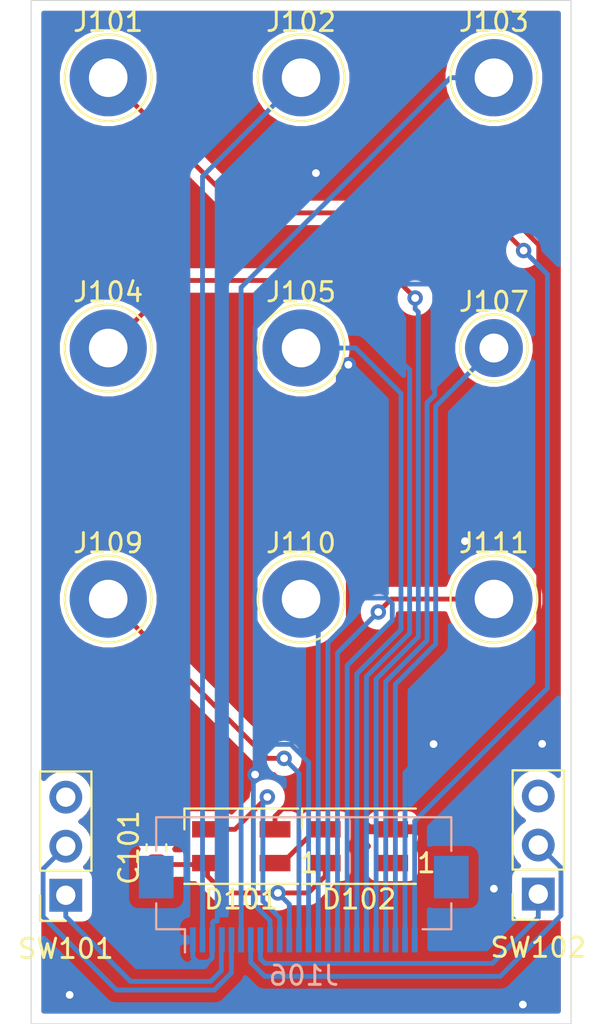
<source format=kicad_pcb>
(kicad_pcb (version 20171130) (host pcbnew "(5.1.5-0-10_14)")

  (general
    (thickness 1.6)
    (drawings 977)
    (tracks 176)
    (zones 0)
    (modules 15)
    (nets 18)
  )

  (page A4)
  (layers
    (0 F.Cu signal)
    (31 B.Cu signal)
    (32 B.Adhes user)
    (33 F.Adhes user)
    (34 B.Paste user)
    (35 F.Paste user)
    (36 B.SilkS user)
    (37 F.SilkS user)
    (38 B.Mask user)
    (39 F.Mask user)
    (40 Dwgs.User user)
    (41 Cmts.User user)
    (42 Eco1.User user)
    (43 Eco2.User user hide)
    (44 Edge.Cuts user)
    (45 Margin user)
    (46 B.CrtYd user)
    (47 F.CrtYd user)
    (48 B.Fab user)
    (49 F.Fab user)
  )

  (setup
    (last_trace_width 0.25)
    (trace_clearance 0.2)
    (zone_clearance 0.508)
    (zone_45_only no)
    (trace_min 0.2)
    (via_size 0.8)
    (via_drill 0.4)
    (via_min_size 0.4)
    (via_min_drill 0.3)
    (uvia_size 0.3)
    (uvia_drill 0.1)
    (uvias_allowed no)
    (uvia_min_size 0.2)
    (uvia_min_drill 0.1)
    (edge_width 0.05)
    (segment_width 0.2)
    (pcb_text_width 0.3)
    (pcb_text_size 1.5 1.5)
    (mod_edge_width 0.12)
    (mod_text_size 1 1)
    (mod_text_width 0.15)
    (pad_size 1.524 1.524)
    (pad_drill 0.762)
    (pad_to_mask_clearance 0.051)
    (solder_mask_min_width 0.25)
    (aux_axis_origin 0 0)
    (visible_elements FFFFFF7F)
    (pcbplotparams
      (layerselection 0x010fc_ffffffff)
      (usegerberextensions false)
      (usegerberattributes false)
      (usegerberadvancedattributes false)
      (creategerberjobfile false)
      (excludeedgelayer true)
      (linewidth 0.100000)
      (plotframeref false)
      (viasonmask false)
      (mode 1)
      (useauxorigin false)
      (hpglpennumber 1)
      (hpglpenspeed 20)
      (hpglpendiameter 15.000000)
      (psnegative false)
      (psa4output false)
      (plotreference true)
      (plotvalue true)
      (plotinvisibletext false)
      (padsonsilk false)
      (subtractmaskfromsilk false)
      (outputformat 1)
      (mirror false)
      (drillshape 0)
      (scaleselection 1)
      (outputdirectory ""))
  )

  (net 0 "")
  (net 1 GND)
  (net 2 VCC)
  (net 3 "Net-(D101-Pad1)")
  (net 4 /pixels)
  (net 5 /siff-in)
  (net 6 /compa-out)
  (net 7 /output)
  (net 8 /scale)
  (net 9 /aux)
  (net 10 /c)
  (net 11 /b)
  (net 12 /a)
  (net 13 /bias)
  (net 14 /hi_clip1)
  (net 15 /hi_clip2)
  (net 16 /lo_clip2)
  (net 17 /lo_clip1)

  (net_class Default "This is the default net class."
    (clearance 0.2)
    (trace_width 0.25)
    (via_dia 0.8)
    (via_drill 0.4)
    (uvia_dia 0.3)
    (uvia_drill 0.1)
    (add_net /a)
    (add_net /aux)
    (add_net /b)
    (add_net /bias)
    (add_net /c)
    (add_net /compa-out)
    (add_net /hi_clip1)
    (add_net /hi_clip2)
    (add_net /lo_clip1)
    (add_net /lo_clip2)
    (add_net /output)
    (add_net /pixels)
    (add_net /scale)
    (add_net /siff-in)
    (add_net GND)
    (add_net "Net-(D101-Pad1)")
    (add_net VCC)
  )

  (module Connector_FFC-FPC:Hirose_FH12-24S-0.5SH_1x24-1MP_P0.50mm_Horizontal (layer B.Cu) (tedit 5D24667B) (tstamp 5FF31C73)
    (at 60.14 100.8)
    (descr "Hirose FH12, FFC/FPC connector, FH12-24S-0.5SH, 24 Pins per row (https://www.hirose.com/product/en/products/FH12/FH12-24S-0.5SH(55)/), generated with kicad-footprint-generator")
    (tags "connector Hirose FH12 horizontal")
    (path /5FF58C65)
    (attr smd)
    (fp_text reference J106 (at 0 3.7) (layer B.SilkS)
      (effects (font (size 1 1) (thickness 0.15)) (justify mirror))
    )
    (fp_text value Conn_01x24_Shielded (at 0 -5.6) (layer B.Fab)
      (effects (font (size 1 1) (thickness 0.15)) (justify mirror))
    )
    (fp_text user %R (at 0 -3.7) (layer B.Fab)
      (effects (font (size 1 1) (thickness 0.15)) (justify mirror))
    )
    (fp_line (start 9.05 3) (end -9.05 3) (layer B.CrtYd) (width 0.05))
    (fp_line (start 9.05 -4.9) (end 9.05 3) (layer B.CrtYd) (width 0.05))
    (fp_line (start -9.05 -4.9) (end 9.05 -4.9) (layer B.CrtYd) (width 0.05))
    (fp_line (start -9.05 3) (end -9.05 -4.9) (layer B.CrtYd) (width 0.05))
    (fp_line (start -5.75 0.492893) (end -5.25 1.2) (layer B.Fab) (width 0.1))
    (fp_line (start -6.25 1.2) (end -5.75 0.492893) (layer B.Fab) (width 0.1))
    (fp_line (start -6.16 1.3) (end -6.16 2.5) (layer B.SilkS) (width 0.12))
    (fp_line (start 7.65 -4.5) (end 7.65 -2.76) (layer B.SilkS) (width 0.12))
    (fp_line (start -7.65 -4.5) (end 7.65 -4.5) (layer B.SilkS) (width 0.12))
    (fp_line (start -7.65 -2.76) (end -7.65 -4.5) (layer B.SilkS) (width 0.12))
    (fp_line (start 7.65 1.3) (end 7.65 -0.04) (layer B.SilkS) (width 0.12))
    (fp_line (start 6.16 1.3) (end 7.65 1.3) (layer B.SilkS) (width 0.12))
    (fp_line (start -7.65 1.3) (end -7.65 -0.04) (layer B.SilkS) (width 0.12))
    (fp_line (start -6.16 1.3) (end -7.65 1.3) (layer B.SilkS) (width 0.12))
    (fp_line (start 7.45 -4.4) (end 0 -4.4) (layer B.Fab) (width 0.1))
    (fp_line (start 7.45 -3.7) (end 7.45 -4.4) (layer B.Fab) (width 0.1))
    (fp_line (start 6.95 -3.7) (end 7.45 -3.7) (layer B.Fab) (width 0.1))
    (fp_line (start 6.95 -3.4) (end 6.95 -3.7) (layer B.Fab) (width 0.1))
    (fp_line (start 7.55 -3.4) (end 6.95 -3.4) (layer B.Fab) (width 0.1))
    (fp_line (start 7.55 1.2) (end 7.55 -3.4) (layer B.Fab) (width 0.1))
    (fp_line (start 0 1.2) (end 7.55 1.2) (layer B.Fab) (width 0.1))
    (fp_line (start -7.45 -4.4) (end 0 -4.4) (layer B.Fab) (width 0.1))
    (fp_line (start -7.45 -3.7) (end -7.45 -4.4) (layer B.Fab) (width 0.1))
    (fp_line (start -6.95 -3.7) (end -7.45 -3.7) (layer B.Fab) (width 0.1))
    (fp_line (start -6.95 -3.4) (end -6.95 -3.7) (layer B.Fab) (width 0.1))
    (fp_line (start -7.55 -3.4) (end -6.95 -3.4) (layer B.Fab) (width 0.1))
    (fp_line (start -7.55 1.2) (end -7.55 -3.4) (layer B.Fab) (width 0.1))
    (fp_line (start 0 1.2) (end -7.55 1.2) (layer B.Fab) (width 0.1))
    (pad 24 smd rect (at 5.75 1.85) (size 0.3 1.3) (layers B.Cu B.Paste B.Mask)
      (net 5 /siff-in))
    (pad 23 smd rect (at 5.25 1.85) (size 0.3 1.3) (layers B.Cu B.Paste B.Mask)
      (net 1 GND))
    (pad 22 smd rect (at 4.75 1.85) (size 0.3 1.3) (layers B.Cu B.Paste B.Mask)
      (net 13 /bias))
    (pad 21 smd rect (at 4.25 1.85) (size 0.3 1.3) (layers B.Cu B.Paste B.Mask)
      (net 1 GND))
    (pad 20 smd rect (at 3.75 1.85) (size 0.3 1.3) (layers B.Cu B.Paste B.Mask)
      (net 8 /scale))
    (pad 19 smd rect (at 3.25 1.85) (size 0.3 1.3) (layers B.Cu B.Paste B.Mask)
      (net 1 GND))
    (pad 18 smd rect (at 2.75 1.85) (size 0.3 1.3) (layers B.Cu B.Paste B.Mask)
      (net 9 /aux))
    (pad 17 smd rect (at 2.25 1.85) (size 0.3 1.3) (layers B.Cu B.Paste B.Mask)
      (net 1 GND))
    (pad 16 smd rect (at 1.75 1.85) (size 0.3 1.3) (layers B.Cu B.Paste B.Mask)
      (net 10 /c))
    (pad 15 smd rect (at 1.25 1.85) (size 0.3 1.3) (layers B.Cu B.Paste B.Mask)
      (net 1 GND))
    (pad 14 smd rect (at 0.75 1.85) (size 0.3 1.3) (layers B.Cu B.Paste B.Mask)
      (net 11 /b))
    (pad 13 smd rect (at 0.25 1.85) (size 0.3 1.3) (layers B.Cu B.Paste B.Mask)
      (net 1 GND))
    (pad 12 smd rect (at -0.25 1.85) (size 0.3 1.3) (layers B.Cu B.Paste B.Mask)
      (net 12 /a))
    (pad 11 smd rect (at -0.75 1.85) (size 0.3 1.3) (layers B.Cu B.Paste B.Mask)
      (net 2 VCC))
    (pad 10 smd rect (at -1.25 1.85) (size 0.3 1.3) (layers B.Cu B.Paste B.Mask)
      (net 4 /pixels))
    (pad 9 smd rect (at -1.75 1.85) (size 0.3 1.3) (layers B.Cu B.Paste B.Mask)
      (net 1 GND))
    (pad 8 smd rect (at -2.25 1.85) (size 0.3 1.3) (layers B.Cu B.Paste B.Mask)
      (net 14 /hi_clip1))
    (pad 7 smd rect (at -2.75 1.85) (size 0.3 1.3) (layers B.Cu B.Paste B.Mask)
      (net 15 /hi_clip2))
    (pad 6 smd rect (at -3.25 1.85) (size 0.3 1.3) (layers B.Cu B.Paste B.Mask)
      (net 7 /output))
    (pad 5 smd rect (at -3.75 1.85) (size 0.3 1.3) (layers B.Cu B.Paste B.Mask)
      (net 16 /lo_clip2))
    (pad 4 smd rect (at -4.25 1.85) (size 0.3 1.3) (layers B.Cu B.Paste B.Mask)
      (net 17 /lo_clip1))
    (pad 3 smd rect (at -4.75 1.85) (size 0.3 1.3) (layers B.Cu B.Paste B.Mask)
      (net 1 GND))
    (pad 2 smd rect (at -5.25 1.85) (size 0.3 1.3) (layers B.Cu B.Paste B.Mask)
      (net 6 /compa-out))
    (pad 1 smd rect (at -5.75 1.85) (size 0.3 1.3) (layers B.Cu B.Paste B.Mask)
      (net 1 GND))
    (pad MP smd rect (at -7.65 -1.4) (size 1.8 2.2) (layers B.Cu B.Paste B.Mask))
    (pad MP smd rect (at 7.65 -1.4) (size 1.8 2.2) (layers B.Cu B.Paste B.Mask))
    (model ${KISYS3DMOD}/Connector_FFC-FPC.3dshapes/Hirose_FH12-24S-0.5SH_1x24-1MP_P0.50mm_Horizontal.wrl
      (at (xyz 0 0 0))
      (scale (xyz 1 1 1))
      (rotate (xyz 0 0 0))
    )
  )

  (module TestPoint:TestPoint_THTPad_D4.0mm_Drill2.0mm (layer F.Cu) (tedit 5A0F774F) (tstamp 5FEA8250)
    (at 70 85)
    (descr "THT pad as test Point, diameter 4.0mm, hole diameter 2.0mm")
    (tags "test point THT pad")
    (path /5FEA3801)
    (attr virtual)
    (fp_text reference J111 (at 0 -2.898) (layer F.SilkS)
      (effects (font (size 1 1) (thickness 0.15)))
    )
    (fp_text value Conn (at 0 3.1) (layer F.Fab)
      (effects (font (size 1 1) (thickness 0.15)))
    )
    (fp_circle (center 0 0) (end 0 2.25) (layer F.SilkS) (width 0.12))
    (fp_circle (center 0 0) (end 2.5 0) (layer F.CrtYd) (width 0.05))
    (fp_text user %R (at 0 -2.9) (layer F.Fab)
      (effects (font (size 1 1) (thickness 0.15)))
    )
    (pad 1 thru_hole circle (at 0 0) (size 4 4) (drill 2) (layers *.Cu *.Mask)
      (net 10 /c))
  )

  (module TestPoint:TestPoint_THTPad_D4.0mm_Drill2.0mm (layer F.Cu) (tedit 5A0F774F) (tstamp 5FEA808F)
    (at 60 85)
    (descr "THT pad as test Point, diameter 4.0mm, hole diameter 2.0mm")
    (tags "test point THT pad")
    (path /5FEA11EF)
    (attr virtual)
    (fp_text reference J110 (at 0 -2.898) (layer F.SilkS)
      (effects (font (size 1 1) (thickness 0.15)))
    )
    (fp_text value Conn (at 0 3.1) (layer F.Fab)
      (effects (font (size 1 1) (thickness 0.15)))
    )
    (fp_circle (center 0 0) (end 0 2.25) (layer F.SilkS) (width 0.12))
    (fp_circle (center 0 0) (end 2.5 0) (layer F.CrtYd) (width 0.05))
    (fp_text user %R (at 0 -2.9) (layer F.Fab)
      (effects (font (size 1 1) (thickness 0.15)))
    )
    (pad 1 thru_hole circle (at 0 0) (size 4 4) (drill 2) (layers *.Cu *.Mask)
      (net 11 /b))
  )

  (module TestPoint:TestPoint_THTPad_D4.0mm_Drill2.0mm (layer F.Cu) (tedit 5A0F774F) (tstamp 5FEA8087)
    (at 50 85)
    (descr "THT pad as test Point, diameter 4.0mm, hole diameter 2.0mm")
    (tags "test point THT pad")
    (path /5FEA11E5)
    (attr virtual)
    (fp_text reference J109 (at 0 -2.898) (layer F.SilkS)
      (effects (font (size 1 1) (thickness 0.15)))
    )
    (fp_text value Conn (at 0 3.1) (layer F.Fab)
      (effects (font (size 1 1) (thickness 0.15)))
    )
    (fp_circle (center 0 0) (end 0 2.25) (layer F.SilkS) (width 0.12))
    (fp_circle (center 0 0) (end 2.5 0) (layer F.CrtYd) (width 0.05))
    (fp_text user %R (at 0 -2.9) (layer F.Fab)
      (effects (font (size 1 1) (thickness 0.15)))
    )
    (pad 1 thru_hole circle (at 0 0) (size 4 4) (drill 2) (layers *.Cu *.Mask)
      (net 12 /a))
  )

  (module TestPoint:TestPoint_THTPad_D4.0mm_Drill2.0mm (layer F.Cu) (tedit 5A0F774F) (tstamp 5FEA8032)
    (at 60 72)
    (descr "THT pad as test Point, diameter 4.0mm, hole diameter 2.0mm")
    (tags "test point THT pad")
    (path /5FEA11D1)
    (attr virtual)
    (fp_text reference J105 (at 0 -2.898) (layer F.SilkS)
      (effects (font (size 1 1) (thickness 0.15)))
    )
    (fp_text value Conn (at 0 3.1) (layer F.Fab)
      (effects (font (size 1 1) (thickness 0.15)))
    )
    (fp_circle (center 0 0) (end 0 2.25) (layer F.SilkS) (width 0.12))
    (fp_circle (center 0 0) (end 2.5 0) (layer F.CrtYd) (width 0.05))
    (fp_text user %R (at 0 -2.9) (layer F.Fab)
      (effects (font (size 1 1) (thickness 0.15)))
    )
    (pad 1 thru_hole circle (at 0 0) (size 4 4) (drill 2) (layers *.Cu *.Mask)
      (net 9 /aux))
  )

  (module TestPoint:TestPoint_THTPad_D4.0mm_Drill2.0mm (layer F.Cu) (tedit 5A0F774F) (tstamp 5FEA802A)
    (at 50 72)
    (descr "THT pad as test Point, diameter 4.0mm, hole diameter 2.0mm")
    (tags "test point THT pad")
    (path /5FEA0A8B)
    (attr virtual)
    (fp_text reference J104 (at 0 -2.898) (layer F.SilkS)
      (effects (font (size 1 1) (thickness 0.15)))
    )
    (fp_text value Conn (at 0 3.1) (layer F.Fab)
      (effects (font (size 1 1) (thickness 0.15)))
    )
    (fp_circle (center 0 0) (end 0 2.25) (layer F.SilkS) (width 0.12))
    (fp_circle (center 0 0) (end 2.5 0) (layer F.CrtYd) (width 0.05))
    (fp_text user %R (at 0 -2.9) (layer F.Fab)
      (effects (font (size 1 1) (thickness 0.15)))
    )
    (pad 1 thru_hole circle (at 0 0) (size 4 4) (drill 2) (layers *.Cu *.Mask)
      (net 8 /scale))
  )

  (module TestPoint:TestPoint_THTPad_D4.0mm_Drill2.0mm (layer F.Cu) (tedit 5A0F774F) (tstamp 5FEA8022)
    (at 70 58)
    (descr "THT pad as test Point, diameter 4.0mm, hole diameter 2.0mm")
    (tags "test point THT pad")
    (path /5FEA0A81)
    (attr virtual)
    (fp_text reference J103 (at 0 -2.898) (layer F.SilkS)
      (effects (font (size 1 1) (thickness 0.15)))
    )
    (fp_text value Conn (at 0 3.1) (layer F.Fab)
      (effects (font (size 1 1) (thickness 0.15)))
    )
    (fp_circle (center 0 0) (end 0 2.25) (layer F.SilkS) (width 0.12))
    (fp_circle (center 0 0) (end 2.5 0) (layer F.CrtYd) (width 0.05))
    (fp_text user %R (at 0 -2.9) (layer F.Fab)
      (effects (font (size 1 1) (thickness 0.15)))
    )
    (pad 1 thru_hole circle (at 0 0) (size 4 4) (drill 2) (layers *.Cu *.Mask)
      (net 7 /output))
  )

  (module TestPoint:TestPoint_THTPad_D4.0mm_Drill2.0mm (layer F.Cu) (tedit 5A0F774F) (tstamp 5FEA801A)
    (at 60 58)
    (descr "THT pad as test Point, diameter 4.0mm, hole diameter 2.0mm")
    (tags "test point THT pad")
    (path /5FEA052A)
    (attr virtual)
    (fp_text reference J102 (at 0 -2.898) (layer F.SilkS)
      (effects (font (size 1 1) (thickness 0.15)))
    )
    (fp_text value Conn (at 0 3.1) (layer F.Fab)
      (effects (font (size 1 1) (thickness 0.15)))
    )
    (fp_circle (center 0 0) (end 0 2.25) (layer F.SilkS) (width 0.12))
    (fp_circle (center 0 0) (end 2.5 0) (layer F.CrtYd) (width 0.05))
    (fp_text user %R (at 0 -2.9) (layer F.Fab)
      (effects (font (size 1 1) (thickness 0.15)))
    )
    (pad 1 thru_hole circle (at 0 0) (size 4 4) (drill 2) (layers *.Cu *.Mask)
      (net 6 /compa-out))
  )

  (module TestPoint:TestPoint_THTPad_D4.0mm_Drill2.0mm (layer F.Cu) (tedit 5A0F774F) (tstamp 5FEA8012)
    (at 50 58)
    (descr "THT pad as test Point, diameter 4.0mm, hole diameter 2.0mm")
    (tags "test point THT pad")
    (path /5FE9F46B)
    (attr virtual)
    (fp_text reference J101 (at 0 -2.898) (layer F.SilkS)
      (effects (font (size 1 1) (thickness 0.15)))
    )
    (fp_text value Conn (at 0 3.1) (layer F.Fab)
      (effects (font (size 1 1) (thickness 0.15)))
    )
    (fp_circle (center 0 0) (end 0 2.25) (layer F.SilkS) (width 0.12))
    (fp_circle (center 0 0) (end 2.5 0) (layer F.CrtYd) (width 0.05))
    (fp_text user %R (at 0 -2.9) (layer F.Fab)
      (effects (font (size 1 1) (thickness 0.15)))
    )
    (pad 1 thru_hole circle (at 0 0) (size 4 4) (drill 2) (layers *.Cu *.Mask)
      (net 5 /siff-in))
  )

  (module Connector_PinSocket_2.54mm:PinSocket_1x03_P2.54mm_Vertical (layer F.Cu) (tedit 5A19A429) (tstamp 5FEA80C5)
    (at 72.3 100.28 180)
    (descr "Through hole straight socket strip, 1x03, 2.54mm pitch, single row (from Kicad 4.0.7), script generated")
    (tags "Through hole socket strip THT 1x03 2.54mm single row")
    (path /5FEA5B04)
    (fp_text reference SW102 (at 0 -2.77) (layer F.SilkS)
      (effects (font (size 1 1) (thickness 0.15)))
    )
    (fp_text value SW_SPDT (at 0 7.85) (layer F.Fab)
      (effects (font (size 1 1) (thickness 0.15)))
    )
    (fp_text user %R (at 0 2.54 90) (layer F.Fab)
      (effects (font (size 1 1) (thickness 0.15)))
    )
    (fp_line (start -1.8 6.85) (end -1.8 -1.8) (layer F.CrtYd) (width 0.05))
    (fp_line (start 1.75 6.85) (end -1.8 6.85) (layer F.CrtYd) (width 0.05))
    (fp_line (start 1.75 -1.8) (end 1.75 6.85) (layer F.CrtYd) (width 0.05))
    (fp_line (start -1.8 -1.8) (end 1.75 -1.8) (layer F.CrtYd) (width 0.05))
    (fp_line (start 0 -1.33) (end 1.33 -1.33) (layer F.SilkS) (width 0.12))
    (fp_line (start 1.33 -1.33) (end 1.33 0) (layer F.SilkS) (width 0.12))
    (fp_line (start 1.33 1.27) (end 1.33 6.41) (layer F.SilkS) (width 0.12))
    (fp_line (start -1.33 6.41) (end 1.33 6.41) (layer F.SilkS) (width 0.12))
    (fp_line (start -1.33 1.27) (end -1.33 6.41) (layer F.SilkS) (width 0.12))
    (fp_line (start -1.33 1.27) (end 1.33 1.27) (layer F.SilkS) (width 0.12))
    (fp_line (start -1.27 6.35) (end -1.27 -1.27) (layer F.Fab) (width 0.1))
    (fp_line (start 1.27 6.35) (end -1.27 6.35) (layer F.Fab) (width 0.1))
    (fp_line (start 1.27 -0.635) (end 1.27 6.35) (layer F.Fab) (width 0.1))
    (fp_line (start 0.635 -1.27) (end 1.27 -0.635) (layer F.Fab) (width 0.1))
    (fp_line (start -1.27 -1.27) (end 0.635 -1.27) (layer F.Fab) (width 0.1))
    (pad 3 thru_hole oval (at 0 5.08 180) (size 1.7 1.7) (drill 1) (layers *.Cu *.Mask))
    (pad 2 thru_hole oval (at 0 2.54 180) (size 1.7 1.7) (drill 1) (layers *.Cu *.Mask)
      (net 15 /hi_clip2))
    (pad 1 thru_hole rect (at 0 0 180) (size 1.7 1.7) (drill 1) (layers *.Cu *.Mask)
      (net 14 /hi_clip1))
    (model ${KISYS3DMOD}/Connector_PinSocket_2.54mm.3dshapes/PinSocket_1x03_P2.54mm_Vertical.wrl
      (at (xyz 0 0 0))
      (scale (xyz 1 1 1))
      (rotate (xyz 0 0 0))
    )
  )

  (module Connector_PinSocket_2.54mm:PinSocket_1x03_P2.54mm_Vertical (layer F.Cu) (tedit 5A19A429) (tstamp 5FEA80AE)
    (at 47.8 100.34 180)
    (descr "Through hole straight socket strip, 1x03, 2.54mm pitch, single row (from Kicad 4.0.7), script generated")
    (tags "Through hole socket strip THT 1x03 2.54mm single row")
    (path /5FEA4F71)
    (fp_text reference SW101 (at 0 -2.77) (layer F.SilkS)
      (effects (font (size 1 1) (thickness 0.15)))
    )
    (fp_text value SW_SPDT (at 0 7.85) (layer F.Fab)
      (effects (font (size 1 1) (thickness 0.15)))
    )
    (fp_text user %R (at 0 2.54 90) (layer F.Fab)
      (effects (font (size 1 1) (thickness 0.15)))
    )
    (fp_line (start -1.8 6.85) (end -1.8 -1.8) (layer F.CrtYd) (width 0.05))
    (fp_line (start 1.75 6.85) (end -1.8 6.85) (layer F.CrtYd) (width 0.05))
    (fp_line (start 1.75 -1.8) (end 1.75 6.85) (layer F.CrtYd) (width 0.05))
    (fp_line (start -1.8 -1.8) (end 1.75 -1.8) (layer F.CrtYd) (width 0.05))
    (fp_line (start 0 -1.33) (end 1.33 -1.33) (layer F.SilkS) (width 0.12))
    (fp_line (start 1.33 -1.33) (end 1.33 0) (layer F.SilkS) (width 0.12))
    (fp_line (start 1.33 1.27) (end 1.33 6.41) (layer F.SilkS) (width 0.12))
    (fp_line (start -1.33 6.41) (end 1.33 6.41) (layer F.SilkS) (width 0.12))
    (fp_line (start -1.33 1.27) (end -1.33 6.41) (layer F.SilkS) (width 0.12))
    (fp_line (start -1.33 1.27) (end 1.33 1.27) (layer F.SilkS) (width 0.12))
    (fp_line (start -1.27 6.35) (end -1.27 -1.27) (layer F.Fab) (width 0.1))
    (fp_line (start 1.27 6.35) (end -1.27 6.35) (layer F.Fab) (width 0.1))
    (fp_line (start 1.27 -0.635) (end 1.27 6.35) (layer F.Fab) (width 0.1))
    (fp_line (start 0.635 -1.27) (end 1.27 -0.635) (layer F.Fab) (width 0.1))
    (fp_line (start -1.27 -1.27) (end 0.635 -1.27) (layer F.Fab) (width 0.1))
    (pad 3 thru_hole oval (at 0 5.08 180) (size 1.7 1.7) (drill 1) (layers *.Cu *.Mask))
    (pad 2 thru_hole oval (at 0 2.54 180) (size 1.7 1.7) (drill 1) (layers *.Cu *.Mask)
      (net 16 /lo_clip2))
    (pad 1 thru_hole rect (at 0 0 180) (size 1.7 1.7) (drill 1) (layers *.Cu *.Mask)
      (net 17 /lo_clip1))
    (model ${KISYS3DMOD}/Connector_PinSocket_2.54mm.3dshapes/PinSocket_1x03_P2.54mm_Vertical.wrl
      (at (xyz 0 0 0))
      (scale (xyz 1 1 1))
      (rotate (xyz 0 0 0))
    )
  )

  (module TestPoint:TestPoint_THTPad_D3.0mm_Drill1.5mm (layer F.Cu) (tedit 5A0F774F) (tstamp 5FEA8044)
    (at 70 72)
    (descr "THT pad as test Point, diameter 3.0mm, hole diameter 1.5mm")
    (tags "test point THT pad")
    (path /5FEA11DB)
    (attr virtual)
    (fp_text reference J107 (at 0 -2.398) (layer F.SilkS)
      (effects (font (size 1 1) (thickness 0.15)))
    )
    (fp_text value Conn (at 0 2.55) (layer F.Fab)
      (effects (font (size 1 1) (thickness 0.15)))
    )
    (fp_circle (center 0 0) (end 0 1.75) (layer F.SilkS) (width 0.12))
    (fp_circle (center 0 0) (end 2 0) (layer F.CrtYd) (width 0.05))
    (fp_text user %R (at 0 -2.4) (layer F.Fab)
      (effects (font (size 1 1) (thickness 0.15)))
    )
    (pad 1 thru_hole circle (at 0 0) (size 3 3) (drill 1.5) (layers *.Cu *.Mask)
      (net 13 /bias))
  )

  (module LED_SMD:LED_SK6812MINI_PLCC4_3.5x3.5mm_P1.75mm (layer F.Cu) (tedit 5AA4B22F) (tstamp 5FEA87BF)
    (at 63 97.8 180)
    (descr https://cdn-shop.adafruit.com/product-files/2686/SK6812MINI_REV.01-1-2.pdf)
    (tags "LED RGB NeoPixel Mini")
    (path /5FEA6FC0)
    (attr smd)
    (fp_text reference D102 (at 0 -2.75) (layer F.SilkS)
      (effects (font (size 1 1) (thickness 0.15)))
    )
    (fp_text value SK6812MINI (at 0 3.25) (layer F.Fab)
      (effects (font (size 1 1) (thickness 0.15)))
    )
    (fp_circle (center 0 0) (end 0 -1.5) (layer F.Fab) (width 0.1))
    (fp_line (start 2.95 1.95) (end 2.95 0.875) (layer F.SilkS) (width 0.12))
    (fp_line (start -2.95 1.95) (end 2.95 1.95) (layer F.SilkS) (width 0.12))
    (fp_line (start -2.95 -1.95) (end 2.95 -1.95) (layer F.SilkS) (width 0.12))
    (fp_line (start 1.75 -1.75) (end -1.75 -1.75) (layer F.Fab) (width 0.1))
    (fp_line (start 1.75 1.75) (end 1.75 -1.75) (layer F.Fab) (width 0.1))
    (fp_line (start -1.75 1.75) (end 1.75 1.75) (layer F.Fab) (width 0.1))
    (fp_line (start -1.75 -1.75) (end -1.75 1.75) (layer F.Fab) (width 0.1))
    (fp_line (start 1.75 0.75) (end 0.75 1.75) (layer F.Fab) (width 0.1))
    (fp_line (start -2.8 -2) (end -2.8 2) (layer F.CrtYd) (width 0.05))
    (fp_line (start -2.8 2) (end 2.8 2) (layer F.CrtYd) (width 0.05))
    (fp_line (start 2.8 2) (end 2.8 -2) (layer F.CrtYd) (width 0.05))
    (fp_line (start 2.8 -2) (end -2.8 -2) (layer F.CrtYd) (width 0.05))
    (fp_text user %R (at 0 0 270) (layer F.Fab)
      (effects (font (size 0.5 0.5) (thickness 0.1)))
    )
    (fp_text user 1 (at -3.5 -0.875) (layer F.SilkS)
      (effects (font (size 1 1) (thickness 0.15)))
    )
    (pad 1 smd rect (at -1.75 -0.875 180) (size 1.6 0.85) (layers F.Cu F.Paste F.Mask))
    (pad 2 smd rect (at -1.75 0.875 180) (size 1.6 0.85) (layers F.Cu F.Paste F.Mask)
      (net 1 GND))
    (pad 4 smd rect (at 1.75 -0.875 180) (size 1.6 0.85) (layers F.Cu F.Paste F.Mask)
      (net 2 VCC))
    (pad 3 smd rect (at 1.75 0.875 180) (size 1.6 0.85) (layers F.Cu F.Paste F.Mask)
      (net 3 "Net-(D101-Pad1)"))
    (model ${KISYS3DMOD}/LED_SMD.3dshapes/LED_SK6812MINI_PLCC4_3.5x3.5mm_P1.75mm.wrl
      (at (xyz 0 0 0))
      (scale (xyz 1 1 1))
      (rotate (xyz 0 0 0))
    )
  )

  (module LED_SMD:LED_SK6812MINI_PLCC4_3.5x3.5mm_P1.75mm (layer F.Cu) (tedit 5AA4B22F) (tstamp 5FEA7FF3)
    (at 56.9 97.8 180)
    (descr https://cdn-shop.adafruit.com/product-files/2686/SK6812MINI_REV.01-1-2.pdf)
    (tags "LED RGB NeoPixel Mini")
    (path /5FEA6837)
    (attr smd)
    (fp_text reference D101 (at 0 -2.75) (layer F.SilkS)
      (effects (font (size 1 1) (thickness 0.15)))
    )
    (fp_text value SK6812MINI (at 0 3.25) (layer F.Fab)
      (effects (font (size 1 1) (thickness 0.15)))
    )
    (fp_circle (center 0 0) (end 0 -1.5) (layer F.Fab) (width 0.1))
    (fp_line (start 2.95 1.95) (end 2.95 0.875) (layer F.SilkS) (width 0.12))
    (fp_line (start -2.95 1.95) (end 2.95 1.95) (layer F.SilkS) (width 0.12))
    (fp_line (start -2.95 -1.95) (end 2.95 -1.95) (layer F.SilkS) (width 0.12))
    (fp_line (start 1.75 -1.75) (end -1.75 -1.75) (layer F.Fab) (width 0.1))
    (fp_line (start 1.75 1.75) (end 1.75 -1.75) (layer F.Fab) (width 0.1))
    (fp_line (start -1.75 1.75) (end 1.75 1.75) (layer F.Fab) (width 0.1))
    (fp_line (start -1.75 -1.75) (end -1.75 1.75) (layer F.Fab) (width 0.1))
    (fp_line (start 1.75 0.75) (end 0.75 1.75) (layer F.Fab) (width 0.1))
    (fp_line (start -2.8 -2) (end -2.8 2) (layer F.CrtYd) (width 0.05))
    (fp_line (start -2.8 2) (end 2.8 2) (layer F.CrtYd) (width 0.05))
    (fp_line (start 2.8 2) (end 2.8 -2) (layer F.CrtYd) (width 0.05))
    (fp_line (start 2.8 -2) (end -2.8 -2) (layer F.CrtYd) (width 0.05))
    (fp_text user %R (at 0 0 270) (layer F.Fab)
      (effects (font (size 0.5 0.5) (thickness 0.1)))
    )
    (fp_text user 1 (at -3.5 -0.875) (layer F.SilkS)
      (effects (font (size 1 1) (thickness 0.15)))
    )
    (pad 1 smd rect (at -1.75 -0.875 180) (size 1.6 0.85) (layers F.Cu F.Paste F.Mask)
      (net 3 "Net-(D101-Pad1)"))
    (pad 2 smd rect (at -1.75 0.875 180) (size 1.6 0.85) (layers F.Cu F.Paste F.Mask)
      (net 1 GND))
    (pad 4 smd rect (at 1.75 -0.875 180) (size 1.6 0.85) (layers F.Cu F.Paste F.Mask)
      (net 2 VCC))
    (pad 3 smd rect (at 1.75 0.875 180) (size 1.6 0.85) (layers F.Cu F.Paste F.Mask)
      (net 4 /pixels))
    (model ${KISYS3DMOD}/LED_SMD.3dshapes/LED_SK6812MINI_PLCC4_3.5x3.5mm_P1.75mm.wrl
      (at (xyz 0 0 0))
      (scale (xyz 1 1 1))
      (rotate (xyz 0 0 0))
    )
  )

  (module synkie_footprints:C_0603_1608Metric_Pad1.05x0.95mm_HandSolder (layer F.Cu) (tedit 5B301BBE) (tstamp 5FEA9EF9)
    (at 52.5 97.875 90)
    (descr "Capacitor SMD 0603 (1608 Metric), square (rectangular) end terminal, IPC_7351 nominal with elongated pad for handsoldering. (Body size source: http://www.tortai-tech.com/upload/download/2011102023233369053.pdf), generated with kicad-footprint-generator")
    (tags "capacitor handsolder")
    (path /5FEA92A9)
    (attr smd)
    (fp_text reference C101 (at 0 -1.43 270) (layer F.SilkS)
      (effects (font (size 1 1) (thickness 0.15)))
    )
    (fp_text value C (at 0 1.43 270) (layer F.Fab)
      (effects (font (size 1 1) (thickness 0.15)))
    )
    (fp_text user %R (at 0 0 270) (layer F.Fab)
      (effects (font (size 0.4 0.4) (thickness 0.06)))
    )
    (fp_line (start 1.65 0.73) (end -1.65 0.73) (layer F.CrtYd) (width 0.05))
    (fp_line (start 1.65 -0.73) (end 1.65 0.73) (layer F.CrtYd) (width 0.05))
    (fp_line (start -1.65 -0.73) (end 1.65 -0.73) (layer F.CrtYd) (width 0.05))
    (fp_line (start -1.65 0.73) (end -1.65 -0.73) (layer F.CrtYd) (width 0.05))
    (fp_line (start -0.171267 0.51) (end 0.171267 0.51) (layer F.SilkS) (width 0.12))
    (fp_line (start -0.171267 -0.51) (end 0.171267 -0.51) (layer F.SilkS) (width 0.12))
    (fp_line (start 0.8 0.4) (end -0.8 0.4) (layer F.Fab) (width 0.1))
    (fp_line (start 0.8 -0.4) (end 0.8 0.4) (layer F.Fab) (width 0.1))
    (fp_line (start -0.8 -0.4) (end 0.8 -0.4) (layer F.Fab) (width 0.1))
    (fp_line (start -0.8 0.4) (end -0.8 -0.4) (layer F.Fab) (width 0.1))
    (pad 2 smd roundrect (at 0.875 0 90) (size 1.05 0.95) (layers F.Cu F.Paste F.Mask) (roundrect_rratio 0.25)
      (net 1 GND))
    (pad 1 smd roundrect (at -0.875 0 90) (size 1.05 0.95) (layers F.Cu F.Paste F.Mask) (roundrect_rratio 0.25)
      (net 2 VCC))
    (model ${KISYS3DMOD}/Capacitor_SMD.3dshapes/C_0603_1608Metric.wrl
      (at (xyz 0 0 0))
      (scale (xyz 1 1 1))
      (rotate (xyz 0 0 0))
    )
  )

  (gr_line (start 46 107) (end 46 54) (layer Edge.Cuts) (width 0.05) (tstamp 5FEA88CC))
  (gr_line (start 74 107) (end 46 107) (layer Edge.Cuts) (width 0.05))
  (gr_line (start 74 54) (end 74 107) (layer Edge.Cuts) (width 0.05))
  (gr_line (start 46 54) (end 74 54) (layer Edge.Cuts) (width 0.05))
  (gr_line (start 50.627049 60.362469) (end 49.980001 60.447654) (layer Eco2.User) (width 0.0001))
  (gr_line (start 51.230001 60.112718) (end 50.627049 60.362469) (layer Eco2.User) (width 0.0001))
  (gr_line (start 62.04489 64.647553) (end 61.475662 64.647553) (layer Eco2.User) (width 0.0001))
  (gr_line (start 61.767968 63.841405) (end 62.04489 64.647553) (layer Eco2.User) (width 0.0001))
  (gr_line (start 61.475662 64.647553) (end 61.761814 63.841405) (layer Eco2.User) (width 0.0001))
  (gr_line (start 72.452028 78.500368) (end 71.882801 78.500368) (layer Eco2.User) (width 0.0001))
  (gr_line (start 72.175107 77.694219) (end 72.452028 78.500368) (layer Eco2.User) (width 0.0001))
  (gr_line (start 71.882801 78.500368) (end 72.168953 77.694219) (layer Eco2.User) (width 0.0001))
  (gr_line (start 58.095398 78.256567) (end 57.52617 78.256567) (layer Eco2.User) (width 0.0001))
  (gr_line (start 57.818476 77.450418) (end 58.095398 78.256567) (layer Eco2.User) (width 0.0001))
  (gr_line (start 57.52617 78.256567) (end 57.812322 77.450418) (layer Eco2.User) (width 0.0001))
  (gr_line (start 47.730393 78.134672) (end 47.161166 78.134672) (layer Eco2.User) (width 0.0001))
  (gr_line (start 47.453472 77.328523) (end 47.730393 78.134672) (layer Eco2.User) (width 0.0001))
  (gr_line (start 47.161166 78.134672) (end 47.447318 77.328523) (layer Eco2.User) (width 0.0001))
  (gr_line (start 49.917599 91.278837) (end 49.348372 91.278837) (layer Eco2.User) (width 0.0001))
  (gr_line (start 49.640678 90.472688) (end 49.917599 91.278837) (layer Eco2.User) (width 0.0001))
  (gr_line (start 49.348372 91.278837) (end 49.634524 90.472688) (layer Eco2.User) (width 0.0001))
  (gr_line (start 49.962376 63.467161) (end 49.482379 63.467161) (layer Eco2.User) (width 0.0001))
  (gr_line (start 50.879293 64.940998) (end 49.962376 63.467161) (layer Eco2.User) (width 0.0001))
  (gr_line (start 50.885447 63.467161) (end 50.885447 64.940998) (layer Eco2.User) (width 0.0001))
  (gr_line (start 51.337752 63.467161) (end 50.885447 63.467161) (layer Eco2.User) (width 0.0001))
  (gr_line (start 51.337752 65.66407) (end 51.337752 63.467161) (layer Eco2.User) (width 0.0001))
  (gr_line (start 50.854678 65.66407) (end 51.337752 65.66407) (layer Eco2.User) (width 0.0001))
  (gr_line (start 49.940838 64.19331) (end 50.854678 65.66407) (layer Eco2.User) (width 0.0001))
  (gr_line (start 49.934684 65.66407) (end 49.934684 64.19331) (layer Eco2.User) (width 0.0001))
  (gr_line (start 49.482379 65.66407) (end 49.934684 65.66407) (layer Eco2.User) (width 0.0001))
  (gr_line (start 49.482379 63.467161) (end 49.482379 65.66407) (layer Eco2.User) (width 0.0001))
  (gr_line (start 39.980001 138.44) (end 79.98 138.44) (layer Eco2.User) (width 0.0001))
  (gr_line (start 62.017197 63.29987) (end 61.521816 63.29987) (layer Eco2.User) (width 0.0001))
  (gr_line (start 62.838731 65.496779) (end 62.017197 63.29987) (layer Eco2.User) (width 0.0001))
  (gr_line (start 62.337195 65.496779) (end 62.838731 65.496779) (layer Eco2.User) (width 0.0001))
  (gr_line (start 62.171043 65.007551) (end 62.337195 65.496779) (layer Eco2.User) (width 0.0001))
  (gr_line (start 61.349509 65.007551) (end 62.171043 65.007551) (layer Eco2.User) (width 0.0001))
  (gr_line (start 61.177203 65.496779) (end 61.349509 65.007551) (layer Eco2.User) (width 0.0001))
  (gr_line (start 60.691052 65.496779) (end 61.177203 65.496779) (layer Eco2.User) (width 0.0001))
  (gr_line (start 61.521816 63.29987) (end 60.691052 65.496779) (layer Eco2.User) (width 0.0001))
  (gr_line (start 59.860288 63.29987) (end 58.869525 63.29987) (layer Eco2.User) (width 0.0001))
  (gr_line (start 60.051056 63.314869) (end 59.860288 63.29987) (layer Eco2.User) (width 0.0001))
  (gr_line (start 60.211055 63.359869) (end 60.051056 63.314869) (layer Eco2.User) (width 0.0001))
  (gr_line (start 60.342208 63.429484) (end 60.211055 63.359869) (layer Eco2.User) (width 0.0001))
  (gr_line (start 60.446438 63.51833) (end 60.342208 63.429484) (layer Eco2.User) (width 0.0001))
  (gr_line (start 60.524899 63.623714) (end 60.446438 63.51833) (layer Eco2.User) (width 0.0001))
  (gr_line (start 60.578745 63.742944) (end 60.524899 63.623714) (layer Eco2.User) (width 0.0001))
  (gr_line (start 60.620283 64.004481) (end 60.578745 63.742944) (layer Eco2.User) (width 0.0001))
  (gr_line (start 60.578745 64.264479) (end 60.620283 64.004481) (layer Eco2.User) (width 0.0001))
  (gr_line (start 60.524899 64.384863) (end 60.578745 64.264479) (layer Eco2.User) (width 0.0001))
  (gr_line (start 60.446438 64.490631) (end 60.524899 64.384863) (layer Eco2.User) (width 0.0001))
  (gr_line (start 60.342208 64.579477) (end 60.446438 64.490631) (layer Eco2.User) (width 0.0001))
  (gr_line (start 60.211055 64.649092) (end 60.342208 64.579477) (layer Eco2.User) (width 0.0001))
  (gr_line (start 60.051056 64.694092) (end 60.211055 64.649092) (layer Eco2.User) (width 0.0001))
  (gr_line (start 59.860288 64.709092) (end 60.051056 64.694092) (layer Eco2.User) (width 0.0001))
  (gr_line (start 59.352599 64.709092) (end 59.860288 64.709092) (layer Eco2.User) (width 0.0001))
  (gr_line (start 59.352599 65.496779) (end 59.352599 64.709092) (layer Eco2.User) (width 0.0001))
  (gr_line (start 58.869525 65.496779) (end 59.352599 65.496779) (layer Eco2.User) (width 0.0001))
  (gr_line (start 58.869525 63.29987) (end 58.869525 65.496779) (layer Eco2.User) (width 0.0001))
  (gr_line (start 59.727981 64.333709) (end 59.352599 64.333709) (layer Eco2.User) (width 0.0001))
  (gr_line (start 59.88798 64.321402) (end 59.727981 64.333709) (layer Eco2.User) (width 0.0001))
  (gr_line (start 60.023364 64.27371) (end 59.88798 64.321402) (layer Eco2.User) (width 0.0001))
  (gr_line (start 60.117209 64.17371) (end 60.023364 64.27371) (layer Eco2.User) (width 0.0001))
  (gr_line (start 60.152594 64.004481) (end 60.117209 64.17371) (layer Eco2.User) (width 0.0001))
  (gr_line (start 60.117209 63.835251) (end 60.152594 64.004481) (layer Eco2.User) (width 0.0001))
  (gr_line (start 60.023364 63.735251) (end 60.117209 63.835251) (layer Eco2.User) (width 0.0001))
  (gr_line (start 59.88798 63.687559) (end 60.023364 63.735251) (layer Eco2.User) (width 0.0001))
  (gr_line (start 59.727981 63.675252) (end 59.88798 63.687559) (layer Eco2.User) (width 0.0001))
  (gr_line (start 59.352599 63.675252) (end 59.727981 63.675252) (layer Eco2.User) (width 0.0001))
  (gr_line (start 59.352599 64.333709) (end 59.352599 63.675252) (layer Eco2.User) (width 0.0001))
  (gr_line (start 57.998761 63.88602) (end 58.054145 64.038326) (layer Eco2.User) (width 0.0001))
  (gr_line (start 57.891069 63.764482) (end 57.998761 63.88602) (layer Eco2.User) (width 0.0001))
  (gr_line (start 57.744916 63.682944) (end 57.891069 63.764482) (layer Eco2.User) (width 0.0001))
  (gr_line (start 57.574148 63.653713) (end 57.744916 63.682944) (layer Eco2.User) (width 0.0001))
  (gr_line (start 57.42338 63.669483) (end 57.574148 63.653713) (layer Eco2.User) (width 0.0001))
  (gr_line (start 57.297227 63.71679) (end 57.42338 63.669483) (layer Eco2.User) (width 0.0001))
  (gr_line (start 57.194151 63.790636) (end 57.297227 63.71679) (layer Eco2.User) (width 0.0001))
  (gr_line (start 57.112613 63.88602) (end 57.194151 63.790636) (layer Eco2.User) (width 0.0001))
  (gr_line (start 57.051459 63.999481) (end 57.112613 63.88602) (layer Eco2.User) (width 0.0001))
  (gr_line (start 57.009536 64.127557) (end 57.051459 63.999481) (layer Eco2.User) (width 0.0001))
  (gr_line (start 56.977229 64.407555) (end 57.009536 64.127557) (layer Eco2.User) (width 0.0001))
  (gr_line (start 57.009536 64.676784) (end 56.977229 64.407555) (layer Eco2.User) (width 0.0001))
  (gr_line (start 57.051459 64.801014) (end 57.009536 64.676784) (layer Eco2.User) (width 0.0001))
  (gr_line (start 57.112613 64.912167) (end 57.051459 64.801014) (layer Eco2.User) (width 0.0001))
  (gr_line (start 57.194151 65.006397) (end 57.112613 64.912167) (layer Eco2.User) (width 0.0001))
  (gr_line (start 57.297227 65.079858) (end 57.194151 65.006397) (layer Eco2.User) (width 0.0001))
  (gr_line (start 57.42338 65.127166) (end 57.297227 65.079858) (layer Eco2.User) (width 0.0001))
  (gr_line (start 57.574148 65.142935) (end 57.42338 65.127166) (layer Eco2.User) (width 0.0001))
  (gr_line (start 57.771455 65.109089) (end 57.574148 65.142935) (layer Eco2.User) (width 0.0001))
  (gr_line (start 57.9203 65.007551) (end 57.771455 65.109089) (layer Eco2.User) (width 0.0001))
  (gr_line (start 58.020684 64.850629) (end 57.9203 65.007551) (layer Eco2.User) (width 0.0001))
  (gr_line (start 58.072607 64.65063) (end 58.020684 64.850629) (layer Eco2.User) (width 0.0001))
  (gr_line (start 58.540296 64.65063) (end 58.072607 64.65063) (layer Eco2.User) (width 0.0001))
  (gr_line (start 58.507219 64.846783) (end 58.540296 64.65063) (layer Eco2.User) (width 0.0001))
  (gr_line (start 58.444912 65.022936) (end 58.507219 64.846783) (layer Eco2.User) (width 0.0001))
  (gr_line (start 58.355682 65.176781) (end 58.444912 65.022936) (layer Eco2.User) (width 0.0001))
  (gr_line (start 58.241836 65.306011) (end 58.355682 65.176781) (layer Eco2.User) (width 0.0001))
  (gr_line (start 58.104914 65.409087) (end 58.241836 65.306011) (layer Eco2.User) (width 0.0001))
  (gr_line (start 57.946454 65.484471) (end 58.104914 65.409087) (layer Eco2.User) (width 0.0001))
  (gr_line (start 57.768762 65.530625) (end 57.946454 65.484471) (layer Eco2.User) (width 0.0001))
  (gr_line (start 57.574148 65.546009) (end 57.768762 65.530625) (layer Eco2.User) (width 0.0001))
  (gr_line (start 57.334534 65.524087) (end 57.574148 65.546009) (layer Eco2.User) (width 0.0001))
  (gr_line (start 57.120305 65.458318) (end 57.334534 65.524087) (layer Eco2.User) (width 0.0001))
  (gr_line (start 56.934537 65.354088) (end 57.120305 65.458318) (layer Eco2.User) (width 0.0001))
  (gr_line (start 56.780307 65.216781) (end 56.934537 65.354088) (layer Eco2.User) (width 0.0001))
  (gr_line (start 56.658 65.049474) (end 56.780307 65.216781) (layer Eco2.User) (width 0.0001))
  (gr_line (start 56.568001 64.855244) (end 56.658 65.049474) (layer Eco2.User) (width 0.0001))
  (gr_line (start 56.512616 64.639477) (end 56.568001 64.855244) (layer Eco2.User) (width 0.0001))
  (gr_line (start 56.494155 64.407555) (end 56.512616 64.639477) (layer Eco2.User) (width 0.0001))
  (gr_line (start 56.512616 64.170249) (end 56.494155 64.407555) (layer Eco2.User) (width 0.0001))
  (gr_line (start 56.568001 63.950635) (end 56.512616 64.170249) (layer Eco2.User) (width 0.0001))
  (gr_line (start 56.658 63.753328) (end 56.568001 63.950635) (layer Eco2.User) (width 0.0001))
  (gr_line (start 56.780307 63.582945) (end 56.658 63.753328) (layer Eco2.User) (width 0.0001))
  (gr_line (start 56.934537 63.442945) (end 56.780307 63.582945) (layer Eco2.User) (width 0.0001))
  (gr_line (start 57.120305 63.336792) (end 56.934537 63.442945) (layer Eco2.User) (width 0.0001))
  (gr_line (start 57.334534 63.26987) (end 57.120305 63.336792) (layer Eco2.User) (width 0.0001))
  (gr_line (start 57.574148 63.247562) (end 57.334534 63.26987) (layer Eco2.User) (width 0.0001))
  (gr_line (start 57.750686 63.260639) (end 57.574148 63.247562) (layer Eco2.User) (width 0.0001))
  (gr_line (start 57.917223 63.29987) (end 57.750686 63.260639) (layer Eco2.User) (width 0.0001))
  (gr_line (start 58.070299 63.3641) (end 57.917223 63.29987) (layer Eco2.User) (width 0.0001))
  (gr_line (start 58.206452 63.452176) (end 58.070299 63.3641) (layer Eco2.User) (width 0.0001))
  (gr_line (start 58.32299 63.564099) (end 58.206452 63.452176) (layer Eco2.User) (width 0.0001))
  (gr_line (start 58.41722 63.699867) (end 58.32299 63.564099) (layer Eco2.User) (width 0.0001))
  (gr_line (start 58.484912 63.858328) (end 58.41722 63.699867) (layer Eco2.User) (width 0.0001))
  (gr_line (start 58.521835 64.038326) (end 58.484912 63.858328) (layer Eco2.User) (width 0.0001))
  (gr_line (start 58.054145 64.038326) (end 58.521835 64.038326) (layer Eco2.User) (width 0.0001))
  (gr_line (start 72.874676 100.144352) (end 72.227628 100.229538) (layer Eco2.User) (width 0.0001))
  (gr_line (start 73.477628 99.894601) (end 72.874676 100.144352) (layer Eco2.User) (width 0.0001))
  (gr_line (start 73.995395 99.497305) (end 73.477628 99.894601) (layer Eco2.User) (width 0.0001))
  (gr_line (start 74.392692 98.979538) (end 73.995395 99.497305) (layer Eco2.User) (width 0.0001))
  (gr_line (start 74.642443 98.376585) (end 74.392692 98.979538) (layer Eco2.User) (width 0.0001))
  (gr_line (start 74.727628 97.729538) (end 74.642443 98.376585) (layer Eco2.User) (width 0.0001))
  (gr_line (start 74.642443 97.08249) (end 74.727628 97.729538) (layer Eco2.User) (width 0.0001))
  (gr_line (start 74.392692 96.479538) (end 74.642443 97.08249) (layer Eco2.User) (width 0.0001))
  (gr_line (start 73.995395 95.961771) (end 74.392692 96.479538) (layer Eco2.User) (width 0.0001))
  (gr_line (start 73.477628 95.564474) (end 73.995395 95.961771) (layer Eco2.User) (width 0.0001))
  (gr_line (start 72.874676 95.314723) (end 73.477628 95.564474) (layer Eco2.User) (width 0.0001))
  (gr_line (start 72.227628 95.229538) (end 72.874676 95.314723) (layer Eco2.User) (width 0.0001))
  (gr_line (start 71.58058 95.314723) (end 72.227628 95.229538) (layer Eco2.User) (width 0.0001))
  (gr_line (start 70.977628 95.564474) (end 71.58058 95.314723) (layer Eco2.User) (width 0.0001))
  (gr_line (start 70.459861 95.961771) (end 70.977628 95.564474) (layer Eco2.User) (width 0.0001))
  (gr_line (start 70.062565 96.479538) (end 70.459861 95.961771) (layer Eco2.User) (width 0.0001))
  (gr_line (start 69.812813 97.08249) (end 70.062565 96.479538) (layer Eco2.User) (width 0.0001))
  (gr_line (start 69.727628 97.729538) (end 69.812813 97.08249) (layer Eco2.User) (width 0.0001))
  (gr_line (start 69.812813 98.376585) (end 69.727628 97.729538) (layer Eco2.User) (width 0.0001))
  (gr_line (start 70.062565 98.979538) (end 69.812813 98.376585) (layer Eco2.User) (width 0.0001))
  (gr_line (start 70.459861 99.497305) (end 70.062565 98.979538) (layer Eco2.User) (width 0.0001))
  (gr_line (start 70.977628 99.894601) (end 70.459861 99.497305) (layer Eco2.User) (width 0.0001))
  (gr_line (start 71.58058 100.144352) (end 70.977628 99.894601) (layer Eco2.User) (width 0.0001))
  (gr_line (start 72.227628 100.229538) (end 71.58058 100.144352) (layer Eco2.User) (width 0.0001))
  (gr_line (start 48.420084 100.144352) (end 47.773037 100.229538) (layer Eco2.User) (width 0.0001))
  (gr_line (start 49.023037 99.894601) (end 48.420084 100.144352) (layer Eco2.User) (width 0.0001))
  (gr_line (start 49.540804 99.497305) (end 49.023037 99.894601) (layer Eco2.User) (width 0.0001))
  (gr_line (start 49.9381 98.979538) (end 49.540804 99.497305) (layer Eco2.User) (width 0.0001))
  (gr_line (start 50.187851 98.376585) (end 49.9381 98.979538) (layer Eco2.User) (width 0.0001))
  (gr_line (start 50.273037 97.729538) (end 50.187851 98.376585) (layer Eco2.User) (width 0.0001))
  (gr_line (start 50.187851 97.08249) (end 50.273037 97.729538) (layer Eco2.User) (width 0.0001))
  (gr_line (start 49.9381 96.479538) (end 50.187851 97.08249) (layer Eco2.User) (width 0.0001))
  (gr_line (start 49.540804 95.961771) (end 49.9381 96.479538) (layer Eco2.User) (width 0.0001))
  (gr_line (start 49.023037 95.564474) (end 49.540804 95.961771) (layer Eco2.User) (width 0.0001))
  (gr_line (start 48.420084 95.314723) (end 49.023037 95.564474) (layer Eco2.User) (width 0.0001))
  (gr_line (start 47.773037 95.229538) (end 48.420084 95.314723) (layer Eco2.User) (width 0.0001))
  (gr_line (start 47.125989 95.314723) (end 47.773037 95.229538) (layer Eco2.User) (width 0.0001))
  (gr_line (start 46.523037 95.564474) (end 47.125989 95.314723) (layer Eco2.User) (width 0.0001))
  (gr_line (start 46.00527 95.961771) (end 46.523037 95.564474) (layer Eco2.User) (width 0.0001))
  (gr_line (start 45.607973 96.479538) (end 46.00527 95.961771) (layer Eco2.User) (width 0.0001))
  (gr_line (start 45.358222 97.08249) (end 45.607973 96.479538) (layer Eco2.User) (width 0.0001))
  (gr_line (start 45.273037 97.729538) (end 45.358222 97.08249) (layer Eco2.User) (width 0.0001))
  (gr_line (start 45.358222 98.376585) (end 45.273037 97.729538) (layer Eco2.User) (width 0.0001))
  (gr_line (start 45.607973 98.979538) (end 45.358222 98.376585) (layer Eco2.User) (width 0.0001))
  (gr_line (start 46.00527 99.497305) (end 45.607973 98.979538) (layer Eco2.User) (width 0.0001))
  (gr_line (start 46.523037 99.894601) (end 46.00527 99.497305) (layer Eco2.User) (width 0.0001))
  (gr_line (start 47.125989 100.144352) (end 46.523037 99.894601) (layer Eco2.User) (width 0.0001))
  (gr_line (start 47.773037 100.229538) (end 47.125989 100.144352) (layer Eco2.User) (width 0.0001))
  (gr_line (start 60.627049 55.53284) (end 61.230001 55.782591) (layer Eco2.User) (width 0.0001))
  (gr_line (start 61.230001 55.782591) (end 61.747768 56.179887) (layer Eco2.User) (width 0.0001))
  (gr_line (start 61.747768 56.179887) (end 62.145065 56.697654) (layer Eco2.User) (width 0.0001))
  (gr_line (start 62.145065 56.697654) (end 62.394816 57.300607) (layer Eco2.User) (width 0.0001))
  (gr_line (start 62.394816 57.300607) (end 62.480001 57.947654) (layer Eco2.User) (width 0.0001))
  (gr_line (start 62.480001 57.947654) (end 62.394816 58.594702) (layer Eco2.User) (width 0.0001))
  (gr_line (start 62.394816 58.594702) (end 62.145065 59.197654) (layer Eco2.User) (width 0.0001))
  (gr_line (start 62.145065 59.197654) (end 61.747768 59.715421) (layer Eco2.User) (width 0.0001))
  (gr_line (start 61.747768 59.715421) (end 61.230001 60.112718) (layer Eco2.User) (width 0.0001))
  (gr_line (start 61.230001 60.112718) (end 60.627049 60.362469) (layer Eco2.User) (width 0.0001))
  (gr_line (start 60.627049 60.362469) (end 59.980001 60.447654) (layer Eco2.User) (width 0.0001))
  (gr_line (start 59.980001 60.447654) (end 59.332954 60.362469) (layer Eco2.User) (width 0.0001))
  (gr_line (start 59.332954 60.362469) (end 58.730001 60.112718) (layer Eco2.User) (width 0.0001))
  (gr_line (start 58.730001 60.112718) (end 58.212234 59.715421) (layer Eco2.User) (width 0.0001))
  (gr_line (start 58.212234 59.715421) (end 57.814938 59.197654) (layer Eco2.User) (width 0.0001))
  (gr_line (start 57.814938 59.197654) (end 57.565187 58.594702) (layer Eco2.User) (width 0.0001))
  (gr_line (start 57.565187 58.594702) (end 57.480001 57.947654) (layer Eco2.User) (width 0.0001))
  (gr_line (start 57.480001 57.947654) (end 57.565187 57.300607) (layer Eco2.User) (width 0.0001))
  (gr_line (start 57.565187 57.300607) (end 57.814938 56.697654) (layer Eco2.User) (width 0.0001))
  (gr_line (start 57.814938 56.697654) (end 58.212234 56.179887) (layer Eco2.User) (width 0.0001))
  (gr_line (start 58.212234 56.179887) (end 58.730001 55.782591) (layer Eco2.User) (width 0.0001))
  (gr_line (start 58.730001 55.782591) (end 59.332954 55.53284) (layer Eco2.User) (width 0.0001))
  (gr_line (start 59.332954 55.53284) (end 59.980001 55.447654) (layer Eco2.User) (width 0.0001))
  (gr_line (start 59.980001 55.447654) (end 60.627049 55.53284) (layer Eco2.User) (width 0.0001))
  (gr_line (start 61.216831 51.688677) (end 60.955034 51.979874) (layer Eco2.User) (width 0.0001))
  (gr_line (start 61.394341 51.339644) (end 61.216831 51.688677) (layer Eco2.User) (width 0.0001))
  (gr_line (start 61.475466 50.956561) (end 61.394341 51.339644) (layer Eco2.User) (width 0.0001))
  (gr_line (start 61.454677 50.565534) (end 61.475466 50.956561) (layer Eco2.User) (width 0.0001))
  (gr_line (start 61.333391 50.193212) (end 61.454677 50.565534) (layer Eco2.User) (width 0.0001))
  (gr_line (start 61.119875 49.864968) (end 61.333391 50.193212) (layer Eco2.User) (width 0.0001))
  (gr_line (start 60.828677 49.603171) (end 61.119875 49.864968) (layer Eco2.User) (width 0.0001))
  (gr_line (start 60.479644 49.425661) (end 60.828677 49.603171) (layer Eco2.User) (width 0.0001))
  (gr_line (start 60.096561 49.344536) (end 60.479644 49.425661) (layer Eco2.User) (width 0.0001))
  (gr_line (start 59.705535 49.365325) (end 60.096561 49.344536) (layer Eco2.User) (width 0.0001))
  (gr_line (start 59.333213 49.48661) (end 59.705535 49.365325) (layer Eco2.User) (width 0.0001))
  (gr_line (start 59.004969 49.700127) (end 59.333213 49.48661) (layer Eco2.User) (width 0.0001))
  (gr_line (start 58.743171 49.991324) (end 59.004969 49.700127) (layer Eco2.User) (width 0.0001))
  (gr_line (start 58.565661 50.340358) (end 58.743171 49.991324) (layer Eco2.User) (width 0.0001))
  (gr_line (start 58.484537 50.723441) (end 58.565661 50.340358) (layer Eco2.User) (width 0.0001))
  (gr_line (start 58.505326 51.114467) (end 58.484537 50.723441) (layer Eco2.User) (width 0.0001))
  (gr_line (start 58.626611 51.486789) (end 58.505326 51.114467) (layer Eco2.User) (width 0.0001))
  (gr_line (start 58.840128 51.815033) (end 58.626611 51.486789) (layer Eco2.User) (width 0.0001))
  (gr_line (start 59.131325 52.076831) (end 58.840128 51.815033) (layer Eco2.User) (width 0.0001))
  (gr_line (start 59.480358 52.25434) (end 59.131325 52.076831) (layer Eco2.User) (width 0.0001))
  (gr_line (start 59.863441 52.335465) (end 59.480358 52.25434) (layer Eco2.User) (width 0.0001))
  (gr_line (start 60.254467 52.314676) (end 59.863441 52.335465) (layer Eco2.User) (width 0.0001))
  (gr_line (start 60.626789 52.193391) (end 60.254467 52.314676) (layer Eco2.User) (width 0.0001))
  (gr_line (start 60.955034 51.979874) (end 60.626789 52.193391) (layer Eco2.User) (width 0.0001))
  (gr_line (start 73.775866 78.722674) (end 73.765866 78.620367) (layer Eco2.User) (width 0.0001))
  (gr_line (start 73.805866 78.808058) (end 73.775866 78.722674) (layer Eco2.User) (width 0.0001))
  (gr_line (start 73.912019 78.932673) (end 73.805866 78.808058) (layer Eco2.User) (width 0.0001))
  (gr_line (start 74.067403 79.003442) (end 73.912019 78.932673) (layer Eco2.User) (width 0.0001))
  (gr_line (start 74.252017 79.026518) (end 74.067403 79.003442) (layer Eco2.User) (width 0.0001))
  (gr_line (start 74.390477 79.015749) (end 74.252017 79.026518) (layer Eco2.User) (width 0.0001))
  (gr_line (start 74.528938 78.974211) (end 74.390477 79.015749) (layer Eco2.User) (width 0.0001))
  (gr_line (start 74.63663 78.889596) (end 74.528938 78.974211) (layer Eco2.User) (width 0.0001))
  (gr_line (start 74.668937 78.828443) (end 74.63663 78.889596) (layer Eco2.User) (width 0.0001))
  (gr_line (start 74.679706 78.752674) (end 74.668937 78.828443) (layer Eco2.User) (width 0.0001))
  (gr_line (start 74.665476 78.671905) (end 74.679706 78.752674) (layer Eco2.User) (width 0.0001))
  (gr_line (start 74.622784 78.60806) (end 74.665476 78.671905) (layer Eco2.User) (width 0.0001))
  (gr_line (start 74.473554 78.515752) (end 74.622784 78.60806) (layer Eco2.User) (width 0.0001))
  (gr_line (start 74.264324 78.451137) (end 74.473554 78.515752) (layer Eco2.User) (width 0.0001))
  (gr_line (start 74.027403 78.389599) (end 74.264324 78.451137) (layer Eco2.User) (width 0.0001))
  (gr_line (start 73.787404 78.314215) (end 74.027403 78.389599) (layer Eco2.User) (width 0.0001))
  (gr_line (start 73.578175 78.198831) (end 73.787404 78.314215) (layer Eco2.User) (width 0.0001))
  (gr_line (start 73.494714 78.119216) (end 73.578175 78.198831) (layer Eco2.User) (width 0.0001))
  (gr_line (start 73.428945 78.021909) (end 73.494714 78.119216) (layer Eco2.User) (width 0.0001))
  (gr_line (start 73.386253 77.904602) (end 73.428945 78.021909) (layer Eco2.User) (width 0.0001))
  (gr_line (start 73.372022 77.764988) (end 73.386253 77.904602) (layer Eco2.User) (width 0.0001))
  (gr_line (start 73.390099 77.606912) (end 73.372022 77.764988) (layer Eco2.User) (width 0.0001))
  (gr_line (start 73.444329 77.471144) (end 73.390099 77.606912) (layer Eco2.User) (width 0.0001))
  (gr_line (start 73.52779 77.356913) (end 73.444329 77.471144) (layer Eco2.User) (width 0.0001))
  (gr_line (start 73.633559 77.263453) (end 73.52779 77.356913) (layer Eco2.User) (width 0.0001))
  (gr_line (start 73.758174 77.191145) (end 73.633559 77.263453) (layer Eco2.User) (width 0.0001))
  (gr_line (start 73.898173 77.140376) (end 73.758174 77.191145) (layer Eco2.User) (width 0.0001))
  (gr_line (start 74.193556 77.100377) (end 73.898173 77.140376) (layer Eco2.User) (width 0.0001))
  (gr_line (start 74.524323 77.138838) (end 74.193556 77.100377) (layer Eco2.User) (width 0.0001))
  (gr_line (start 74.673937 77.189222) (end 74.524323 77.138838) (layer Eco2.User) (width 0.0001))
  (gr_line (start 74.805859 77.263453) (end 74.673937 77.189222) (layer Eco2.User) (width 0.0001))
  (gr_line (start 74.916243 77.361529) (end 74.805859 77.263453) (layer Eco2.User) (width 0.0001))
  (gr_line (start 75.001243 77.483451) (end 74.916243 77.361529) (layer Eco2.User) (width 0.0001))
  (gr_line (start 75.055473 77.631527) (end 75.001243 77.483451) (layer Eco2.User) (width 0.0001))
  (gr_line (start 75.07355 77.808065) (end 75.055473 77.631527) (layer Eco2.User) (width 0.0001))
  (gr_line (start 74.605861 77.808065) (end 75.07355 77.808065) (layer Eco2.User) (width 0.0001))
  (gr_line (start 74.564322 77.644989) (end 74.605861 77.808065) (layer Eco2.User) (width 0.0001))
  (gr_line (start 74.470477 77.543451) (end 74.564322 77.644989) (layer Eco2.User) (width 0.0001))
  (gr_line (start 74.336632 77.491143) (end 74.470477 77.543451) (layer Eco2.User) (width 0.0001))
  (gr_line (start 74.172017 77.475759) (end 74.336632 77.491143) (layer Eco2.User) (width 0.0001))
  (gr_line (start 74.055095 77.488067) (end 74.172017 77.475759) (layer Eco2.User) (width 0.0001))
  (gr_line (start 73.948942 77.531143) (end 74.055095 77.488067) (layer Eco2.User) (width 0.0001))
  (gr_line (start 73.870481 77.608066) (end 73.948942 77.531143) (layer Eco2.User) (width 0.0001))
  (gr_line (start 73.839712 77.724988) (end 73.870481 77.608066) (layer Eco2.User) (width 0.0001))
  (gr_line (start 73.864327 77.829603) (end 73.839712 77.724988) (layer Eco2.User) (width 0.0001))
  (gr_line (start 73.961249 77.903449) (end 73.864327 77.829603) (layer Eco2.User) (width 0.0001))
  (gr_line (start 74.161248 77.97114) (end 73.961249 77.903449) (layer Eco2.User) (width 0.0001))
  (gr_line (start 74.495092 78.057294) (end 74.161248 77.97114) (layer Eco2.User) (width 0.0001))
  (gr_line (start 74.66586 78.101909) (end 74.495092 78.057294) (layer Eco2.User) (width 0.0001))
  (gr_line (start 74.882782 78.204985) (end 74.66586 78.101909) (layer Eco2.User) (width 0.0001))
  (gr_line (start 74.983166 78.287677) (end 74.882782 78.204985) (layer Eco2.User) (width 0.0001))
  (gr_line (start 75.068935 78.394215) (end 74.983166 78.287677) (layer Eco2.User) (width 0.0001))
  (gr_line (start 75.127781 78.529214) (end 75.068935 78.394215) (layer Eco2.User) (width 0.0001))
  (gr_line (start 75.147396 78.69729) (end 75.127781 78.529214) (layer Eco2.User) (width 0.0001))
  (gr_line (start 75.132781 78.842674) (end 75.147396 78.69729) (layer Eco2.User) (width 0.0001))
  (gr_line (start 75.088935 78.977288) (end 75.132781 78.842674) (layer Eco2.User) (width 0.0001))
  (gr_line (start 75.016243 79.097672) (end 75.088935 78.977288) (layer Eco2.User) (width 0.0001))
  (gr_line (start 74.91509 79.200364) (end 75.016243 79.097672) (layer Eco2.User) (width 0.0001))
  (gr_line (start 74.78586 79.283825) (end 74.91509 79.200364) (layer Eco2.User) (width 0.0001))
  (gr_line (start 74.628937 79.346516) (end 74.78586 79.283825) (layer Eco2.User) (width 0.0001))
  (gr_line (start 74.444708 79.385747) (end 74.628937 79.346516) (layer Eco2.User) (width 0.0001))
  (gr_line (start 74.233555 79.398824) (end 74.444708 79.385747) (layer Eco2.User) (width 0.0001))
  (gr_line (start 74.05471 79.38767) (end 74.233555 79.398824) (layer Eco2.User) (width 0.0001))
  (gr_line (start 73.88125 79.354209) (end 74.05471 79.38767) (layer Eco2.User) (width 0.0001))
  (gr_line (start 73.720482 79.296901) (end 73.88125 79.354209) (layer Eco2.User) (width 0.0001))
  (gr_line (start 73.579713 79.21421) (end 73.720482 79.296901) (layer Eco2.User) (width 0.0001))
  (gr_line (start 73.462406 79.105749) (end 73.579713 79.21421) (layer Eco2.User) (width 0.0001))
  (gr_line (start 73.372022 78.971134) (end 73.462406 79.105749) (layer Eco2.User) (width 0.0001))
  (gr_line (start 73.315099 78.809597) (end 73.372022 78.971134) (layer Eco2.User) (width 0.0001))
  (gr_line (start 73.298177 78.620367) (end 73.315099 78.809597) (layer Eco2.User) (width 0.0001))
  (gr_line (start 73.765866 78.620367) (end 73.298177 78.620367) (layer Eco2.User) (width 0.0001))
  (gr_line (start 72.424336 77.152684) (end 71.928954 77.152684) (layer Eco2.User) (width 0.0001))
  (gr_line (start 73.245869 79.349593) (end 72.424336 77.152684) (layer Eco2.User) (width 0.0001))
  (gr_line (start 72.744334 79.349593) (end 73.245869 79.349593) (layer Eco2.User) (width 0.0001))
  (gr_line (start 72.578181 78.860366) (end 72.744334 79.349593) (layer Eco2.User) (width 0.0001))
  (gr_line (start 71.756648 78.860366) (end 72.578181 78.860366) (layer Eco2.User) (width 0.0001))
  (gr_line (start 71.584341 79.349593) (end 71.756648 78.860366) (layer Eco2.User) (width 0.0001))
  (gr_line (start 71.09819 79.349593) (end 71.584341 79.349593) (layer Eco2.User) (width 0.0001))
  (gr_line (start 71.928954 77.152684) (end 71.09819 79.349593) (layer Eco2.User) (width 0.0001))
  (gr_line (start 70.904345 77.152684) (end 70.421271 77.152684) (layer Eco2.User) (width 0.0001))
  (gr_line (start 70.904345 79.349593) (end 70.904345 77.152684) (layer Eco2.User) (width 0.0001))
  (gr_line (start 70.421271 79.349593) (end 70.904345 79.349593) (layer Eco2.User) (width 0.0001))
  (gr_line (start 70.421271 77.152684) (end 70.421271 79.349593) (layer Eco2.User) (width 0.0001))
  (gr_line (start 69.255125 78.974211) (end 68.738205 78.974211) (layer Eco2.User) (width 0.0001))
  (gr_line (start 69.390509 78.960365) (end 69.255125 78.974211) (layer Eco2.User) (width 0.0001))
  (gr_line (start 69.504354 78.914211) (end 69.390509 78.960365) (layer Eco2.User) (width 0.0001))
  (gr_line (start 69.582815 78.82652) (end 69.504354 78.914211) (layer Eco2.User) (width 0.0001))
  (gr_line (start 69.612046 78.684982) (end 69.582815 78.82652) (layer Eco2.User) (width 0.0001))
  (gr_line (start 69.5882 78.539983) (end 69.612046 78.684982) (layer Eco2.User) (width 0.0001))
  (gr_line (start 69.516662 78.443445) (end 69.5882 78.539983) (layer Eco2.User) (width 0.0001))
  (gr_line (start 69.405893 78.389215) (end 69.516662 78.443445) (layer Eco2.User) (width 0.0001))
  (gr_line (start 69.264356 78.371138) (end 69.405893 78.389215) (layer Eco2.User) (width 0.0001))
  (gr_line (start 68.738205 78.371138) (end 69.264356 78.371138) (layer Eco2.User) (width 0.0001))
  (gr_line (start 68.738205 78.974211) (end 68.738205 78.371138) (layer Eco2.User) (width 0.0001))
  (gr_line (start 69.288971 77.152684) (end 68.255131 77.152684) (layer Eco2.User) (width 0.0001))
  (gr_line (start 69.575123 77.180376) (end 69.288971 77.152684) (layer Eco2.User) (width 0.0001))
  (gr_line (start 69.695122 77.216914) (end 69.575123 77.180376) (layer Eco2.User) (width 0.0001))
  (gr_line (start 69.79666 77.271145) (end 69.695122 77.216914) (layer Eco2.User) (width 0.0001))
  (gr_line (start 69.878583 77.344606) (end 69.79666 77.271145) (layer Eco2.User) (width 0.0001))
  (gr_line (start 69.939736 77.438836) (end 69.878583 77.344606) (layer Eco2.User) (width 0.0001))
  (gr_line (start 69.977813 77.555758) (end 69.939736 77.438836) (layer Eco2.User) (width 0.0001))
  (gr_line (start 69.990505 77.697296) (end 69.977813 77.555758) (layer Eco2.User) (width 0.0001))
  (gr_line (start 69.971659 77.849603) (end 69.990505 77.697296) (layer Eco2.User) (width 0.0001))
  (gr_line (start 69.915121 77.974217) (end 69.971659 77.849603) (layer Eco2.User) (width 0.0001))
  (gr_line (start 69.82166 78.074986) (end 69.915121 77.974217) (layer Eco2.User) (width 0.0001))
  (gr_line (start 69.692045 78.155755) (end 69.82166 78.074986) (layer Eco2.User) (width 0.0001))
  (gr_line (start 69.869352 78.236139) (end 69.692045 78.155755) (layer Eco2.User) (width 0.0001))
  (gr_line (start 69.99512 78.360369) (end 69.869352 78.236139) (layer Eco2.User) (width 0.0001))
  (gr_line (start 70.07012 78.521522) (end 69.99512 78.360369) (layer Eco2.User) (width 0.0001))
  (gr_line (start 70.09512 78.712674) (end 70.07012 78.521522) (layer Eco2.User) (width 0.0001))
  (gr_line (start 70.078966 78.867673) (end 70.09512 78.712674) (layer Eco2.User) (width 0.0001))
  (gr_line (start 70.030505 79.000365) (end 70.078966 78.867673) (layer Eco2.User) (width 0.0001))
  (gr_line (start 69.954736 79.110749) (end 70.030505 79.000365) (layer Eco2.User) (width 0.0001))
  (gr_line (start 69.85666 79.198825) (end 69.954736 79.110749) (layer Eco2.User) (width 0.0001))
  (gr_line (start 69.739737 79.265748) (end 69.85666 79.198825) (layer Eco2.User) (width 0.0001))
  (gr_line (start 69.60743 79.312671) (end 69.739737 79.265748) (layer Eco2.User) (width 0.0001))
  (gr_line (start 69.31974 79.349593) (end 69.60743 79.312671) (layer Eco2.User) (width 0.0001))
  (gr_line (start 68.255131 79.349593) (end 69.31974 79.349593) (layer Eco2.User) (width 0.0001))
  (gr_line (start 68.255131 77.152684) (end 68.255131 79.349593) (layer Eco2.User) (width 0.0001))
  (gr_line (start 69.227433 78.041909) (end 68.738205 78.041909) (layer Eco2.User) (width 0.0001))
  (gr_line (start 69.345124 78.026525) (end 69.227433 78.041909) (layer Eco2.User) (width 0.0001))
  (gr_line (start 69.439739 77.980371) (end 69.345124 78.026525) (layer Eco2.User) (width 0.0001))
  (gr_line (start 69.502046 77.899603) (end 69.439739 77.980371) (layer Eco2.User) (width 0.0001))
  (gr_line (start 69.522815 77.780372) (end 69.502046 77.899603) (layer Eco2.User) (width 0.0001))
  (gr_line (start 69.495123 77.654219) (end 69.522815 77.780372) (layer Eco2.User) (width 0.0001))
  (gr_line (start 69.421278 77.577297) (end 69.495123 77.654219) (layer Eco2.User) (width 0.0001))
  (gr_line (start 69.315124 77.538835) (end 69.421278 77.577297) (layer Eco2.User) (width 0.0001))
  (gr_line (start 69.19051 77.528066) (end 69.315124 77.538835) (layer Eco2.User) (width 0.0001))
  (gr_line (start 68.738205 77.528066) (end 69.19051 77.528066) (layer Eco2.User) (width 0.0001))
  (gr_line (start 68.738205 78.041909) (end 68.738205 77.528066) (layer Eco2.User) (width 0.0001))
  (gr_line (start 61.190763 76.908883) (end 61.898451 77.95503) (layer Eco2.User) (width 0.0001))
  (gr_line (start 61.750759 76.908883) (end 61.190763 76.908883) (layer Eco2.User) (width 0.0001))
  (gr_line (start 62.181526 77.610417) (end 61.750759 76.908883) (layer Eco2.User) (width 0.0001))
  (gr_line (start 62.627677 76.908883) (end 62.181526 77.610417) (layer Eco2.User) (width 0.0001))
  (gr_line (start 63.156904 76.908883) (end 62.627677 76.908883) (layer Eco2.User) (width 0.0001))
  (gr_line (start 62.452293 77.958107) (end 63.156904 76.908883) (layer Eco2.User) (width 0.0001))
  (gr_line (start 63.218443 79.105792) (end 62.452293 77.958107) (layer Eco2.User) (width 0.0001))
  (gr_line (start 62.643062 79.105792) (end 63.218443 79.105792) (layer Eco2.User) (width 0.0001))
  (gr_line (start 62.163064 78.345797) (end 62.643062 79.105792) (layer Eco2.User) (width 0.0001))
  (gr_line (start 61.673837 79.105792) (end 62.163064 78.345797) (layer Eco2.User) (width 0.0001))
  (gr_line (start 61.132302 79.105792) (end 61.673837 79.105792) (layer Eco2.User) (width 0.0001))
  (gr_line (start 61.898451 77.95503) (end 61.132302 79.105792) (layer Eco2.User) (width 0.0001))
  (gr_line (start 60.929034 78.483778) (end 60.944611 78.275028) (layer Eco2.User) (width 0.0001))
  (gr_line (start 60.882304 78.663872) (end 60.929034 78.483778) (layer Eco2.User) (width 0.0001))
  (gr_line (start 60.804419 78.815313) (end 60.882304 78.663872) (layer Eco2.User) (width 0.0001))
  (gr_line (start 60.695381 78.938101) (end 60.804419 78.815313) (layer Eco2.User) (width 0.0001))
  (gr_line (start 60.558844 79.033005) (end 60.695381 78.938101) (layer Eco2.User) (width 0.0001))
  (gr_line (start 60.39846 79.100793) (end 60.558844 79.033005) (layer Eco2.User) (width 0.0001))
  (gr_line (start 60.214231 79.141465) (end 60.39846 79.100793) (layer Eco2.User) (width 0.0001))
  (gr_line (start 60.006155 79.155023) (end 60.214231 79.141465) (layer Eco2.User) (width 0.0001))
  (gr_line (start 59.795675 79.141562) (end 60.006155 79.155023) (layer Eco2.User) (width 0.0001))
  (gr_line (start 59.610388 79.101177) (end 59.795675 79.141562) (layer Eco2.User) (width 0.0001))
  (gr_line (start 59.450293 79.03387) (end 59.610388 79.101177) (layer Eco2.User) (width 0.0001))
  (gr_line (start 59.31539 78.93964) (end 59.450293 79.03387) (layer Eco2.User) (width 0.0001))
  (gr_line (start 59.208371 78.817333) (end 59.31539 78.93964) (layer Eco2.User) (width 0.0001))
  (gr_line (start 59.131929 78.665795) (end 59.208371 78.817333) (layer Eco2.User) (width 0.0001))
  (gr_line (start 59.086064 78.485028) (end 59.131929 78.665795) (layer Eco2.User) (width 0.0001))
  (gr_line (start 59.070776 78.275028) (end 59.086064 78.485028) (layer Eco2.User) (width 0.0001))
  (gr_line (start 59.070776 76.908883) (end 59.070776 78.275028) (layer Eco2.User) (width 0.0001))
  (gr_line (start 59.55385 76.908883) (end 59.070776 76.908883) (layer Eco2.User) (width 0.0001))
  (gr_line (start 59.55385 78.275028) (end 59.55385 76.908883) (layer Eco2.User) (width 0.0001))
  (gr_line (start 59.569235 78.450412) (end 59.55385 78.275028) (layer Eco2.User) (width 0.0001))
  (gr_line (start 59.633849 78.602719) (end 59.569235 78.450412) (layer Eco2.User) (width 0.0001))
  (gr_line (start 59.770772 78.71041) (end 59.633849 78.602719) (layer Eco2.User) (width 0.0001))
  (gr_line (start 59.873463 78.741564) (end 59.770772 78.71041) (layer Eco2.User) (width 0.0001))
  (gr_line (start 60.006155 78.751948) (end 59.873463 78.741564) (layer Eco2.User) (width 0.0001))
  (gr_line (start 60.224615 78.723103) (end 60.006155 78.751948) (layer Eco2.User) (width 0.0001))
  (gr_line (start 60.303845 78.687045) (end 60.224615 78.723103) (layer Eco2.User) (width 0.0001))
  (gr_line (start 60.363076 78.636565) (end 60.303845 78.687045) (layer Eco2.User) (width 0.0001))
  (gr_line (start 60.436922 78.488489) (end 60.363076 78.636565) (layer Eco2.User) (width 0.0001))
  (gr_line (start 60.461537 78.275028) (end 60.436922 78.488489) (layer Eco2.User) (width 0.0001))
  (gr_line (start 60.461537 76.908883) (end 60.461537 78.275028) (layer Eco2.User) (width 0.0001))
  (gr_line (start 60.944611 76.908883) (end 60.461537 76.908883) (layer Eco2.User) (width 0.0001))
  (gr_line (start 60.944611 78.275028) (end 60.944611 76.908883) (layer Eco2.User) (width 0.0001))
  (gr_line (start 58.067705 76.908883) (end 57.572324 76.908883) (layer Eco2.User) (width 0.0001))
  (gr_line (start 58.889239 79.105792) (end 58.067705 76.908883) (layer Eco2.User) (width 0.0001))
  (gr_line (start 58.387703 79.105792) (end 58.889239 79.105792) (layer Eco2.User) (width 0.0001))
  (gr_line (start 58.221551 78.616565) (end 58.387703 79.105792) (layer Eco2.User) (width 0.0001))
  (gr_line (start 57.400017 78.616565) (end 58.221551 78.616565) (layer Eco2.User) (width 0.0001))
  (gr_line (start 57.227711 79.105792) (end 57.400017 78.616565) (layer Eco2.User) (width 0.0001))
  (gr_line (start 56.74156 79.105792) (end 57.227711 79.105792) (layer Eco2.User) (width 0.0001))
  (gr_line (start 57.572324 76.908883) (end 56.74156 79.105792) (layer Eco2.User) (width 0.0001))
  (gr_line (start 52.182673 76.786988) (end 50.539607 76.786988) (layer Eco2.User) (width 0.0001))
  (gr_line (start 52.182673 77.193139) (end 52.182673 76.786988) (layer Eco2.User) (width 0.0001))
  (gr_line (start 51.02268 77.193139) (end 52.182673 77.193139) (layer Eco2.User) (width 0.0001))
  (gr_line (start 51.02268 77.663906) (end 51.02268 77.193139) (layer Eco2.User) (width 0.0001))
  (gr_line (start 52.087289 77.663906) (end 51.02268 77.663906) (layer Eco2.User) (width 0.0001))
  (gr_line (start 52.087289 78.039288) (end 52.087289 77.663906) (layer Eco2.User) (width 0.0001))
  (gr_line (start 51.02268 78.039288) (end 52.087289 78.039288) (layer Eco2.User) (width 0.0001))
  (gr_line (start 51.02268 78.577746) (end 51.02268 78.039288) (layer Eco2.User) (width 0.0001))
  (gr_line (start 52.207288 78.577746) (end 51.02268 78.577746) (layer Eco2.User) (width 0.0001))
  (gr_line (start 52.207288 78.983897) (end 52.207288 78.577746) (layer Eco2.User) (width 0.0001))
  (gr_line (start 50.539607 78.983897) (end 52.207288 78.983897) (layer Eco2.User) (width 0.0001))
  (gr_line (start 50.539607 76.786988) (end 50.539607 78.983897) (layer Eco2.User) (width 0.0001))
  (gr_line (start 49.198076 76.786988) (end 48.715002 76.786988) (layer Eco2.User) (width 0.0001))
  (gr_line (start 49.198076 78.577746) (end 49.198076 76.786988) (layer Eco2.User) (width 0.0001))
  (gr_line (start 50.268839 78.577746) (end 49.198076 78.577746) (layer Eco2.User) (width 0.0001))
  (gr_line (start 50.268839 78.983897) (end 50.268839 78.577746) (layer Eco2.User) (width 0.0001))
  (gr_line (start 48.715002 78.983897) (end 50.268839 78.983897) (layer Eco2.User) (width 0.0001))
  (gr_line (start 48.715002 76.786988) (end 48.715002 78.983897) (layer Eco2.User) (width 0.0001))
  (gr_line (start 47.702701 76.786988) (end 47.20732 76.786988) (layer Eco2.User) (width 0.0001))
  (gr_line (start 48.524234 78.983897) (end 47.702701 76.786988) (layer Eco2.User) (width 0.0001))
  (gr_line (start 48.022699 78.983897) (end 48.524234 78.983897) (layer Eco2.User) (width 0.0001))
  (gr_line (start 47.856546 78.49467) (end 48.022699 78.983897) (layer Eco2.User) (width 0.0001))
  (gr_line (start 47.035013 78.49467) (end 47.856546 78.49467) (layer Eco2.User) (width 0.0001))
  (gr_line (start 46.862706 78.983897) (end 47.035013 78.49467) (layer Eco2.User) (width 0.0001))
  (gr_line (start 46.376556 78.983897) (end 46.862706 78.983897) (layer Eco2.User) (width 0.0001))
  (gr_line (start 47.20732 76.786988) (end 46.376556 78.983897) (layer Eco2.User) (width 0.0001))
  (gr_line (start 45.73656 77.373138) (end 45.791944 77.525445) (layer Eco2.User) (width 0.0001))
  (gr_line (start 45.628868 77.2516) (end 45.73656 77.373138) (layer Eco2.User) (width 0.0001))
  (gr_line (start 45.482715 77.170062) (end 45.628868 77.2516) (layer Eco2.User) (width 0.0001))
  (gr_line (start 45.311947 77.140832) (end 45.482715 77.170062) (layer Eco2.User) (width 0.0001))
  (gr_line (start 45.161178 77.156601) (end 45.311947 77.140832) (layer Eco2.User) (width 0.0001))
  (gr_line (start 45.035025 77.203908) (end 45.161178 77.156601) (layer Eco2.User) (width 0.0001))
  (gr_line (start 44.931949 77.277754) (end 45.035025 77.203908) (layer Eco2.User) (width 0.0001))
  (gr_line (start 44.850411 77.373138) (end 44.931949 77.277754) (layer Eco2.User) (width 0.0001))
  (gr_line (start 44.789258 77.486599) (end 44.850411 77.373138) (layer Eco2.User) (width 0.0001))
  (gr_line (start 44.747335 77.614675) (end 44.789258 77.486599) (layer Eco2.User) (width 0.0001))
  (gr_line (start 44.715027 77.894673) (end 44.747335 77.614675) (layer Eco2.User) (width 0.0001))
  (gr_line (start 44.747335 78.163902) (end 44.715027 77.894673) (layer Eco2.User) (width 0.0001))
  (gr_line (start 44.789258 78.288132) (end 44.747335 78.163902) (layer Eco2.User) (width 0.0001))
  (gr_line (start 44.850411 78.399286) (end 44.789258 78.288132) (layer Eco2.User) (width 0.0001))
  (gr_line (start 44.931949 78.493516) (end 44.850411 78.399286) (layer Eco2.User) (width 0.0001))
  (gr_line (start 45.035025 78.566977) (end 44.931949 78.493516) (layer Eco2.User) (width 0.0001))
  (gr_line (start 45.161178 78.614284) (end 45.035025 78.566977) (layer Eco2.User) (width 0.0001))
  (gr_line (start 45.311947 78.630053) (end 45.161178 78.614284) (layer Eco2.User) (width 0.0001))
  (gr_line (start 45.509253 78.596208) (end 45.311947 78.630053) (layer Eco2.User) (width 0.0001))
  (gr_line (start 45.658098 78.49467) (end 45.509253 78.596208) (layer Eco2.User) (width 0.0001))
  (gr_line (start 45.758483 78.337748) (end 45.658098 78.49467) (layer Eco2.User) (width 0.0001))
  (gr_line (start 45.810405 78.137749) (end 45.758483 78.337748) (layer Eco2.User) (width 0.0001))
  (gr_line (start 46.278095 78.137749) (end 45.810405 78.137749) (layer Eco2.User) (width 0.0001))
  (gr_line (start 46.245018 78.333901) (end 46.278095 78.137749) (layer Eco2.User) (width 0.0001))
  (gr_line (start 46.182711 78.510054) (end 46.245018 78.333901) (layer Eco2.User) (width 0.0001))
  (gr_line (start 46.09348 78.663899) (end 46.182711 78.510054) (layer Eco2.User) (width 0.0001))
  (gr_line (start 45.979635 78.793129) (end 46.09348 78.663899) (layer Eco2.User) (width 0.0001))
  (gr_line (start 45.842713 78.896206) (end 45.979635 78.793129) (layer Eco2.User) (width 0.0001))
  (gr_line (start 45.684252 78.97159) (end 45.842713 78.896206) (layer Eco2.User) (width 0.0001))
  (gr_line (start 45.506561 79.017743) (end 45.684252 78.97159) (layer Eco2.User) (width 0.0001))
  (gr_line (start 45.311947 79.033128) (end 45.506561 79.017743) (layer Eco2.User) (width 0.0001))
  (gr_line (start 45.072333 79.011205) (end 45.311947 79.033128) (layer Eco2.User) (width 0.0001))
  (gr_line (start 44.858103 78.945436) (end 45.072333 79.011205) (layer Eco2.User) (width 0.0001))
  (gr_line (start 44.672335 78.841206) (end 44.858103 78.945436) (layer Eco2.User) (width 0.0001))
  (gr_line (start 44.518106 78.703899) (end 44.672335 78.841206) (layer Eco2.User) (width 0.0001))
  (gr_line (start 44.395799 78.536592) (end 44.518106 78.703899) (layer Eco2.User) (width 0.0001))
  (gr_line (start 44.305799 78.342363) (end 44.395799 78.536592) (layer Eco2.User) (width 0.0001))
  (gr_line (start 44.250415 78.126595) (end 44.305799 78.342363) (layer Eco2.User) (width 0.0001))
  (gr_line (start 44.231954 77.894673) (end 44.250415 78.126595) (layer Eco2.User) (width 0.0001))
  (gr_line (start 44.250415 77.657367) (end 44.231954 77.894673) (layer Eco2.User) (width 0.0001))
  (gr_line (start 44.305799 77.437753) (end 44.250415 77.657367) (layer Eco2.User) (width 0.0001))
  (gr_line (start 44.395799 77.240447) (end 44.305799 77.437753) (layer Eco2.User) (width 0.0001))
  (gr_line (start 44.518106 77.070063) (end 44.395799 77.240447) (layer Eco2.User) (width 0.0001))
  (gr_line (start 44.672335 76.930064) (end 44.518106 77.070063) (layer Eco2.User) (width 0.0001))
  (gr_line (start 44.858103 76.823911) (end 44.672335 76.930064) (layer Eco2.User) (width 0.0001))
  (gr_line (start 45.072333 76.756988) (end 44.858103 76.823911) (layer Eco2.User) (width 0.0001))
  (gr_line (start 45.311947 76.734681) (end 45.072333 76.756988) (layer Eco2.User) (width 0.0001))
  (gr_line (start 45.488484 76.747757) (end 45.311947 76.734681) (layer Eco2.User) (width 0.0001))
  (gr_line (start 45.655022 76.786988) (end 45.488484 76.747757) (layer Eco2.User) (width 0.0001))
  (gr_line (start 45.808098 76.851218) (end 45.655022 76.786988) (layer Eco2.User) (width 0.0001))
  (gr_line (start 45.944251 76.939295) (end 45.808098 76.851218) (layer Eco2.User) (width 0.0001))
  (gr_line (start 46.060788 77.051217) (end 45.944251 76.939295) (layer Eco2.User) (width 0.0001))
  (gr_line (start 46.155018 77.186985) (end 46.060788 77.051217) (layer Eco2.User) (width 0.0001))
  (gr_line (start 46.22271 77.345446) (end 46.155018 77.186985) (layer Eco2.User) (width 0.0001))
  (gr_line (start 46.259633 77.525445) (end 46.22271 77.345446) (layer Eco2.User) (width 0.0001))
  (gr_line (start 45.791944 77.525445) (end 46.259633 77.525445) (layer Eco2.User) (width 0.0001))
  (gr_line (start 42.669656 78.356978) (end 42.659656 78.254671) (layer Eco2.User) (width 0.0001))
  (gr_line (start 42.699655 78.442362) (end 42.669656 78.356978) (layer Eco2.User) (width 0.0001))
  (gr_line (start 42.805809 78.566977) (end 42.699655 78.442362) (layer Eco2.User) (width 0.0001))
  (gr_line (start 42.961192 78.637746) (end 42.805809 78.566977) (layer Eco2.User) (width 0.0001))
  (gr_line (start 43.145806 78.660822) (end 42.961192 78.637746) (layer Eco2.User) (width 0.0001))
  (gr_line (start 43.284267 78.650053) (end 43.145806 78.660822) (layer Eco2.User) (width 0.0001))
  (gr_line (start 43.422728 78.608515) (end 43.284267 78.650053) (layer Eco2.User) (width 0.0001))
  (gr_line (start 43.530419 78.5239) (end 43.422728 78.608515) (layer Eco2.User) (width 0.0001))
  (gr_line (start 43.562727 78.462747) (end 43.530419 78.5239) (layer Eco2.User) (width 0.0001))
  (gr_line (start 43.573496 78.386978) (end 43.562727 78.462747) (layer Eco2.User) (width 0.0001))
  (gr_line (start 43.559265 78.306209) (end 43.573496 78.386978) (layer Eco2.User) (width 0.0001))
  (gr_line (start 43.516573 78.242363) (end 43.559265 78.306209) (layer Eco2.User) (width 0.0001))
  (gr_line (start 43.367344 78.150056) (end 43.516573 78.242363) (layer Eco2.User) (width 0.0001))
  (gr_line (start 43.158114 78.085441) (end 43.367344 78.150056) (layer Eco2.User) (width 0.0001))
  (gr_line (start 42.921192 78.023903) (end 43.158114 78.085441) (layer Eco2.User) (width 0.0001))
  (gr_line (start 42.681194 77.948519) (end 42.921192 78.023903) (layer Eco2.User) (width 0.0001))
  (gr_line (start 42.471964 77.833135) (end 42.681194 77.948519) (layer Eco2.User) (width 0.0001))
  (gr_line (start 42.388503 77.75352) (end 42.471964 77.833135) (layer Eco2.User) (width 0.0001))
  (gr_line (start 42.322735 77.656213) (end 42.388503 77.75352) (layer Eco2.User) (width 0.0001))
  (gr_line (start 42.280043 77.538906) (end 42.322735 77.656213) (layer Eco2.User) (width 0.0001))
  (gr_line (start 42.265812 77.399292) (end 42.280043 77.538906) (layer Eco2.User) (width 0.0001))
  (gr_line (start 42.283889 77.241216) (end 42.265812 77.399292) (layer Eco2.User) (width 0.0001))
  (gr_line (start 42.338119 77.105447) (end 42.283889 77.241216) (layer Eco2.User) (width 0.0001))
  (gr_line (start 42.42158 76.991217) (end 42.338119 77.105447) (layer Eco2.User) (width 0.0001))
  (gr_line (start 42.527349 76.897756) (end 42.42158 76.991217) (layer Eco2.User) (width 0.0001))
  (gr_line (start 42.651963 76.825449) (end 42.527349 76.897756) (layer Eco2.User) (width 0.0001))
  (gr_line (start 42.791962 76.77468) (end 42.651963 76.825449) (layer Eco2.User) (width 0.0001))
  (gr_line (start 43.087345 76.734681) (end 42.791962 76.77468) (layer Eco2.User) (width 0.0001))
  (gr_line (start 43.418112 76.773142) (end 43.087345 76.734681) (layer Eco2.User) (width 0.0001))
  (gr_line (start 43.567727 76.823526) (end 43.418112 76.773142) (layer Eco2.User) (width 0.0001))
  (gr_line (start 43.699649 76.897756) (end 43.567727 76.823526) (layer Eco2.User) (width 0.0001))
  (gr_line (start 43.810033 76.995833) (end 43.699649 76.897756) (layer Eco2.User) (width 0.0001))
  (gr_line (start 43.895033 77.117755) (end 43.810033 76.995833) (layer Eco2.User) (width 0.0001))
  (gr_line (start 43.949263 77.265831) (end 43.895033 77.117755) (layer Eco2.User) (width 0.0001))
  (gr_line (start 43.96734 77.442368) (end 43.949263 77.265831) (layer Eco2.User) (width 0.0001))
  (gr_line (start 43.49965 77.442368) (end 43.96734 77.442368) (layer Eco2.User) (width 0.0001))
  (gr_line (start 43.458112 77.279293) (end 43.49965 77.442368) (layer Eco2.User) (width 0.0001))
  (gr_line (start 43.364267 77.177755) (end 43.458112 77.279293) (layer Eco2.User) (width 0.0001))
  (gr_line (start 43.230421 77.125447) (end 43.364267 77.177755) (layer Eco2.User) (width 0.0001))
  (gr_line (start 43.065807 77.110063) (end 43.230421 77.125447) (layer Eco2.User) (width 0.0001))
  (gr_line (start 42.948885 77.12237) (end 43.065807 77.110063) (layer Eco2.User) (width 0.0001))
  (gr_line (start 42.842731 77.165447) (end 42.948885 77.12237) (layer Eco2.User) (width 0.0001))
  (gr_line (start 42.76427 77.24237) (end 42.842731 77.165447) (layer Eco2.User) (width 0.0001))
  (gr_line (start 42.733501 77.359292) (end 42.76427 77.24237) (layer Eco2.User) (width 0.0001))
  (gr_line (start 42.758117 77.463907) (end 42.733501 77.359292) (layer Eco2.User) (width 0.0001))
  (gr_line (start 42.855039 77.537752) (end 42.758117 77.463907) (layer Eco2.User) (width 0.0001))
  (gr_line (start 43.055038 77.605444) (end 42.855039 77.537752) (layer Eco2.User) (width 0.0001))
  (gr_line (start 43.388882 77.691598) (end 43.055038 77.605444) (layer Eco2.User) (width 0.0001))
  (gr_line (start 43.55965 77.736213) (end 43.388882 77.691598) (layer Eco2.User) (width 0.0001))
  (gr_line (start 43.776572 77.839289) (end 43.55965 77.736213) (layer Eco2.User) (width 0.0001))
  (gr_line (start 43.876956 77.921981) (end 43.776572 77.839289) (layer Eco2.User) (width 0.0001))
  (gr_line (start 43.962724 78.028519) (end 43.876956 77.921981) (layer Eco2.User) (width 0.0001))
  (gr_line (start 44.02157 78.163518) (end 43.962724 78.028519) (layer Eco2.User) (width 0.0001))
  (gr_line (start 44.041185 78.331594) (end 44.02157 78.163518) (layer Eco2.User) (width 0.0001))
  (gr_line (start 44.02657 78.476977) (end 44.041185 78.331594) (layer Eco2.User) (width 0.0001))
  (gr_line (start 43.982724 78.611592) (end 44.02657 78.476977) (layer Eco2.User) (width 0.0001))
  (gr_line (start 43.910033 78.731976) (end 43.982724 78.611592) (layer Eco2.User) (width 0.0001))
  (gr_line (start 43.808879 78.834667) (end 43.910033 78.731976) (layer Eco2.User) (width 0.0001))
  (gr_line (start 43.679649 78.918129) (end 43.808879 78.834667) (layer Eco2.User) (width 0.0001))
  (gr_line (start 43.522727 78.98082) (end 43.679649 78.918129) (layer Eco2.User) (width 0.0001))
  (gr_line (start 43.338498 79.020051) (end 43.522727 78.98082) (layer Eco2.User) (width 0.0001))
  (gr_line (start 43.127345 79.033128) (end 43.338498 79.020051) (layer Eco2.User) (width 0.0001))
  (gr_line (start 42.9485 79.021974) (end 43.127345 79.033128) (layer Eco2.User) (width 0.0001))
  (gr_line (start 42.77504 78.988513) (end 42.9485 79.021974) (layer Eco2.User) (width 0.0001))
  (gr_line (start 42.614271 78.931205) (end 42.77504 78.988513) (layer Eco2.User) (width 0.0001))
  (gr_line (start 42.473503 78.848514) (end 42.614271 78.931205) (layer Eco2.User) (width 0.0001))
  (gr_line (start 42.356196 78.740053) (end 42.473503 78.848514) (layer Eco2.User) (width 0.0001))
  (gr_line (start 42.265812 78.605438) (end 42.356196 78.740053) (layer Eco2.User) (width 0.0001))
  (gr_line (start 42.208889 78.443901) (end 42.265812 78.605438) (layer Eco2.User) (width 0.0001))
  (gr_line (start 42.191966 78.254671) (end 42.208889 78.443901) (layer Eco2.User) (width 0.0001))
  (gr_line (start 42.659656 78.254671) (end 42.191966 78.254671) (layer Eco2.User) (width 0.0001))
  (gr_line (start 58.212234 70.168269) (end 58.730001 69.770973) (layer Eco2.User) (width 0.0001))
  (gr_line (start 59.332954 69.521222) (end 59.980001 69.436036) (layer Eco2.User) (width 0.0001))
  (gr_line (start 58.730001 69.770973) (end 59.332954 69.521222) (layer Eco2.User) (width 0.0001))
  (gr_line (start 70.627048 74.350851) (end 69.98 74.436036) (layer Eco2.User) (width 0.0001))
  (gr_line (start 71.747767 73.703803) (end 71.23 74.1011) (layer Eco2.User) (width 0.0001))
  (gr_line (start 72.394815 72.583084) (end 72.145064 73.186036) (layer Eco2.User) (width 0.0001))
  (gr_line (start 72.394815 71.288989) (end 72.48 71.936036) (layer Eco2.User) (width 0.0001))
  (gr_line (start 71.747767 70.168269) (end 72.145064 70.686036) (layer Eco2.User) (width 0.0001))
  (gr_line (start 71.23 69.770973) (end 71.747767 70.168269) (layer Eco2.User) (width 0.0001))
  (gr_line (start 70.627048 69.521222) (end 71.23 69.770973) (layer Eco2.User) (width 0.0001))
  (gr_line (start 69.98 69.436036) (end 70.627048 69.521222) (layer Eco2.User) (width 0.0001))
  (gr_line (start 72.145064 70.686036) (end 72.394815 71.288989) (layer Eco2.User) (width 0.0001))
  (gr_line (start 72.48 71.936036) (end 72.394815 72.583084) (layer Eco2.User) (width 0.0001))
  (gr_line (start 72.145064 73.186036) (end 71.747767 73.703803) (layer Eco2.User) (width 0.0001))
  (gr_line (start 71.23 74.1011) (end 70.627048 74.350851) (layer Eco2.User) (width 0.0001))
  (gr_line (start 69.98 74.436036) (end 69.332953 74.350851) (layer Eco2.User) (width 0.0001))
  (gr_line (start 68.73 74.1011) (end 68.212233 73.703803) (layer Eco2.User) (width 0.0001))
  (gr_line (start 67.814937 73.186036) (end 67.565186 72.583084) (layer Eco2.User) (width 0.0001))
  (gr_line (start 67.48 71.936036) (end 67.565186 71.288989) (layer Eco2.User) (width 0.0001))
  (gr_line (start 67.814937 70.686036) (end 68.212233 70.168269) (layer Eco2.User) (width 0.0001))
  (gr_line (start 68.73 69.770973) (end 69.332953 69.521222) (layer Eco2.User) (width 0.0001))
  (gr_line (start 69.332953 69.521222) (end 69.98 69.436036) (layer Eco2.User) (width 0.0001))
  (gr_line (start 68.212233 70.168269) (end 68.73 69.770973) (layer Eco2.User) (width 0.0001))
  (gr_line (start 67.565186 71.288989) (end 67.814937 70.686036) (layer Eco2.User) (width 0.0001))
  (gr_line (start 67.565186 72.583084) (end 67.48 71.936036) (layer Eco2.User) (width 0.0001))
  (gr_line (start 68.212233 73.703803) (end 67.814937 73.186036) (layer Eco2.User) (width 0.0001))
  (gr_line (start 69.332953 74.350851) (end 68.73 74.1011) (layer Eco2.User) (width 0.0001))
  (gr_line (start 49.332954 74.350851) (end 48.730001 74.1011) (layer Eco2.User) (width 0.0001))
  (gr_line (start 48.730001 74.1011) (end 48.212234 73.703803) (layer Eco2.User) (width 0.0001))
  (gr_line (start 48.212234 73.703803) (end 47.814938 73.186036) (layer Eco2.User) (width 0.0001))
  (gr_line (start 47.814938 73.186036) (end 47.565187 72.583084) (layer Eco2.User) (width 0.0001))
  (gr_line (start 47.565187 72.583084) (end 47.480001 71.936036) (layer Eco2.User) (width 0.0001))
  (gr_line (start 47.480001 71.936036) (end 47.565187 71.288989) (layer Eco2.User) (width 0.0001))
  (gr_line (start 47.565187 71.288989) (end 47.814938 70.686036) (layer Eco2.User) (width 0.0001))
  (gr_line (start 47.814938 70.686036) (end 48.212234 70.168269) (layer Eco2.User) (width 0.0001))
  (gr_line (start 48.212234 70.168269) (end 48.730001 69.770973) (layer Eco2.User) (width 0.0001))
  (gr_line (start 48.730001 69.770973) (end 49.332954 69.521222) (layer Eco2.User) (width 0.0001))
  (gr_line (start 49.332954 69.521222) (end 49.980001 69.436036) (layer Eco2.User) (width 0.0001))
  (gr_line (start 50.627049 74.350851) (end 49.980001 74.436036) (layer Eco2.User) (width 0.0001))
  (gr_line (start 51.747768 73.703803) (end 51.230001 74.1011) (layer Eco2.User) (width 0.0001))
  (gr_line (start 52.394816 72.583084) (end 52.145065 73.186036) (layer Eco2.User) (width 0.0001))
  (gr_line (start 52.394816 71.288989) (end 52.480001 71.936036) (layer Eco2.User) (width 0.0001))
  (gr_line (start 51.747768 70.168269) (end 52.145065 70.686036) (layer Eco2.User) (width 0.0001))
  (gr_line (start 51.230001 69.770973) (end 51.747768 70.168269) (layer Eco2.User) (width 0.0001))
  (gr_line (start 50.627049 69.521222) (end 51.230001 69.770973) (layer Eco2.User) (width 0.0001))
  (gr_line (start 49.980001 69.436036) (end 50.627049 69.521222) (layer Eco2.User) (width 0.0001))
  (gr_line (start 52.145065 70.686036) (end 52.394816 71.288989) (layer Eco2.User) (width 0.0001))
  (gr_line (start 52.480001 71.936036) (end 52.394816 72.583084) (layer Eco2.User) (width 0.0001))
  (gr_line (start 52.145065 73.186036) (end 51.747768 73.703803) (layer Eco2.User) (width 0.0001))
  (gr_line (start 51.230001 74.1011) (end 50.627049 74.350851) (layer Eco2.User) (width 0.0001))
  (gr_line (start 49.980001 74.436036) (end 49.332954 74.350851) (layer Eco2.User) (width 0.0001))
  (gr_line (start 60.627049 74.350851) (end 59.980001 74.436036) (layer Eco2.User) (width 0.0001))
  (gr_line (start 61.230001 74.1011) (end 60.627049 74.350851) (layer Eco2.User) (width 0.0001))
  (gr_line (start 62.145065 73.186036) (end 61.747768 73.703803) (layer Eco2.User) (width 0.0001))
  (gr_line (start 61.747768 73.703803) (end 61.230001 74.1011) (layer Eco2.User) (width 0.0001))
  (gr_line (start 62.394816 72.583084) (end 62.145065 73.186036) (layer Eco2.User) (width 0.0001))
  (gr_line (start 62.480001 71.936036) (end 62.394816 72.583084) (layer Eco2.User) (width 0.0001))
  (gr_line (start 60.627049 69.521222) (end 61.230001 69.770973) (layer Eco2.User) (width 0.0001))
  (gr_line (start 59.980001 69.436036) (end 60.627049 69.521222) (layer Eco2.User) (width 0.0001))
  (gr_line (start 61.747768 70.168269) (end 62.145065 70.686036) (layer Eco2.User) (width 0.0001))
  (gr_line (start 62.145065 70.686036) (end 62.394816 71.288989) (layer Eco2.User) (width 0.0001))
  (gr_line (start 62.394816 71.288989) (end 62.480001 71.936036) (layer Eco2.User) (width 0.0001))
  (gr_line (start 61.230001 69.770973) (end 61.747768 70.168269) (layer Eco2.User) (width 0.0001))
  (gr_line (start 57.565187 72.583084) (end 57.480001 71.936036) (layer Eco2.User) (width 0.0001))
  (gr_line (start 57.480001 71.936036) (end 57.565187 71.288989) (layer Eco2.User) (width 0.0001))
  (gr_line (start 57.565187 71.288989) (end 57.814938 70.686036) (layer Eco2.User) (width 0.0001))
  (gr_line (start 57.814938 70.686036) (end 58.212234 70.168269) (layer Eco2.User) (width 0.0001))
  (gr_line (start 58.212234 73.703803) (end 57.814938 73.186036) (layer Eco2.User) (width 0.0001))
  (gr_line (start 59.332954 74.350851) (end 58.730001 74.1011) (layer Eco2.User) (width 0.0001))
  (gr_line (start 58.730001 74.1011) (end 58.212234 73.703803) (layer Eco2.User) (width 0.0001))
  (gr_line (start 59.980001 74.436036) (end 59.332954 74.350851) (layer Eco2.User) (width 0.0001))
  (gr_line (start 57.814938 73.186036) (end 57.565187 72.583084) (layer Eco2.User) (width 0.0001))
  (gr_line (start 70.354318 90.468073) (end 70.409703 90.620379) (layer Eco2.User) (width 0.0001))
  (gr_line (start 70.246627 90.346535) (end 70.354318 90.468073) (layer Eco2.User) (width 0.0001))
  (gr_line (start 70.100474 90.264997) (end 70.246627 90.346535) (layer Eco2.User) (width 0.0001))
  (gr_line (start 69.929706 90.235766) (end 70.100474 90.264997) (layer Eco2.User) (width 0.0001))
  (gr_line (start 69.778937 90.251536) (end 69.929706 90.235766) (layer Eco2.User) (width 0.0001))
  (gr_line (start 69.652784 90.298843) (end 69.778937 90.251536) (layer Eco2.User) (width 0.0001))
  (gr_line (start 69.549708 90.372689) (end 69.652784 90.298843) (layer Eco2.User) (width 0.0001))
  (gr_line (start 69.46817 90.468073) (end 69.549708 90.372689) (layer Eco2.User) (width 0.0001))
  (gr_line (start 69.407017 90.581534) (end 69.46817 90.468073) (layer Eco2.User) (width 0.0001))
  (gr_line (start 69.365094 90.70961) (end 69.407017 90.581534) (layer Eco2.User) (width 0.0001))
  (gr_line (start 69.332786 90.989608) (end 69.365094 90.70961) (layer Eco2.User) (width 0.0001))
  (gr_line (start 69.365094 91.258837) (end 69.332786 90.989608) (layer Eco2.User) (width 0.0001))
  (gr_line (start 69.407017 91.383067) (end 69.365094 91.258837) (layer Eco2.User) (width 0.0001))
  (gr_line (start 69.46817 91.49422) (end 69.407017 91.383067) (layer Eco2.User) (width 0.0001))
  (gr_line (start 69.549708 91.58845) (end 69.46817 91.49422) (layer Eco2.User) (width 0.0001))
  (gr_line (start 69.652784 91.661911) (end 69.549708 91.58845) (layer Eco2.User) (width 0.0001))
  (gr_line (start 69.778937 91.709219) (end 69.652784 91.661911) (layer Eco2.User) (width 0.0001))
  (gr_line (start 69.929706 91.724988) (end 69.778937 91.709219) (layer Eco2.User) (width 0.0001))
  (gr_line (start 70.127012 91.691142) (end 69.929706 91.724988) (layer Eco2.User) (width 0.0001))
  (gr_line (start 70.275857 91.589604) (end 70.127012 91.691142) (layer Eco2.User) (width 0.0001))
  (gr_line (start 70.376242 91.432682) (end 70.275857 91.589604) (layer Eco2.User) (width 0.0001))
  (gr_line (start 70.428164 91.232683) (end 70.376242 91.432682) (layer Eco2.User) (width 0.0001))
  (gr_line (start 70.895854 91.232683) (end 70.428164 91.232683) (layer Eco2.User) (width 0.0001))
  (gr_line (start 70.862777 91.428836) (end 70.895854 91.232683) (layer Eco2.User) (width 0.0001))
  (gr_line (start 70.80047 91.604989) (end 70.862777 91.428836) (layer Eco2.User) (width 0.0001))
  (gr_line (start 70.711239 91.758834) (end 70.80047 91.604989) (layer Eco2.User) (width 0.0001))
  (gr_line (start 70.597394 91.888064) (end 70.711239 91.758834) (layer Eco2.User) (width 0.0001))
  (gr_line (start 70.460472 91.99114) (end 70.597394 91.888064) (layer Eco2.User) (width 0.0001))
  (gr_line (start 70.302011 92.066524) (end 70.460472 91.99114) (layer Eco2.User) (width 0.0001))
  (gr_line (start 70.12432 92.112678) (end 70.302011 92.066524) (layer Eco2.User) (width 0.0001))
  (gr_line (start 69.929706 92.128062) (end 70.12432 92.112678) (layer Eco2.User) (width 0.0001))
  (gr_line (start 69.690092 92.10614) (end 69.929706 92.128062) (layer Eco2.User) (width 0.0001))
  (gr_line (start 69.475862 92.040371) (end 69.690092 92.10614) (layer Eco2.User) (width 0.0001))
  (gr_line (start 69.290094 91.936141) (end 69.475862 92.040371) (layer Eco2.User) (width 0.0001))
  (gr_line (start 69.135865 91.798834) (end 69.290094 91.936141) (layer Eco2.User) (width 0.0001))
  (gr_line (start 69.013558 91.631527) (end 69.135865 91.798834) (layer Eco2.User) (width 0.0001))
  (gr_line (start 68.923558 91.437297) (end 69.013558 91.631527) (layer Eco2.User) (width 0.0001))
  (gr_line (start 68.868174 91.22153) (end 68.923558 91.437297) (layer Eco2.User) (width 0.0001))
  (gr_line (start 68.849712 90.989608) (end 68.868174 91.22153) (layer Eco2.User) (width 0.0001))
  (gr_line (start 68.868174 90.752302) (end 68.849712 90.989608) (layer Eco2.User) (width 0.0001))
  (gr_line (start 68.923558 90.532688) (end 68.868174 90.752302) (layer Eco2.User) (width 0.0001))
  (gr_line (start 69.013558 90.335381) (end 68.923558 90.532688) (layer Eco2.User) (width 0.0001))
  (gr_line (start 69.135865 90.164998) (end 69.013558 90.335381) (layer Eco2.User) (width 0.0001))
  (gr_line (start 69.290094 90.024998) (end 69.135865 90.164998) (layer Eco2.User) (width 0.0001))
  (gr_line (start 69.475862 89.918845) (end 69.290094 90.024998) (layer Eco2.User) (width 0.0001))
  (gr_line (start 69.690092 89.851923) (end 69.475862 89.918845) (layer Eco2.User) (width 0.0001))
  (gr_line (start 69.929706 89.829615) (end 69.690092 89.851923) (layer Eco2.User) (width 0.0001))
  (gr_line (start 70.106243 89.842692) (end 69.929706 89.829615) (layer Eco2.User) (width 0.0001))
  (gr_line (start 70.272781 89.881923) (end 70.106243 89.842692) (layer Eco2.User) (width 0.0001))
  (gr_line (start 70.425857 89.946153) (end 70.272781 89.881923) (layer Eco2.User) (width 0.0001))
  (gr_line (start 70.56201 90.034229) (end 70.425857 89.946153) (layer Eco2.User) (width 0.0001))
  (gr_line (start 70.678547 90.146152) (end 70.56201 90.034229) (layer Eco2.User) (width 0.0001))
  (gr_line (start 70.772777 90.28192) (end 70.678547 90.146152) (layer Eco2.User) (width 0.0001))
  (gr_line (start 70.840469 90.440381) (end 70.772777 90.28192) (layer Eco2.User) (width 0.0001))
  (gr_line (start 70.877392 90.620379) (end 70.840469 90.440381) (layer Eco2.User) (width 0.0001))
  (gr_line (start 70.409703 90.620379) (end 70.877392 90.620379) (layer Eco2.User) (width 0.0001))
  (gr_line (start 60.060001 91.752715) (end 59.543081 91.752715) (layer Eco2.User) (width 0.0001))
  (gr_line (start 60.195384 91.738869) (end 60.060001 91.752715) (layer Eco2.User) (width 0.0001))
  (gr_line (start 60.30923 91.692715) (end 60.195384 91.738869) (layer Eco2.User) (width 0.0001))
  (gr_line (start 60.387691 91.605023) (end 60.30923 91.692715) (layer Eco2.User) (width 0.0001))
  (gr_line (start 60.416922 91.463486) (end 60.387691 91.605023) (layer Eco2.User) (width 0.0001))
  (gr_line (start 60.393076 91.318486) (end 60.416922 91.463486) (layer Eco2.User) (width 0.0001))
  (gr_line (start 60.321538 91.221949) (end 60.393076 91.318486) (layer Eco2.User) (width 0.0001))
  (gr_line (start 60.210769 91.167718) (end 60.321538 91.221949) (layer Eco2.User) (width 0.0001))
  (gr_line (start 60.069231 91.149641) (end 60.210769 91.167718) (layer Eco2.User) (width 0.0001))
  (gr_line (start 59.543081 91.149641) (end 60.069231 91.149641) (layer Eco2.User) (width 0.0001))
  (gr_line (start 59.543081 91.752715) (end 59.543081 91.149641) (layer Eco2.User) (width 0.0001))
  (gr_line (start 60.093847 89.931188) (end 59.060007 89.931188) (layer Eco2.User) (width 0.0001))
  (gr_line (start 60.379999 89.95888) (end 60.093847 89.931188) (layer Eco2.User) (width 0.0001))
  (gr_line (start 60.499998 89.995418) (end 60.379999 89.95888) (layer Eco2.User) (width 0.0001))
  (gr_line (start 60.601536 90.049648) (end 60.499998 89.995418) (layer Eco2.User) (width 0.0001))
  (gr_line (start 60.683458 90.123109) (end 60.601536 90.049648) (layer Eco2.User) (width 0.0001))
  (gr_line (start 60.744612 90.21734) (end 60.683458 90.123109) (layer Eco2.User) (width 0.0001))
  (gr_line (start 60.782689 90.334262) (end 60.744612 90.21734) (layer Eco2.User) (width 0.0001))
  (gr_line (start 60.795381 90.4758) (end 60.782689 90.334262) (layer Eco2.User) (width 0.0001))
  (gr_line (start 60.776535 90.628106) (end 60.795381 90.4758) (layer Eco2.User) (width 0.0001))
  (gr_line (start 60.719997 90.752721) (end 60.776535 90.628106) (layer Eco2.User) (width 0.0001))
  (gr_line (start 60.626536 90.85349) (end 60.719997 90.752721) (layer Eco2.User) (width 0.0001))
  (gr_line (start 60.496921 90.934258) (end 60.626536 90.85349) (layer Eco2.User) (width 0.0001))
  (gr_line (start 60.674228 91.014642) (end 60.496921 90.934258) (layer Eco2.User) (width 0.0001))
  (gr_line (start 60.799996 91.138872) (end 60.674228 91.014642) (layer Eco2.User) (width 0.0001))
  (gr_line (start 60.874996 91.300025) (end 60.799996 91.138872) (layer Eco2.User) (width 0.0001))
  (gr_line (start 60.899995 91.491178) (end 60.874996 91.300025) (layer Eco2.User) (width 0.0001))
  (gr_line (start 60.883842 91.646177) (end 60.899995 91.491178) (layer Eco2.User) (width 0.0001))
  (gr_line (start 60.83538 91.778868) (end 60.883842 91.646177) (layer Eco2.User) (width 0.0001))
  (gr_line (start 60.759612 91.889252) (end 60.83538 91.778868) (layer Eco2.User) (width 0.0001))
  (gr_line (start 60.661535 91.977329) (end 60.759612 91.889252) (layer Eco2.User) (width 0.0001))
  (gr_line (start 60.544613 92.044251) (end 60.661535 91.977329) (layer Eco2.User) (width 0.0001))
  (gr_line (start 60.412306 92.091174) (end 60.544613 92.044251) (layer Eco2.User) (width 0.0001))
  (gr_line (start 60.124616 92.128097) (end 60.412306 92.091174) (layer Eco2.User) (width 0.0001))
  (gr_line (start 59.060007 92.128097) (end 60.124616 92.128097) (layer Eco2.User) (width 0.0001))
  (gr_line (start 59.060007 89.931188) (end 59.060007 92.128097) (layer Eco2.User) (width 0.0001))
  (gr_line (start 60.032309 90.820413) (end 59.543081 90.820413) (layer Eco2.User) (width 0.0001))
  (gr_line (start 60.15 90.805028) (end 60.032309 90.820413) (layer Eco2.User) (width 0.0001))
  (gr_line (start 60.244615 90.758875) (end 60.15 90.805028) (layer Eco2.User) (width 0.0001))
  (gr_line (start 60.306922 90.678106) (end 60.244615 90.758875) (layer Eco2.User) (width 0.0001))
  (gr_line (start 60.327691 90.558876) (end 60.306922 90.678106) (layer Eco2.User) (width 0.0001))
  (gr_line (start 60.299999 90.432723) (end 60.327691 90.558876) (layer Eco2.User) (width 0.0001))
  (gr_line (start 60.226153 90.3558) (end 60.299999 90.432723) (layer Eco2.User) (width 0.0001))
  (gr_line (start 60.12 90.317339) (end 60.226153 90.3558) (layer Eco2.User) (width 0.0001))
  (gr_line (start 59.995386 90.30657) (end 60.12 90.317339) (layer Eco2.User) (width 0.0001))
  (gr_line (start 59.543081 90.30657) (end 59.995386 90.30657) (layer Eco2.User) (width 0.0001))
  (gr_line (start 59.543081 90.820413) (end 59.543081 90.30657) (layer Eco2.User) (width 0.0001))
  (gr_line (start 49.889907 89.931153) (end 49.394526 89.931153) (layer Eco2.User) (width 0.0001))
  (gr_line (start 50.711441 92.128062) (end 49.889907 89.931153) (layer Eco2.User) (width 0.0001))
  (gr_line (start 50.209905 92.128062) (end 50.711441 92.128062) (layer Eco2.User) (width 0.0001))
  (gr_line (start 50.043752 91.638835) (end 50.209905 92.128062) (layer Eco2.User) (width 0.0001))
  (gr_line (start 49.222219 91.638835) (end 50.043752 91.638835) (layer Eco2.User) (width 0.0001))
  (gr_line (start 49.049913 92.128062) (end 49.222219 91.638835) (layer Eco2.User) (width 0.0001))
  (gr_line (start 48.563762 92.128062) (end 49.049913 92.128062) (layer Eco2.User) (width 0.0001))
  (gr_line (start 49.394526 89.931153) (end 48.563762 92.128062) (layer Eco2.User) (width 0.0001))
  (gr_line (start 70.627048 87.350851) (end 69.98 87.436036) (layer Eco2.User) (width 0.0001))
  (gr_line (start 71.747767 86.703803) (end 71.23 87.1011) (layer Eco2.User) (width 0.0001))
  (gr_line (start 72.394815 85.583084) (end 72.145064 86.186036) (layer Eco2.User) (width 0.0001))
  (gr_line (start 72.394815 84.288989) (end 72.48 84.936036) (layer Eco2.User) (width 0.0001))
  (gr_line (start 71.747767 83.168269) (end 72.145064 83.686036) (layer Eco2.User) (width 0.0001))
  (gr_line (start 71.23 82.770973) (end 71.747767 83.168269) (layer Eco2.User) (width 0.0001))
  (gr_line (start 70.627048 82.521222) (end 71.23 82.770973) (layer Eco2.User) (width 0.0001))
  (gr_line (start 69.98 82.436036) (end 70.627048 82.521222) (layer Eco2.User) (width 0.0001))
  (gr_line (start 72.145064 83.686036) (end 72.394815 84.288989) (layer Eco2.User) (width 0.0001))
  (gr_line (start 72.48 84.936036) (end 72.394815 85.583084) (layer Eco2.User) (width 0.0001))
  (gr_line (start 72.145064 86.186036) (end 71.747767 86.703803) (layer Eco2.User) (width 0.0001))
  (gr_line (start 71.23 87.1011) (end 70.627048 87.350851) (layer Eco2.User) (width 0.0001))
  (gr_line (start 69.98 87.436036) (end 69.332953 87.350851) (layer Eco2.User) (width 0.0001))
  (gr_line (start 68.73 87.1011) (end 68.212233 86.703803) (layer Eco2.User) (width 0.0001))
  (gr_line (start 67.814937 86.186036) (end 67.565186 85.583084) (layer Eco2.User) (width 0.0001))
  (gr_line (start 67.48 84.936036) (end 67.565186 84.288989) (layer Eco2.User) (width 0.0001))
  (gr_line (start 67.814937 83.686036) (end 68.212233 83.168269) (layer Eco2.User) (width 0.0001))
  (gr_line (start 68.73 82.770973) (end 69.332953 82.521222) (layer Eco2.User) (width 0.0001))
  (gr_line (start 69.332953 82.521222) (end 69.98 82.436036) (layer Eco2.User) (width 0.0001))
  (gr_line (start 68.212233 83.168269) (end 68.73 82.770973) (layer Eco2.User) (width 0.0001))
  (gr_line (start 67.565186 84.288989) (end 67.814937 83.686036) (layer Eco2.User) (width 0.0001))
  (gr_line (start 67.565186 85.583084) (end 67.48 84.936036) (layer Eco2.User) (width 0.0001))
  (gr_line (start 68.212233 86.703803) (end 67.814937 86.186036) (layer Eco2.User) (width 0.0001))
  (gr_line (start 69.332953 87.350851) (end 68.73 87.1011) (layer Eco2.User) (width 0.0001))
  (gr_line (start 50.627049 87.350851) (end 49.980001 87.436036) (layer Eco2.User) (width 0.0001))
  (gr_line (start 51.747768 86.703803) (end 51.230001 87.1011) (layer Eco2.User) (width 0.0001))
  (gr_line (start 52.394816 85.583084) (end 52.145065 86.186036) (layer Eco2.User) (width 0.0001))
  (gr_line (start 52.394816 84.288989) (end 52.480001 84.936036) (layer Eco2.User) (width 0.0001))
  (gr_line (start 51.747768 83.168269) (end 52.145065 83.686036) (layer Eco2.User) (width 0.0001))
  (gr_line (start 51.230001 82.770973) (end 51.747768 83.168269) (layer Eco2.User) (width 0.0001))
  (gr_line (start 50.627049 82.521222) (end 51.230001 82.770973) (layer Eco2.User) (width 0.0001))
  (gr_line (start 49.980001 82.436036) (end 50.627049 82.521222) (layer Eco2.User) (width 0.0001))
  (gr_line (start 52.145065 83.686036) (end 52.394816 84.288989) (layer Eco2.User) (width 0.0001))
  (gr_line (start 52.480001 84.936036) (end 52.394816 85.583084) (layer Eco2.User) (width 0.0001))
  (gr_line (start 52.145065 86.186036) (end 51.747768 86.703803) (layer Eco2.User) (width 0.0001))
  (gr_line (start 51.230001 87.1011) (end 50.627049 87.350851) (layer Eco2.User) (width 0.0001))
  (gr_line (start 49.980001 87.436036) (end 49.332954 87.350851) (layer Eco2.User) (width 0.0001))
  (gr_line (start 48.730001 87.1011) (end 48.212234 86.703803) (layer Eco2.User) (width 0.0001))
  (gr_line (start 47.814938 86.186036) (end 47.565187 85.583084) (layer Eco2.User) (width 0.0001))
  (gr_line (start 47.480001 84.936036) (end 47.565187 84.288989) (layer Eco2.User) (width 0.0001))
  (gr_line (start 47.814938 83.686036) (end 48.212234 83.168269) (layer Eco2.User) (width 0.0001))
  (gr_line (start 48.730001 82.770973) (end 49.332954 82.521222) (layer Eco2.User) (width 0.0001))
  (gr_line (start 49.332954 82.521222) (end 49.980001 82.436036) (layer Eco2.User) (width 0.0001))
  (gr_line (start 48.212234 83.168269) (end 48.730001 82.770973) (layer Eco2.User) (width 0.0001))
  (gr_line (start 47.565187 84.288989) (end 47.814938 83.686036) (layer Eco2.User) (width 0.0001))
  (gr_line (start 47.565187 85.583084) (end 47.480001 84.936036) (layer Eco2.User) (width 0.0001))
  (gr_line (start 48.212234 86.703803) (end 47.814938 86.186036) (layer Eco2.User) (width 0.0001))
  (gr_line (start 49.332954 87.350851) (end 48.730001 87.1011) (layer Eco2.User) (width 0.0001))
  (gr_line (start 59.332954 82.521222) (end 59.980001 82.436036) (layer Eco2.User) (width 0.0001))
  (gr_line (start 58.730001 82.770973) (end 59.332954 82.521222) (layer Eco2.User) (width 0.0001))
  (gr_line (start 58.212234 83.168269) (end 58.730001 82.770973) (layer Eco2.User) (width 0.0001))
  (gr_line (start 57.814938 83.686036) (end 58.212234 83.168269) (layer Eco2.User) (width 0.0001))
  (gr_line (start 57.565187 84.288989) (end 57.814938 83.686036) (layer Eco2.User) (width 0.0001))
  (gr_line (start 57.480001 84.936036) (end 57.565187 84.288989) (layer Eco2.User) (width 0.0001))
  (gr_line (start 57.565187 85.583084) (end 57.480001 84.936036) (layer Eco2.User) (width 0.0001))
  (gr_line (start 57.814938 86.186036) (end 57.565187 85.583084) (layer Eco2.User) (width 0.0001))
  (gr_line (start 58.212234 86.703803) (end 57.814938 86.186036) (layer Eco2.User) (width 0.0001))
  (gr_line (start 58.730001 87.1011) (end 58.212234 86.703803) (layer Eco2.User) (width 0.0001))
  (gr_line (start 59.332954 87.350851) (end 58.730001 87.1011) (layer Eco2.User) (width 0.0001))
  (gr_line (start 59.980001 87.436036) (end 59.332954 87.350851) (layer Eco2.User) (width 0.0001))
  (gr_line (start 60.627049 87.350851) (end 59.980001 87.436036) (layer Eco2.User) (width 0.0001))
  (gr_line (start 61.230001 87.1011) (end 60.627049 87.350851) (layer Eco2.User) (width 0.0001))
  (gr_line (start 61.747768 86.703803) (end 61.230001 87.1011) (layer Eco2.User) (width 0.0001))
  (gr_line (start 62.145065 86.186036) (end 61.747768 86.703803) (layer Eco2.User) (width 0.0001))
  (gr_line (start 62.394816 85.583084) (end 62.145065 86.186036) (layer Eco2.User) (width 0.0001))
  (gr_line (start 62.480001 84.936036) (end 62.394816 85.583084) (layer Eco2.User) (width 0.0001))
  (gr_line (start 62.394816 84.288989) (end 62.480001 84.936036) (layer Eco2.User) (width 0.0001))
  (gr_line (start 62.145065 83.686036) (end 62.394816 84.288989) (layer Eco2.User) (width 0.0001))
  (gr_line (start 61.747768 83.168269) (end 62.145065 83.686036) (layer Eco2.User) (width 0.0001))
  (gr_line (start 59.980001 82.436036) (end 60.627049 82.521222) (layer Eco2.User) (width 0.0001))
  (gr_line (start 61.230001 82.770973) (end 61.747768 83.168269) (layer Eco2.User) (width 0.0001))
  (gr_line (start 60.627049 82.521222) (end 61.230001 82.770973) (layer Eco2.User) (width 0.0001))
  (gr_line (start 71.334279 63.577985) (end 71.992737 63.577985) (layer Eco2.User) (width 0.0001))
  (gr_line (start 71.334279 63.171834) (end 71.334279 63.577985) (layer Eco2.User) (width 0.0001))
  (gr_line (start 73.134268 63.171834) (end 71.334279 63.171834) (layer Eco2.User) (width 0.0001))
  (gr_line (start 73.134268 63.577985) (end 73.134268 63.171834) (layer Eco2.User) (width 0.0001))
  (gr_line (start 72.475811 63.577985) (end 73.134268 63.577985) (layer Eco2.User) (width 0.0001))
  (gr_line (start 72.475811 65.368743) (end 72.475811 63.577985) (layer Eco2.User) (width 0.0001))
  (gr_line (start 71.992737 65.368743) (end 72.475811 65.368743) (layer Eco2.User) (width 0.0001))
  (gr_line (start 71.992737 63.577985) (end 71.992737 65.368743) (layer Eco2.User) (width 0.0001))
  (gr_line (start 71.075627 64.746728) (end 71.091204 64.537979) (layer Eco2.User) (width 0.0001))
  (gr_line (start 71.028897 64.926823) (end 71.075627 64.746728) (layer Eco2.User) (width 0.0001))
  (gr_line (start 70.951013 65.078264) (end 71.028897 64.926823) (layer Eco2.User) (width 0.0001))
  (gr_line (start 70.841975 65.201052) (end 70.951013 65.078264) (layer Eco2.User) (width 0.0001))
  (gr_line (start 70.705437 65.295955) (end 70.841975 65.201052) (layer Eco2.User) (width 0.0001))
  (gr_line (start 70.545054 65.363743) (end 70.705437 65.295955) (layer Eco2.User) (width 0.0001))
  (gr_line (start 70.360824 65.404416) (end 70.545054 65.363743) (layer Eco2.User) (width 0.0001))
  (gr_line (start 70.152748 65.417973) (end 70.360824 65.404416) (layer Eco2.User) (width 0.0001))
  (gr_line (start 69.942268 65.404512) (end 70.152748 65.417973) (layer Eco2.User) (width 0.0001))
  (gr_line (start 69.756981 65.364128) (end 69.942268 65.404512) (layer Eco2.User) (width 0.0001))
  (gr_line (start 69.596887 65.296821) (end 69.756981 65.364128) (layer Eco2.User) (width 0.0001))
  (gr_line (start 69.461983 65.20259) (end 69.596887 65.296821) (layer Eco2.User) (width 0.0001))
  (gr_line (start 69.354965 65.080283) (end 69.461983 65.20259) (layer Eco2.User) (width 0.0001))
  (gr_line (start 69.278523 64.928746) (end 69.354965 65.080283) (layer Eco2.User) (width 0.0001))
  (gr_line (start 69.232658 64.747978) (end 69.278523 64.928746) (layer Eco2.User) (width 0.0001))
  (gr_line (start 69.21737 64.537979) (end 69.232658 64.747978) (layer Eco2.User) (width 0.0001))
  (gr_line (start 69.21737 63.171834) (end 69.21737 64.537979) (layer Eco2.User) (width 0.0001))
  (gr_line (start 69.700443 63.171834) (end 69.21737 63.171834) (layer Eco2.User) (width 0.0001))
  (gr_line (start 69.700443 64.537979) (end 69.700443 63.171834) (layer Eco2.User) (width 0.0001))
  (gr_line (start 69.715828 64.713362) (end 69.700443 64.537979) (layer Eco2.User) (width 0.0001))
  (gr_line (start 69.780443 64.865669) (end 69.715828 64.713362) (layer Eco2.User) (width 0.0001))
  (gr_line (start 69.917365 64.973361) (end 69.780443 64.865669) (layer Eco2.User) (width 0.0001))
  (gr_line (start 70.020057 65.004515) (end 69.917365 64.973361) (layer Eco2.User) (width 0.0001))
  (gr_line (start 70.152748 65.014899) (end 70.020057 65.004515) (layer Eco2.User) (width 0.0001))
  (gr_line (start 70.371209 64.986053) (end 70.152748 65.014899) (layer Eco2.User) (width 0.0001))
  (gr_line (start 70.450439 64.949996) (end 70.371209 64.986053) (layer Eco2.User) (width 0.0001))
  (gr_line (start 70.509669 64.899515) (end 70.450439 64.949996) (layer Eco2.User) (width 0.0001))
  (gr_line (start 70.583515 64.751439) (end 70.509669 64.899515) (layer Eco2.User) (width 0.0001))
  (gr_line (start 70.60813 64.537979) (end 70.583515 64.751439) (layer Eco2.User) (width 0.0001))
  (gr_line (start 70.60813 63.171834) (end 70.60813 64.537979) (layer Eco2.User) (width 0.0001))
  (gr_line (start 71.091204 63.171834) (end 70.60813 63.171834) (layer Eco2.User) (width 0.0001))
  (gr_line (start 71.091204 64.537979) (end 71.091204 63.171834) (layer Eco2.User) (width 0.0001))
  (gr_line (start 66.755846 64.042213) (end 66.737385 64.279519) (layer Eco2.User) (width 0.0001))
  (gr_line (start 66.811231 63.822599) (end 66.755846 64.042213) (layer Eco2.User) (width 0.0001))
  (gr_line (start 66.90123 63.625292) (end 66.811231 63.822599) (layer Eco2.User) (width 0.0001))
  (gr_line (start 67.023537 63.454909) (end 66.90123 63.625292) (layer Eco2.User) (width 0.0001))
  (gr_line (start 67.177767 63.31491) (end 67.023537 63.454909) (layer Eco2.User) (width 0.0001))
  (gr_line (start 67.363535 63.208756) (end 67.177767 63.31491) (layer Eco2.User) (width 0.0001))
  (gr_line (start 67.577764 63.141834) (end 67.363535 63.208756) (layer Eco2.User) (width 0.0001))
  (gr_line (start 67.817378 63.119526) (end 67.577764 63.141834) (layer Eco2.User) (width 0.0001))
  (gr_line (start 68.058915 63.141834) (end 67.817378 63.119526) (layer Eco2.User) (width 0.0001))
  (gr_line (start 68.27276 63.208756) (end 68.058915 63.141834) (layer Eco2.User) (width 0.0001))
  (gr_line (start 68.457374 63.31491) (end 68.27276 63.208756) (layer Eco2.User) (width 0.0001))
  (gr_line (start 68.61122 63.454909) (end 68.457374 63.31491) (layer Eco2.User) (width 0.0001))
  (gr_line (start 68.733527 63.625292) (end 68.61122 63.454909) (layer Eco2.User) (width 0.0001))
  (gr_line (start 68.823526 63.822599) (end 68.733527 63.625292) (layer Eco2.User) (width 0.0001))
  (gr_line (start 68.87891 64.042213) (end 68.823526 63.822599) (layer Eco2.User) (width 0.0001))
  (gr_line (start 68.897372 64.279519) (end 68.87891 64.042213) (layer Eco2.User) (width 0.0001))
  (gr_line (start 68.87891 64.511441) (end 68.897372 64.279519) (layer Eco2.User) (width 0.0001))
  (gr_line (start 68.823526 64.727209) (end 68.87891 64.511441) (layer Eco2.User) (width 0.0001))
  (gr_line (start 68.733527 64.921438) (end 68.823526 64.727209) (layer Eco2.User) (width 0.0001))
  (gr_line (start 68.61122 65.088745) (end 68.733527 64.921438) (layer Eco2.User) (width 0.0001))
  (gr_line (start 68.457374 65.226052) (end 68.61122 65.088745) (layer Eco2.User) (width 0.0001))
  (gr_line (start 68.27276 65.330282) (end 68.457374 65.226052) (layer Eco2.User) (width 0.0001))
  (gr_line (start 68.058915 65.396051) (end 68.27276 65.330282) (layer Eco2.User) (width 0.0001))
  (gr_line (start 67.817378 65.417973) (end 68.058915 65.396051) (layer Eco2.User) (width 0.0001))
  (gr_line (start 67.577764 65.396051) (end 67.817378 65.417973) (layer Eco2.User) (width 0.0001))
  (gr_line (start 67.363535 65.330282) (end 67.577764 65.396051) (layer Eco2.User) (width 0.0001))
  (gr_line (start 67.177767 65.226052) (end 67.363535 65.330282) (layer Eco2.User) (width 0.0001))
  (gr_line (start 67.023537 65.088745) (end 67.177767 65.226052) (layer Eco2.User) (width 0.0001))
  (gr_line (start 66.90123 64.921438) (end 67.023537 65.088745) (layer Eco2.User) (width 0.0001))
  (gr_line (start 66.811231 64.727209) (end 66.90123 64.921438) (layer Eco2.User) (width 0.0001))
  (gr_line (start 66.755846 64.511441) (end 66.811231 64.727209) (layer Eco2.User) (width 0.0001))
  (gr_line (start 66.737385 64.279519) (end 66.755846 64.511441) (layer Eco2.User) (width 0.0001))
  (gr_line (start 67.252766 64.548748) (end 67.220459 64.279519) (layer Eco2.User) (width 0.0001))
  (gr_line (start 67.294689 64.672978) (end 67.252766 64.548748) (layer Eco2.User) (width 0.0001))
  (gr_line (start 67.355843 64.784131) (end 67.294689 64.672978) (layer Eco2.User) (width 0.0001))
  (gr_line (start 67.437381 64.878361) (end 67.355843 64.784131) (layer Eco2.User) (width 0.0001))
  (gr_line (start 67.540457 64.951822) (end 67.437381 64.878361) (layer Eco2.User) (width 0.0001))
  (gr_line (start 67.66661 64.99913) (end 67.540457 64.951822) (layer Eco2.User) (width 0.0001))
  (gr_line (start 67.817378 65.014899) (end 67.66661 64.99913) (layer Eco2.User) (width 0.0001))
  (gr_line (start 67.968147 64.99913) (end 67.817378 65.014899) (layer Eco2.User) (width 0.0001))
  (gr_line (start 68.0943 64.951822) (end 67.968147 64.99913) (layer Eco2.User) (width 0.0001))
  (gr_line (start 68.197376 64.878361) (end 68.0943 64.951822) (layer Eco2.User) (width 0.0001))
  (gr_line (start 68.278914 64.784131) (end 68.197376 64.878361) (layer Eco2.User) (width 0.0001))
  (gr_line (start 68.340067 64.672978) (end 68.278914 64.784131) (layer Eco2.User) (width 0.0001))
  (gr_line (start 68.38199 64.548748) (end 68.340067 64.672978) (layer Eco2.User) (width 0.0001))
  (gr_line (start 68.414298 64.279519) (end 68.38199 64.548748) (layer Eco2.User) (width 0.0001))
  (gr_line (start 68.38199 63.999521) (end 68.414298 64.279519) (layer Eco2.User) (width 0.0001))
  (gr_line (start 51.747768 59.715421) (end 51.230001 60.112718) (layer Eco2.User) (width 0.0001))
  (gr_line (start 52.145065 59.197654) (end 51.747768 59.715421) (layer Eco2.User) (width 0.0001))
  (gr_line (start 54.510332 95.229538) (end 54.510332 100.229538) (layer Eco2.User) (width 0.0001))
  (gr_line (start 50.627049 55.53284) (end 51.230001 55.782591) (layer Eco2.User) (width 0.0001))
  (gr_line (start 39.980001 46.840001) (end 39.980001 138.44) (layer Eco2.User) (width 0.0001))
  (gr_line (start 48.574692 63.467161) (end 48.574692 65.66407) (layer Eco2.User) (width 0.0001))
  (gr_line (start 70.627048 55.53284) (end 71.23 55.782591) (layer Eco2.User) (width 0.0001))
  (gr_line (start 71.23 55.782591) (end 71.747767 56.179887) (layer Eco2.User) (width 0.0001))
  (gr_line (start 79.98 46.840001) (end 39.980001 46.840001) (layer Eco2.User) (width 0.0001))
  (gr_line (start 60.510332 100.229538) (end 65.510332 100.229538) (layer Eco2.User) (width 0.0001))
  (gr_line (start 69.332953 60.362469) (end 68.73 60.112718) (layer Eco2.User) (width 0.0001))
  (gr_line (start 68.73 60.112718) (end 68.212233 59.715421) (layer Eco2.User) (width 0.0001))
  (gr_line (start 68.212233 59.715421) (end 67.814937 59.197654) (layer Eco2.User) (width 0.0001))
  (gr_line (start 52.394816 57.300607) (end 52.480001 57.947654) (layer Eco2.User) (width 0.0001))
  (gr_line (start 52.145065 56.697654) (end 52.394816 57.300607) (layer Eco2.User) (width 0.0001))
  (gr_line (start 79.98 138.44) (end 79.98 46.840001) (layer Eco2.User) (width 0.0001))
  (gr_line (start 45.130001 107.54) (end 45.130001 129.84) (layer Eco2.User) (width 0.0001))
  (gr_line (start 45.130001 129.84) (end 74.83 129.84) (layer Eco2.User) (width 0.0001))
  (gr_line (start 51.230001 55.782591) (end 51.747768 56.179887) (layer Eco2.User) (width 0.0001))
  (gr_line (start 65.510332 100.229538) (end 65.510332 95.229538) (layer Eco2.User) (width 0.0001))
  (gr_line (start 54.510332 100.229538) (end 59.510332 100.229538) (layer Eco2.User) (width 0.0001))
  (gr_line (start 60.510332 95.229538) (end 60.510332 100.229538) (layer Eco2.User) (width 0.0001))
  (gr_line (start 67.814937 59.197654) (end 67.565186 58.594702) (layer Eco2.User) (width 0.0001))
  (gr_line (start 49.332954 55.53284) (end 49.980001 55.447654) (layer Eco2.User) (width 0.0001))
  (gr_line (start 48.730001 55.782591) (end 49.332954 55.53284) (layer Eco2.User) (width 0.0001))
  (gr_line (start 71.747767 56.179887) (end 72.145064 56.697654) (layer Eco2.User) (width 0.0001))
  (gr_line (start 72.145064 56.697654) (end 72.394815 57.300607) (layer Eco2.User) (width 0.0001))
  (gr_line (start 72.394815 57.300607) (end 72.48 57.947654) (layer Eco2.User) (width 0.0001))
  (gr_line (start 52.394816 58.594702) (end 52.145065 59.197654) (layer Eco2.User) (width 0.0001))
  (gr_line (start 52.480001 57.947654) (end 52.394816 58.594702) (layer Eco2.User) (width 0.0001))
  (gr_line (start 59.510332 95.229538) (end 54.510332 95.229538) (layer Eco2.User) (width 0.0001))
  (gr_line (start 48.212234 56.179887) (end 48.730001 55.782591) (layer Eco2.User) (width 0.0001))
  (gr_line (start 47.814938 56.697654) (end 48.212234 56.179887) (layer Eco2.User) (width 0.0001))
  (gr_line (start 47.565187 57.300607) (end 47.814938 56.697654) (layer Eco2.User) (width 0.0001))
  (gr_line (start 48.730001 60.112718) (end 48.212234 59.715421) (layer Eco2.User) (width 0.0001))
  (gr_line (start 49.332954 60.362469) (end 48.730001 60.112718) (layer Eco2.User) (width 0.0001))
  (gr_line (start 49.980001 60.447654) (end 49.332954 60.362469) (layer Eco2.User) (width 0.0001))
  (gr_line (start 67.817378 63.525678) (end 67.968147 63.541447) (layer Eco2.User) (width 0.0001))
  (gr_line (start 67.66661 63.541447) (end 67.817378 63.525678) (layer Eco2.User) (width 0.0001))
  (gr_line (start 67.540457 63.588754) (end 67.66661 63.541447) (layer Eco2.User) (width 0.0001))
  (gr_line (start 67.437381 63.6626) (end 67.540457 63.588754) (layer Eco2.User) (width 0.0001))
  (gr_line (start 49.980001 55.447654) (end 50.627049 55.53284) (layer Eco2.User) (width 0.0001))
  (gr_line (start 65.510332 95.229538) (end 60.510332 95.229538) (layer Eco2.User) (width 0.0001))
  (gr_line (start 67.220459 64.279519) (end 67.252766 63.999521) (layer Eco2.User) (width 0.0001))
  (gr_line (start 49.057766 63.467161) (end 48.574692 63.467161) (layer Eco2.User) (width 0.0001))
  (gr_line (start 49.057766 65.66407) (end 49.057766 63.467161) (layer Eco2.User) (width 0.0001))
  (gr_line (start 48.574692 65.66407) (end 49.057766 65.66407) (layer Eco2.User) (width 0.0001))
  (gr_line (start 67.565186 58.594702) (end 67.48 57.947654) (layer Eco2.User) (width 0.0001))
  (gr_line (start 67.48 57.947654) (end 67.565186 57.300607) (layer Eco2.User) (width 0.0001))
  (gr_line (start 67.565186 57.300607) (end 67.814937 56.697654) (layer Eco2.User) (width 0.0001))
  (gr_line (start 67.814937 56.697654) (end 68.212233 56.179887) (layer Eco2.User) (width 0.0001))
  (gr_line (start 67.355843 63.757984) (end 67.437381 63.6626) (layer Eco2.User) (width 0.0001))
  (gr_line (start 67.294689 63.871445) (end 67.355843 63.757984) (layer Eco2.User) (width 0.0001))
  (gr_line (start 67.252766 63.999521) (end 67.294689 63.871445) (layer Eco2.User) (width 0.0001))
  (gr_line (start 51.747768 56.179887) (end 52.145065 56.697654) (layer Eco2.User) (width 0.0001))
  (gr_line (start 71.23 60.112718) (end 70.627048 60.362469) (layer Eco2.User) (width 0.0001))
  (gr_line (start 70.627048 60.362469) (end 69.98 60.447654) (layer Eco2.User) (width 0.0001))
  (gr_line (start 69.98 60.447654) (end 69.332953 60.362469) (layer Eco2.User) (width 0.0001))
  (gr_line (start 47.480001 57.947654) (end 47.565187 57.300607) (layer Eco2.User) (width 0.0001))
  (gr_line (start 47.565187 58.594702) (end 47.480001 57.947654) (layer Eco2.User) (width 0.0001))
  (gr_line (start 47.814938 59.197654) (end 47.565187 58.594702) (layer Eco2.User) (width 0.0001))
  (gr_line (start 48.212234 59.715421) (end 47.814938 59.197654) (layer Eco2.User) (width 0.0001))
  (gr_line (start 72.48 57.947654) (end 72.394815 58.594702) (layer Eco2.User) (width 0.0001))
  (gr_line (start 72.394815 58.594702) (end 72.145064 59.197654) (layer Eco2.User) (width 0.0001))
  (gr_line (start 72.145064 59.197654) (end 71.747767 59.715421) (layer Eco2.User) (width 0.0001))
  (gr_line (start 71.747767 59.715421) (end 71.23 60.112718) (layer Eco2.User) (width 0.0001))
  (gr_line (start 68.212233 56.179887) (end 68.73 55.782591) (layer Eco2.User) (width 0.0001))
  (gr_line (start 68.73 55.782591) (end 69.332953 55.53284) (layer Eco2.User) (width 0.0001))
  (gr_line (start 69.332953 55.53284) (end 69.98 55.447654) (layer Eco2.User) (width 0.0001))
  (gr_line (start 69.98 55.447654) (end 70.627048 55.53284) (layer Eco2.User) (width 0.0001))
  (gr_line (start 74.83 107.54) (end 45.130001 107.54) (layer Eco2.User) (width 0.0001))
  (gr_line (start 59.510332 100.229538) (end 59.510332 95.229538) (layer Eco2.User) (width 0.0001))
  (gr_line (start 68.340067 63.871445) (end 68.38199 63.999521) (layer Eco2.User) (width 0.0001))
  (gr_line (start 68.278914 63.757984) (end 68.340067 63.871445) (layer Eco2.User) (width 0.0001))
  (gr_line (start 68.197376 63.6626) (end 68.278914 63.757984) (layer Eco2.User) (width 0.0001))
  (gr_line (start 68.0943 63.588754) (end 68.197376 63.6626) (layer Eco2.User) (width 0.0001))
  (gr_line (start 67.968147 63.541447) (end 68.0943 63.588754) (layer Eco2.User) (width 0.0001))
  (gr_line (start 74.83 129.84) (end 74.83 107.54) (layer Eco2.User) (width 0.0001))

  (segment (start 55.39 102.65) (end 55.39 103.58) (width 0.25) (layer B.Cu) (net 1))
  (segment (start 55.39 103.58) (end 55.17 103.8) (width 0.25) (layer B.Cu) (net 1))
  (segment (start 54.39 103.55) (end 54.39 102.65) (width 0.25) (layer B.Cu) (net 1))
  (segment (start 54.64 103.8) (end 54.39 103.55) (width 0.25) (layer B.Cu) (net 1))
  (segment (start 55.17 103.8) (end 54.64 103.8) (width 0.25) (layer B.Cu) (net 1))
  (segment (start 57.524999 94.180001) (end 57.615 94.09) (width 0.25) (layer B.Cu) (net 1))
  (via (at 57.615 94.09) (size 0.8) (drill 0.4) (layers F.Cu B.Cu) (net 1))
  (segment (start 57.524999 100.784413) (end 57.524999 94.180001) (width 0.25) (layer B.Cu) (net 1))
  (segment (start 58.39 101.649414) (end 57.524999 100.784413) (width 0.25) (layer B.Cu) (net 1))
  (segment (start 58.39 102.65) (end 58.39 101.649414) (width 0.25) (layer B.Cu) (net 1))
  (segment (start 60.39 102.65) (end 60.39 93.446998) (width 0.25) (layer B.Cu) (net 1))
  (segment (start 60.39 93.446998) (end 59.468001 92.524999) (width 0.25) (layer B.Cu) (net 1))
  (segment (start 58.614316 92.524999) (end 57.615 93.524315) (width 0.25) (layer B.Cu) (net 1))
  (segment (start 59.468001 92.524999) (end 58.614316 92.524999) (width 0.25) (layer B.Cu) (net 1))
  (via (at 62.452245 72.864003) (size 0.8) (drill 0.4) (layers F.Cu B.Cu) (net 1))
  (segment (start 62.452245 72.864003) (end 62.452245 92.027755) (width 0.25) (layer F.Cu) (net 1))
  (segment (start 57.615 93.524315) (end 57.615 94.09) (width 0.25) (layer B.Cu) (net 1))
  (segment (start 57.615 70.943998) (end 57.615 93.524315) (width 0.25) (layer B.Cu) (net 1))
  (segment (start 59.34 69.24) (end 57.615 70.943998) (width 0.25) (layer B.Cu) (net 1))
  (via (at 66.87 92.51) (size 0.8) (drill 0.4) (layers F.Cu B.Cu) (net 1))
  (segment (start 65.39 93.99) (end 66.87 92.51) (width 0.25) (layer B.Cu) (net 1))
  (segment (start 65.39 102.65) (end 65.39 93.99) (width 0.25) (layer B.Cu) (net 1))
  (segment (start 65.8 96.925) (end 64.75 96.925) (width 0.25) (layer F.Cu) (net 1))
  (segment (start 66.87 95.855) (end 65.8 96.925) (width 0.25) (layer F.Cu) (net 1))
  (segment (start 66.87 92.51) (end 66.87 95.855) (width 0.25) (layer F.Cu) (net 1))
  (segment (start 58.65 96.25) (end 58.65 96.925) (width 0.25) (layer F.Cu) (net 1))
  (segment (start 57.049315 94.09) (end 57.615 94.09) (width 0.25) (layer F.Cu) (net 1))
  (segment (start 55.885 94.09) (end 57.049315 94.09) (width 0.25) (layer F.Cu) (net 1))
  (segment (start 52.975 97) (end 55.885 94.09) (width 0.25) (layer F.Cu) (net 1))
  (segment (start 52.5 97) (end 52.975 97) (width 0.25) (layer F.Cu) (net 1))
  (via (at 60.77 62.94) (size 0.8) (drill 0.4) (layers F.Cu B.Cu) (net 1))
  (segment (start 72.325001 87.054999) (end 67.269999 92.110001) (width 0.25) (layer F.Cu) (net 1))
  (segment (start 72.325001 66.661999) (end 72.325001 87.054999) (width 0.25) (layer F.Cu) (net 1))
  (segment (start 68.603002 62.94) (end 72.325001 66.661999) (width 0.25) (layer F.Cu) (net 1))
  (segment (start 67.269999 92.110001) (end 66.87 92.51) (width 0.25) (layer F.Cu) (net 1))
  (segment (start 60.77 62.94) (end 68.603002 62.94) (width 0.25) (layer F.Cu) (net 1))
  (segment (start 66.529989 87.139241) (end 66.529989 74.8336) (width 0.25) (layer B.Cu) (net 1))
  (segment (start 59.895001 68.684999) (end 59.34 69.24) (width 0.25) (layer B.Cu) (net 1))
  (segment (start 64.39 89.27923) (end 66.529989 87.139241) (width 0.25) (layer B.Cu) (net 1))
  (segment (start 64.438001 84.944999) (end 62.895001 84.944999) (width 0.25) (layer B.Cu) (net 1))
  (segment (start 64.39 102.65) (end 64.39 89.27923) (width 0.25) (layer B.Cu) (net 1))
  (segment (start 62.895001 84.944999) (end 62.76 85.08) (width 0.25) (layer B.Cu) (net 1))
  (segment (start 66.529989 74.8336) (end 66.928001 74.435588) (width 0.25) (layer B.Cu) (net 1))
  (segment (start 66.928001 74.435588) (end 66.928001 68.684999) (width 0.25) (layer B.Cu) (net 1))
  (segment (start 66.928001 68.684999) (end 59.895001 68.684999) (width 0.25) (layer B.Cu) (net 1))
  (segment (start 62.39 88.443002) (end 64.729945 86.103057) (width 0.25) (layer B.Cu) (net 1))
  (segment (start 64.729945 85.236943) (end 64.438001 84.944999) (width 0.25) (layer B.Cu) (net 1))
  (segment (start 62.39 102.65) (end 62.39 88.443002) (width 0.25) (layer B.Cu) (net 1))
  (segment (start 64.729945 86.103057) (end 64.729945 85.236943) (width 0.25) (layer B.Cu) (net 1))
  (segment (start 59.9 95) (end 58.65 96.25) (width 0.25) (layer F.Cu) (net 1))
  (segment (start 61.775 95) (end 59.9 95) (width 0.25) (layer F.Cu) (net 1))
  (segment (start 63.7 96.925) (end 61.775 95) (width 0.25) (layer F.Cu) (net 1))
  (segment (start 64.75 96.925) (end 63.7 96.925) (width 0.25) (layer F.Cu) (net 1))
  (segment (start 58.59 94.09) (end 59.7 95.2) (width 0.25) (layer F.Cu) (net 1))
  (segment (start 59.7 95.2) (end 58.65 96.25) (width 0.25) (layer F.Cu) (net 1))
  (segment (start 57.615 94.09) (end 58.59 94.09) (width 0.25) (layer F.Cu) (net 1))
  (via (at 68.5 82) (size 0.8) (drill 0.4) (layers F.Cu B.Cu) (net 1))
  (via (at 72.5 92.5) (size 0.8) (drill 0.4) (layers F.Cu B.Cu) (net 1))
  (via (at 70 100) (size 0.8) (drill 0.4) (layers F.Cu B.Cu) (net 1))
  (via (at 48 105.5) (size 0.8) (drill 0.4) (layers F.Cu B.Cu) (net 1))
  (via (at 71.5 106) (size 0.8) (drill 0.4) (layers F.Cu B.Cu) (net 1))
  (segment (start 55.65 68.06) (end 60.77 62.94) (width 0.25) (layer B.Cu) (net 1))
  (segment (start 55.65 101.674999) (end 55.65 68.06) (width 0.25) (layer B.Cu) (net 1))
  (segment (start 55.479999 101.674999) (end 55.65 101.674999) (width 0.25) (layer B.Cu) (net 1))
  (segment (start 55.414999 101.739999) (end 55.479999 101.674999) (width 0.25) (layer B.Cu) (net 1))
  (segment (start 55.414999 102.625001) (end 55.414999 101.739999) (width 0.25) (layer B.Cu) (net 1))
  (segment (start 55.39 102.65) (end 55.414999 102.625001) (width 0.25) (layer B.Cu) (net 1))
  (segment (start 59.599008 68.95999) (end 59.34 69.24) (width 0.25) (layer B.Cu) (net 1))
  (segment (start 61.45999 68.95999) (end 59.599008 68.95999) (width 0.25) (layer B.Cu) (net 1))
  (segment (start 65.629967 73.129967) (end 61.45999 68.95999) (width 0.25) (layer B.Cu) (net 1))
  (segment (start 65.629967 86.766443) (end 65.629967 73.129967) (width 0.25) (layer B.Cu) (net 1))
  (segment (start 63.39 89.00641) (end 65.629967 86.766443) (width 0.25) (layer B.Cu) (net 1))
  (segment (start 63.39 102.65) (end 63.39 89.00641) (width 0.25) (layer B.Cu) (net 1))
  (segment (start 62.76 85.89) (end 62.76 85.08) (width 0.25) (layer B.Cu) (net 1))
  (segment (start 61.39 87.26) (end 62.76 85.89) (width 0.25) (layer B.Cu) (net 1))
  (segment (start 61.39 102.65) (end 61.39 87.26) (width 0.25) (layer B.Cu) (net 1))
  (segment (start 61.93 73.386248) (end 62.452245 72.864003) (width 0.25) (layer B.Cu) (net 1))
  (segment (start 61.93 82.88) (end 61.93 73.386248) (width 0.25) (layer B.Cu) (net 1))
  (segment (start 62.76 83.71) (end 61.93 82.88) (width 0.25) (layer B.Cu) (net 1))
  (segment (start 62.76 85.08) (end 62.76 83.71) (width 0.25) (layer B.Cu) (net 1))
  (segment (start 59.39 102.65) (end 59.39 100.81) (width 0.25) (layer B.Cu) (net 2))
  (via (at 58.8 100.22) (size 0.8) (drill 0.4) (layers F.Cu B.Cu) (net 2))
  (segment (start 59.39 100.81) (end 58.8 100.22) (width 0.25) (layer B.Cu) (net 2))
  (segment (start 59.365685 100.22) (end 58.8 100.22) (width 0.25) (layer F.Cu) (net 2))
  (segment (start 60.38 100.22) (end 59.365685 100.22) (width 0.25) (layer F.Cu) (net 2))
  (segment (start 61.25 99.35) (end 60.38 100.22) (width 0.25) (layer F.Cu) (net 2))
  (segment (start 61.25 98.675) (end 61.25 99.35) (width 0.25) (layer F.Cu) (net 2))
  (segment (start 55.15 99.35) (end 55.15 98.675) (width 0.25) (layer F.Cu) (net 2))
  (segment (start 56.02 100.22) (end 55.15 99.35) (width 0.25) (layer F.Cu) (net 2))
  (segment (start 58.8 100.22) (end 56.02 100.22) (width 0.25) (layer F.Cu) (net 2))
  (segment (start 55.075 98.75) (end 55.15 98.675) (width 0.25) (layer F.Cu) (net 2))
  (segment (start 52.5 98.75) (end 55.075 98.75) (width 0.25) (layer F.Cu) (net 2))
  (segment (start 60.775 96.925) (end 61.25 96.925) (width 0.25) (layer F.Cu) (net 3))
  (segment (start 59.025 98.675) (end 60.775 96.925) (width 0.25) (layer F.Cu) (net 3))
  (segment (start 58.65 98.675) (end 59.025 98.675) (width 0.25) (layer F.Cu) (net 3))
  (via (at 58.25 95.25) (size 0.8) (drill 0.4) (layers F.Cu B.Cu) (net 4))
  (segment (start 55.15 96.925) (end 56.575 96.925) (width 0.25) (layer F.Cu) (net 4))
  (segment (start 56.575 96.925) (end 57.850001 95.649999) (width 0.25) (layer F.Cu) (net 4))
  (segment (start 57.850001 95.649999) (end 58.25 95.25) (width 0.25) (layer F.Cu) (net 4))
  (segment (start 58.02 95.48) (end 58.25 95.25) (width 0.25) (layer B.Cu) (net 4))
  (segment (start 58.02 100.643004) (end 58.02 95.48) (width 0.25) (layer B.Cu) (net 4))
  (segment (start 58.89 101.513004) (end 58.02 100.643004) (width 0.25) (layer B.Cu) (net 4))
  (segment (start 58.89 102.65) (end 58.89 101.513004) (width 0.25) (layer B.Cu) (net 4))
  (via (at 71.54 66.95) (size 0.8) (drill 0.4) (layers F.Cu B.Cu) (net 5))
  (segment (start 71.939999 67.349999) (end 71.54 66.95) (width 0.25) (layer B.Cu) (net 5))
  (segment (start 72.775012 89.614988) (end 72.775012 68.185012) (width 0.25) (layer B.Cu) (net 5))
  (segment (start 65.89 102.65) (end 65.89 96.5) (width 0.25) (layer B.Cu) (net 5))
  (segment (start 72.775012 68.185012) (end 71.939999 67.349999) (width 0.25) (layer B.Cu) (net 5))
  (segment (start 65.89 96.5) (end 72.775012 89.614988) (width 0.25) (layer B.Cu) (net 5))
  (segment (start 51.999999 59.999999) (end 50 58) (width 0.25) (layer F.Cu) (net 5))
  (segment (start 57 65) (end 51.999999 59.999999) (width 0.25) (layer F.Cu) (net 5))
  (segment (start 69.59 65) (end 57 65) (width 0.25) (layer F.Cu) (net 5))
  (segment (start 71.54 66.95) (end 69.59 65) (width 0.25) (layer F.Cu) (net 5))
  (segment (start 54.89 63.11) (end 60 58) (width 0.25) (layer B.Cu) (net 6))
  (segment (start 54.89 102.65) (end 54.89 63.11) (width 0.25) (layer B.Cu) (net 6))
  (segment (start 67.75 58) (end 70 58) (width 0.25) (layer B.Cu) (net 7))
  (segment (start 56.89 68.86) (end 67.75 58) (width 0.25) (layer B.Cu) (net 7))
  (segment (start 56.89 102.65) (end 56.89 68.86) (width 0.25) (layer B.Cu) (net 7))
  (via (at 65.91499 69.410009) (size 0.8) (drill 0.4) (layers F.Cu B.Cu) (net 8))
  (segment (start 63.89 102.65) (end 63.89 89.14282) (width 0.25) (layer B.Cu) (net 8))
  (segment (start 66.079978 86.952842) (end 66.079978 70.140682) (width 0.25) (layer B.Cu) (net 8))
  (segment (start 66.079978 70.140682) (end 65.91499 69.975694) (width 0.25) (layer B.Cu) (net 8))
  (segment (start 63.89 89.14282) (end 66.079978 86.952842) (width 0.25) (layer B.Cu) (net 8))
  (segment (start 65.91499 69.975694) (end 65.91499 69.410009) (width 0.25) (layer B.Cu) (net 8))
  (segment (start 65.004981 68.5) (end 65.91499 69.410009) (width 0.25) (layer F.Cu) (net 8))
  (segment (start 53.5 68.5) (end 65.004981 68.5) (width 0.25) (layer F.Cu) (net 8))
  (segment (start 50 72) (end 53.5 68.5) (width 0.25) (layer F.Cu) (net 8))
  (segment (start 62.89 102.65) (end 62.89 88.87) (width 0.25) (layer B.Cu) (net 9))
  (segment (start 62.828427 72) (end 60 72) (width 0.25) (layer B.Cu) (net 9))
  (segment (start 62.89 88.87) (end 65.179956 86.580044) (width 0.25) (layer B.Cu) (net 9))
  (segment (start 65.179956 74.351529) (end 62.828427 72) (width 0.25) (layer B.Cu) (net 9))
  (segment (start 65.179956 86.580044) (end 65.179956 74.351529) (width 0.25) (layer B.Cu) (net 9))
  (via (at 64.004935 85.670009) (size 0.8) (drill 0.4) (layers F.Cu B.Cu) (net 10))
  (segment (start 61.89 87.784944) (end 63.604936 86.070008) (width 0.25) (layer B.Cu) (net 10))
  (segment (start 70 85) (end 64.674944 85) (width 0.25) (layer F.Cu) (net 10))
  (segment (start 61.89 102.65) (end 61.89 87.784944) (width 0.25) (layer B.Cu) (net 10))
  (segment (start 64.674944 85) (end 64.004935 85.670009) (width 0.25) (layer F.Cu) (net 10))
  (segment (start 63.604936 86.070008) (end 64.004935 85.670009) (width 0.25) (layer B.Cu) (net 10))
  (segment (start 60.89 85.89) (end 60 85) (width 0.25) (layer B.Cu) (net 11))
  (segment (start 60.89 102.65) (end 60.89 85.89) (width 0.25) (layer B.Cu) (net 11))
  (via (at 59.12 93.25) (size 0.8) (drill 0.4) (layers F.Cu B.Cu) (net 12))
  (segment (start 50 85) (end 58.25 93.25) (width 0.25) (layer F.Cu) (net 12))
  (segment (start 58.25 93.25) (end 59.12 93.25) (width 0.25) (layer F.Cu) (net 12))
  (segment (start 59.89 102.65) (end 59.89 94.02) (width 0.25) (layer B.Cu) (net 12))
  (segment (start 59.89 94.02) (end 59.12 93.25) (width 0.25) (layer B.Cu) (net 12))
  (segment (start 66.98 75.02) (end 68.500001 73.499999) (width 0.25) (layer B.Cu) (net 13))
  (segment (start 68.500001 73.499999) (end 70 72) (width 0.25) (layer B.Cu) (net 13))
  (segment (start 66.98 87.32564) (end 66.98 75.02) (width 0.25) (layer B.Cu) (net 13))
  (segment (start 64.89 102.65) (end 64.89 89.41564) (width 0.25) (layer B.Cu) (net 13))
  (segment (start 64.89 89.41564) (end 66.98 87.32564) (width 0.25) (layer B.Cu) (net 13))
  (segment (start 69.92 103.87) (end 72.3 101.49) (width 0.25) (layer B.Cu) (net 14))
  (segment (start 58.13 103.87) (end 69.92 103.87) (width 0.25) (layer B.Cu) (net 14))
  (segment (start 72.3 101.49) (end 72.3 100.28) (width 0.25) (layer B.Cu) (net 14))
  (segment (start 57.89 103.63) (end 58.13 103.87) (width 0.25) (layer B.Cu) (net 14))
  (segment (start 57.89 102.65) (end 57.89 103.63) (width 0.25) (layer B.Cu) (net 14))
  (segment (start 73.149999 98.589999) (end 72.3 97.74) (width 0.25) (layer B.Cu) (net 15))
  (segment (start 73.475001 98.915001) (end 73.149999 98.589999) (width 0.25) (layer B.Cu) (net 15))
  (segment (start 73.475001 101.390001) (end 73.475001 98.915001) (width 0.25) (layer B.Cu) (net 15))
  (segment (start 70.325002 104.54) (end 73.475001 101.390001) (width 0.25) (layer B.Cu) (net 15))
  (segment (start 58.12 104.54) (end 70.325002 104.54) (width 0.25) (layer B.Cu) (net 15))
  (segment (start 57.39 103.81) (end 58.12 104.54) (width 0.25) (layer B.Cu) (net 15))
  (segment (start 57.39 102.65) (end 57.39 103.81) (width 0.25) (layer B.Cu) (net 15))
  (segment (start 46.950001 98.649999) (end 47.8 97.8) (width 0.25) (layer B.Cu) (net 16))
  (segment (start 46.624999 98.975001) (end 46.950001 98.649999) (width 0.25) (layer B.Cu) (net 16))
  (segment (start 46.624999 101.450001) (end 46.624999 98.975001) (width 0.25) (layer B.Cu) (net 16))
  (segment (start 50.425007 105.250009) (end 46.624999 101.450001) (width 0.25) (layer B.Cu) (net 16))
  (segment (start 55.496401 105.250009) (end 50.425007 105.250009) (width 0.25) (layer B.Cu) (net 16))
  (segment (start 56.39 104.35641) (end 55.496401 105.250009) (width 0.25) (layer B.Cu) (net 16))
  (segment (start 56.39 102.65) (end 56.39 104.35641) (width 0.25) (layer B.Cu) (net 16))
  (segment (start 55.865001 102.944999) (end 55.865001 104.244999) (width 0.25) (layer B.Cu) (net 17))
  (segment (start 55.89 102.92) (end 55.865001 102.944999) (width 0.25) (layer B.Cu) (net 17))
  (segment (start 55.89 102.65) (end 55.89 102.92) (width 0.25) (layer B.Cu) (net 17))
  (segment (start 55.865001 104.244999) (end 55.31 104.8) (width 0.25) (layer B.Cu) (net 17))
  (segment (start 47.8 101.44) (end 47.8 100.34) (width 0.25) (layer B.Cu) (net 17))
  (segment (start 51.16 104.8) (end 47.8 101.44) (width 0.25) (layer B.Cu) (net 17))
  (segment (start 55.31 104.8) (end 51.16 104.8) (width 0.25) (layer B.Cu) (net 17))

  (zone (net 1) (net_name GND) (layer B.Cu) (tstamp 5FF32397) (hatch edge 0.508)
    (connect_pads (clearance 0.508))
    (min_thickness 0.254)
    (fill yes (arc_segments 32) (thermal_gap 0.508) (thermal_bridge_width 0.508))
    (polygon
      (pts
        (xy 74 107) (xy 46 107) (xy 46 54) (xy 74 54)
      )
    )
    (filled_polygon
      (pts
        (xy 49.861208 105.761012) (xy 49.885006 105.79001) (xy 50.000731 105.884983) (xy 50.13276 105.955555) (xy 50.276021 105.999012)
        (xy 50.387674 106.010009) (xy 50.387684 106.010009) (xy 50.425007 106.013685) (xy 50.46233 106.010009) (xy 55.459079 106.010009)
        (xy 55.496401 106.013685) (xy 55.533723 106.010009) (xy 55.533734 106.010009) (xy 55.645387 105.999012) (xy 55.788648 105.955555)
        (xy 55.920677 105.884983) (xy 56.036402 105.79001) (xy 56.060204 105.761007) (xy 56.901003 104.920209) (xy 56.930001 104.896411)
        (xy 57.024974 104.780686) (xy 57.095546 104.648657) (xy 57.109117 104.603918) (xy 57.556201 105.051002) (xy 57.579999 105.080001)
        (xy 57.608997 105.103799) (xy 57.695723 105.174974) (xy 57.78796 105.224276) (xy 57.827753 105.245546) (xy 57.971014 105.289003)
        (xy 58.082667 105.3) (xy 58.082677 105.3) (xy 58.12 105.303676) (xy 58.157323 105.3) (xy 70.28768 105.3)
        (xy 70.325002 105.303676) (xy 70.362324 105.3) (xy 70.362335 105.3) (xy 70.473988 105.289003) (xy 70.617249 105.245546)
        (xy 70.749278 105.174974) (xy 70.865003 105.080001) (xy 70.888806 105.050997) (xy 73.340001 102.599803) (xy 73.340001 106.34)
        (xy 46.66 106.34) (xy 46.66 102.559803)
      )
    )
    (filled_polygon
      (pts
        (xy 73.34 67.675458) (xy 73.315013 67.645011) (xy 73.286014 67.621213) (xy 72.575 66.910199) (xy 72.575 66.848061)
        (xy 72.535226 66.648102) (xy 72.457205 66.459744) (xy 72.343937 66.290226) (xy 72.199774 66.146063) (xy 72.030256 66.032795)
        (xy 71.841898 65.954774) (xy 71.641939 65.915) (xy 71.438061 65.915) (xy 71.238102 65.954774) (xy 71.049744 66.032795)
        (xy 70.880226 66.146063) (xy 70.736063 66.290226) (xy 70.622795 66.459744) (xy 70.544774 66.648102) (xy 70.505 66.848061)
        (xy 70.505 67.051939) (xy 70.544774 67.251898) (xy 70.622795 67.440256) (xy 70.736063 67.609774) (xy 70.880226 67.753937)
        (xy 71.049744 67.867205) (xy 71.238102 67.945226) (xy 71.438061 67.985) (xy 71.500199 67.985) (xy 72.015013 68.499815)
        (xy 72.015013 71.285648) (xy 71.892012 70.988698) (xy 71.658363 70.639017) (xy 71.360983 70.341637) (xy 71.011302 70.107988)
        (xy 70.622756 69.947047) (xy 70.210279 69.865) (xy 69.789721 69.865) (xy 69.377244 69.947047) (xy 68.988698 70.107988)
        (xy 68.639017 70.341637) (xy 68.341637 70.639017) (xy 68.107988 70.988698) (xy 67.947047 71.377244) (xy 67.865 71.789721)
        (xy 67.865 72.210279) (xy 67.947047 72.622756) (xy 68.05114 72.874059) (xy 67.989003 72.936196) (xy 67.988998 72.9362)
        (xy 66.839978 74.085221) (xy 66.839978 70.178004) (xy 66.843654 70.140681) (xy 66.839978 70.103358) (xy 66.839978 70.103349)
        (xy 66.828981 69.991696) (xy 66.810909 69.932121) (xy 66.832195 69.900265) (xy 66.910216 69.711907) (xy 66.94999 69.511948)
        (xy 66.94999 69.30807) (xy 66.910216 69.108111) (xy 66.832195 68.919753) (xy 66.718927 68.750235) (xy 66.574764 68.606072)
        (xy 66.405246 68.492804) (xy 66.216888 68.414783) (xy 66.016929 68.375009) (xy 65.813051 68.375009) (xy 65.613092 68.414783)
        (xy 65.424734 68.492804) (xy 65.255216 68.606072) (xy 65.111053 68.750235) (xy 64.997785 68.919753) (xy 64.919764 69.108111)
        (xy 64.87999 69.30807) (xy 64.87999 69.511948) (xy 64.919764 69.711907) (xy 64.997785 69.900265) (xy 65.111053 70.069783)
        (xy 65.166004 70.124734) (xy 65.209444 70.26794) (xy 65.280016 70.39997) (xy 65.316979 70.445009) (xy 65.319979 70.448664)
        (xy 65.319979 73.41675) (xy 63.392231 71.489003) (xy 63.368428 71.459999) (xy 63.252703 71.365026) (xy 63.120674 71.294454)
        (xy 62.977413 71.250997) (xy 62.86576 71.24) (xy 62.865749 71.24) (xy 62.828427 71.236324) (xy 62.791105 71.24)
        (xy 62.53545 71.24) (xy 62.533739 71.231399) (xy 62.335107 70.751859) (xy 62.046738 70.320285) (xy 61.679715 69.953262)
        (xy 61.248141 69.664893) (xy 60.768601 69.466261) (xy 60.259525 69.365) (xy 59.740475 69.365) (xy 59.231399 69.466261)
        (xy 58.751859 69.664893) (xy 58.320285 69.953262) (xy 57.953262 70.320285) (xy 57.664893 70.751859) (xy 57.65 70.787814)
        (xy 57.65 69.174801) (xy 67.63905 59.185752) (xy 67.664893 59.248141) (xy 67.953262 59.679715) (xy 68.320285 60.046738)
        (xy 68.751859 60.335107) (xy 69.231399 60.533739) (xy 69.740475 60.635) (xy 70.259525 60.635) (xy 70.768601 60.533739)
        (xy 71.248141 60.335107) (xy 71.679715 60.046738) (xy 72.046738 59.679715) (xy 72.335107 59.248141) (xy 72.533739 58.768601)
        (xy 72.635 58.259525) (xy 72.635 57.740475) (xy 72.533739 57.231399) (xy 72.335107 56.751859) (xy 72.046738 56.320285)
        (xy 71.679715 55.953262) (xy 71.248141 55.664893) (xy 70.768601 55.466261) (xy 70.259525 55.365) (xy 69.740475 55.365)
        (xy 69.231399 55.466261) (xy 68.751859 55.664893) (xy 68.320285 55.953262) (xy 67.953262 56.320285) (xy 67.664893 56.751859)
        (xy 67.466261 57.231399) (xy 67.453239 57.296867) (xy 67.325724 57.365026) (xy 67.209999 57.459999) (xy 67.186201 57.488997)
        (xy 56.378998 68.296201) (xy 56.35 68.319999) (xy 56.326202 68.348997) (xy 56.326201 68.348998) (xy 56.255026 68.435724)
        (xy 56.184454 68.567754) (xy 56.140998 68.711015) (xy 56.126324 68.86) (xy 56.130001 68.897333) (xy 56.13 101.370792)
        (xy 56.04 101.361928) (xy 55.74 101.361928) (xy 55.65 101.370792) (xy 55.65 63.424801) (xy 58.744567 60.330235)
        (xy 58.751859 60.335107) (xy 59.231399 60.533739) (xy 59.740475 60.635) (xy 60.259525 60.635) (xy 60.768601 60.533739)
        (xy 61.248141 60.335107) (xy 61.679715 60.046738) (xy 62.046738 59.679715) (xy 62.335107 59.248141) (xy 62.533739 58.768601)
        (xy 62.635 58.259525) (xy 62.635 57.740475) (xy 62.533739 57.231399) (xy 62.335107 56.751859) (xy 62.046738 56.320285)
        (xy 61.679715 55.953262) (xy 61.248141 55.664893) (xy 60.768601 55.466261) (xy 60.259525 55.365) (xy 59.740475 55.365)
        (xy 59.231399 55.466261) (xy 58.751859 55.664893) (xy 58.320285 55.953262) (xy 57.953262 56.320285) (xy 57.664893 56.751859)
        (xy 57.466261 57.231399) (xy 57.365 57.740475) (xy 57.365 58.259525) (xy 57.466261 58.768601) (xy 57.664893 59.248141)
        (xy 57.669765 59.255433) (xy 54.378998 62.546201) (xy 54.35 62.569999) (xy 54.326202 62.598997) (xy 54.326201 62.598998)
        (xy 54.255026 62.685724) (xy 54.184454 62.817754) (xy 54.140998 62.961015) (xy 54.126324 63.11) (xy 54.130001 63.147333)
        (xy 54.13 101.373598) (xy 54.105268 101.376315) (xy 53.986182 101.414584) (xy 53.87685 101.47535) (xy 53.781474 101.556278)
        (xy 53.703718 101.654258) (xy 53.646572 101.765525) (xy 53.61223 101.885802) (xy 53.602014 102.010468) (xy 53.605 102.36425)
        (xy 53.76375 102.523) (xy 54.101928 102.523) (xy 54.101928 102.777) (xy 53.76375 102.777) (xy 53.605 102.93575)
        (xy 53.602014 103.289532) (xy 53.61223 103.414198) (xy 53.646572 103.534475) (xy 53.703718 103.645742) (xy 53.781474 103.743722)
        (xy 53.87685 103.82465) (xy 53.986182 103.885416) (xy 54.105268 103.923685) (xy 54.20825 103.935) (xy 54.345525 103.797725)
        (xy 54.385506 103.830537) (xy 54.49582 103.889502) (xy 54.539503 103.902753) (xy 54.57175 103.935) (xy 54.636535 103.927882)
        (xy 54.74 103.938072) (xy 55.04 103.938072) (xy 55.103367 103.931831) (xy 54.995199 104.04) (xy 51.474802 104.04)
        (xy 49.087345 101.652543) (xy 49.101185 101.641185) (xy 49.180537 101.544494) (xy 49.239502 101.43418) (xy 49.275812 101.314482)
        (xy 49.288072 101.19) (xy 49.288072 99.49) (xy 49.275812 99.365518) (xy 49.239502 99.24582) (xy 49.180537 99.135506)
        (xy 49.101185 99.038815) (xy 49.004494 98.959463) (xy 48.89418 98.900498) (xy 48.82162 98.878487) (xy 48.953475 98.746632)
        (xy 49.11599 98.503411) (xy 49.200245 98.3) (xy 50.951928 98.3) (xy 50.951928 100.5) (xy 50.964188 100.624482)
        (xy 51.000498 100.74418) (xy 51.059463 100.854494) (xy 51.138815 100.951185) (xy 51.235506 101.030537) (xy 51.34582 101.089502)
        (xy 51.465518 101.125812) (xy 51.59 101.138072) (xy 53.39 101.138072) (xy 53.514482 101.125812) (xy 53.63418 101.089502)
        (xy 53.744494 101.030537) (xy 53.841185 100.951185) (xy 53.920537 100.854494) (xy 53.979502 100.74418) (xy 54.015812 100.624482)
        (xy 54.028072 100.5) (xy 54.028072 98.3) (xy 54.015812 98.175518) (xy 53.979502 98.05582) (xy 53.920537 97.945506)
        (xy 53.841185 97.848815) (xy 53.744494 97.769463) (xy 53.63418 97.710498) (xy 53.514482 97.674188) (xy 53.39 97.661928)
        (xy 51.59 97.661928) (xy 51.465518 97.674188) (xy 51.34582 97.710498) (xy 51.235506 97.769463) (xy 51.138815 97.848815)
        (xy 51.059463 97.945506) (xy 51.000498 98.05582) (xy 50.964188 98.175518) (xy 50.951928 98.3) (xy 49.200245 98.3)
        (xy 49.227932 98.233158) (xy 49.285 97.94626) (xy 49.285 97.65374) (xy 49.227932 97.366842) (xy 49.11599 97.096589)
        (xy 48.953475 96.853368) (xy 48.746632 96.646525) (xy 48.57224 96.53) (xy 48.746632 96.413475) (xy 48.953475 96.206632)
        (xy 49.11599 95.963411) (xy 49.227932 95.693158) (xy 49.285 95.40626) (xy 49.285 95.11374) (xy 49.227932 94.826842)
        (xy 49.11599 94.556589) (xy 48.953475 94.313368) (xy 48.746632 94.106525) (xy 48.503411 93.94401) (xy 48.233158 93.832068)
        (xy 47.94626 93.775) (xy 47.65374 93.775) (xy 47.366842 93.832068) (xy 47.096589 93.94401) (xy 46.853368 94.106525)
        (xy 46.66 94.299893) (xy 46.66 84.740475) (xy 47.365 84.740475) (xy 47.365 85.259525) (xy 47.466261 85.768601)
        (xy 47.664893 86.248141) (xy 47.953262 86.679715) (xy 48.320285 87.046738) (xy 48.751859 87.335107) (xy 49.231399 87.533739)
        (xy 49.740475 87.635) (xy 50.259525 87.635) (xy 50.768601 87.533739) (xy 51.248141 87.335107) (xy 51.679715 87.046738)
        (xy 52.046738 86.679715) (xy 52.335107 86.248141) (xy 52.533739 85.768601) (xy 52.635 85.259525) (xy 52.635 84.740475)
        (xy 52.533739 84.231399) (xy 52.335107 83.751859) (xy 52.046738 83.320285) (xy 51.679715 82.953262) (xy 51.248141 82.664893)
        (xy 50.768601 82.466261) (xy 50.259525 82.365) (xy 49.740475 82.365) (xy 49.231399 82.466261) (xy 48.751859 82.664893)
        (xy 48.320285 82.953262) (xy 47.953262 83.320285) (xy 47.664893 83.751859) (xy 47.466261 84.231399) (xy 47.365 84.740475)
        (xy 46.66 84.740475) (xy 46.66 71.740475) (xy 47.365 71.740475) (xy 47.365 72.259525) (xy 47.466261 72.768601)
        (xy 47.664893 73.248141) (xy 47.953262 73.679715) (xy 48.320285 74.046738) (xy 48.751859 74.335107) (xy 49.231399 74.533739)
        (xy 49.740475 74.635) (xy 50.259525 74.635) (xy 50.768601 74.533739) (xy 51.248141 74.335107) (xy 51.679715 74.046738)
        (xy 52.046738 73.679715) (xy 52.335107 73.248141) (xy 52.533739 72.768601) (xy 52.635 72.259525) (xy 52.635 71.740475)
        (xy 52.533739 71.231399) (xy 52.335107 70.751859) (xy 52.046738 70.320285) (xy 51.679715 69.953262) (xy 51.248141 69.664893)
        (xy 50.768601 69.466261) (xy 50.259525 69.365) (xy 49.740475 69.365) (xy 49.231399 69.466261) (xy 48.751859 69.664893)
        (xy 48.320285 69.953262) (xy 47.953262 70.320285) (xy 47.664893 70.751859) (xy 47.466261 71.231399) (xy 47.365 71.740475)
        (xy 46.66 71.740475) (xy 46.66 57.740475) (xy 47.365 57.740475) (xy 47.365 58.259525) (xy 47.466261 58.768601)
        (xy 47.664893 59.248141) (xy 47.953262 59.679715) (xy 48.320285 60.046738) (xy 48.751859 60.335107) (xy 49.231399 60.533739)
        (xy 49.740475 60.635) (xy 50.259525 60.635) (xy 50.768601 60.533739) (xy 51.248141 60.335107) (xy 51.679715 60.046738)
        (xy 52.046738 59.679715) (xy 52.335107 59.248141) (xy 52.533739 58.768601) (xy 52.635 58.259525) (xy 52.635 57.740475)
        (xy 52.533739 57.231399) (xy 52.335107 56.751859) (xy 52.046738 56.320285) (xy 51.679715 55.953262) (xy 51.248141 55.664893)
        (xy 50.768601 55.466261) (xy 50.259525 55.365) (xy 49.740475 55.365) (xy 49.231399 55.466261) (xy 48.751859 55.664893)
        (xy 48.320285 55.953262) (xy 47.953262 56.320285) (xy 47.664893 56.751859) (xy 47.466261 57.231399) (xy 47.365 57.740475)
        (xy 46.66 57.740475) (xy 46.66 54.66) (xy 73.34 54.66)
      )
    )
    (filled_polygon
      (pts
        (xy 73.340001 94.139894) (xy 73.246632 94.046525) (xy 73.003411 93.88401) (xy 72.733158 93.772068) (xy 72.44626 93.715)
        (xy 72.15374 93.715) (xy 71.866842 93.772068) (xy 71.596589 93.88401) (xy 71.353368 94.046525) (xy 71.146525 94.253368)
        (xy 70.98401 94.496589) (xy 70.872068 94.766842) (xy 70.815 95.05374) (xy 70.815 95.34626) (xy 70.872068 95.633158)
        (xy 70.98401 95.903411) (xy 71.146525 96.146632) (xy 71.353368 96.353475) (xy 71.52776 96.47) (xy 71.353368 96.586525)
        (xy 71.146525 96.793368) (xy 70.98401 97.036589) (xy 70.872068 97.306842) (xy 70.815 97.59374) (xy 70.815 97.88626)
        (xy 70.872068 98.173158) (xy 70.98401 98.443411) (xy 71.146525 98.686632) (xy 71.27838 98.818487) (xy 71.20582 98.840498)
        (xy 71.095506 98.899463) (xy 70.998815 98.978815) (xy 70.919463 99.075506) (xy 70.860498 99.18582) (xy 70.824188 99.305518)
        (xy 70.811928 99.43) (xy 70.811928 101.13) (xy 70.824188 101.254482) (xy 70.860498 101.37418) (xy 70.919463 101.484494)
        (xy 70.998815 101.581185) (xy 71.073072 101.642126) (xy 69.605199 103.11) (xy 66.678072 103.11) (xy 66.678072 102)
        (xy 66.665812 101.875518) (xy 66.65 101.823393) (xy 66.65 101.09077) (xy 66.765518 101.125812) (xy 66.89 101.138072)
        (xy 68.69 101.138072) (xy 68.814482 101.125812) (xy 68.93418 101.089502) (xy 69.044494 101.030537) (xy 69.141185 100.951185)
        (xy 69.220537 100.854494) (xy 69.279502 100.74418) (xy 69.315812 100.624482) (xy 69.328072 100.5) (xy 69.328072 98.3)
        (xy 69.315812 98.175518) (xy 69.279502 98.05582) (xy 69.220537 97.945506) (xy 69.141185 97.848815) (xy 69.044494 97.769463)
        (xy 68.93418 97.710498) (xy 68.814482 97.674188) (xy 68.69 97.661928) (xy 66.89 97.661928) (xy 66.765518 97.674188)
        (xy 66.65 97.70923) (xy 66.65 96.814801) (xy 73.286016 90.178786) (xy 73.315013 90.154989) (xy 73.340001 90.124541)
      )
    )
    (filled_polygon
      (pts
        (xy 67.953262 86.679715) (xy 68.320285 87.046738) (xy 68.751859 87.335107) (xy 69.231399 87.533739) (xy 69.740475 87.635)
        (xy 70.259525 87.635) (xy 70.768601 87.533739) (xy 71.248141 87.335107) (xy 71.679715 87.046738) (xy 72.015012 86.711441)
        (xy 72.015012 89.300186) (xy 65.65 95.665199) (xy 65.65 89.730441) (xy 67.491004 87.889438) (xy 67.520001 87.865641)
        (xy 67.614974 87.749916) (xy 67.685546 87.617887) (xy 67.729003 87.474626) (xy 67.74 87.362973) (xy 67.74 87.362964)
        (xy 67.743676 87.325641) (xy 67.74 87.288318) (xy 67.74 86.360546)
      )
    )
    (filled_polygon
      (pts
        (xy 57.664893 86.248141) (xy 57.953262 86.679715) (xy 58.320285 87.046738) (xy 58.751859 87.335107) (xy 59.231399 87.533739)
        (xy 59.740475 87.635) (xy 60.130001 87.635) (xy 60.130001 93.022379) (xy 60.115226 92.948102) (xy 60.037205 92.759744)
        (xy 59.923937 92.590226) (xy 59.779774 92.446063) (xy 59.610256 92.332795) (xy 59.421898 92.254774) (xy 59.221939 92.215)
        (xy 59.018061 92.215) (xy 58.818102 92.254774) (xy 58.629744 92.332795) (xy 58.460226 92.446063) (xy 58.316063 92.590226)
        (xy 58.202795 92.759744) (xy 58.124774 92.948102) (xy 58.085 93.148061) (xy 58.085 93.351939) (xy 58.124774 93.551898)
        (xy 58.202795 93.740256) (xy 58.316063 93.909774) (xy 58.460226 94.053937) (xy 58.629744 94.167205) (xy 58.818102 94.245226)
        (xy 59.018061 94.285) (xy 59.080198 94.285) (xy 59.130001 94.334803) (xy 59.130001 94.704064) (xy 59.053937 94.590226)
        (xy 58.909774 94.446063) (xy 58.740256 94.332795) (xy 58.551898 94.254774) (xy 58.351939 94.215) (xy 58.148061 94.215)
        (xy 57.948102 94.254774) (xy 57.759744 94.332795) (xy 57.65 94.406123) (xy 57.65 86.212186)
      )
    )
    (filled_polygon
      (pts
        (xy 64.419957 74.666332) (xy 64.419956 84.72164) (xy 64.306833 84.674783) (xy 64.106874 84.635009) (xy 63.902996 84.635009)
        (xy 63.703037 84.674783) (xy 63.514679 84.752804) (xy 63.345161 84.866072) (xy 63.200998 85.010235) (xy 63.08773 85.179753)
        (xy 63.009709 85.368111) (xy 62.969935 85.56807) (xy 62.969935 85.630207) (xy 62.301087 86.299055) (xy 62.335107 86.248141)
        (xy 62.533739 85.768601) (xy 62.635 85.259525) (xy 62.635 84.740475) (xy 62.533739 84.231399) (xy 62.335107 83.751859)
        (xy 62.046738 83.320285) (xy 61.679715 82.953262) (xy 61.248141 82.664893) (xy 60.768601 82.466261) (xy 60.259525 82.365)
        (xy 59.740475 82.365) (xy 59.231399 82.466261) (xy 58.751859 82.664893) (xy 58.320285 82.953262) (xy 57.953262 83.320285)
        (xy 57.664893 83.751859) (xy 57.65 83.787814) (xy 57.65 73.212186) (xy 57.664893 73.248141) (xy 57.953262 73.679715)
        (xy 58.320285 74.046738) (xy 58.751859 74.335107) (xy 59.231399 74.533739) (xy 59.740475 74.635) (xy 60.259525 74.635)
        (xy 60.768601 74.533739) (xy 61.248141 74.335107) (xy 61.679715 74.046738) (xy 62.046738 73.679715) (xy 62.335107 73.248141)
        (xy 62.530367 72.776741)
      )
    )
    (filled_polygon
      (pts
        (xy 72.015012 83.288559) (xy 71.679715 82.953262) (xy 71.248141 82.664893) (xy 70.768601 82.466261) (xy 70.259525 82.365)
        (xy 69.740475 82.365) (xy 69.231399 82.466261) (xy 68.751859 82.664893) (xy 68.320285 82.953262) (xy 67.953262 83.320285)
        (xy 67.74 83.639454) (xy 67.74 75.334801) (xy 69.0638 74.011002) (xy 69.063804 74.010997) (xy 69.125941 73.94886)
        (xy 69.377244 74.052953) (xy 69.789721 74.135) (xy 70.210279 74.135) (xy 70.622756 74.052953) (xy 71.011302 73.892012)
        (xy 71.360983 73.658363) (xy 71.658363 73.360983) (xy 71.892012 73.011302) (xy 72.015013 72.714352)
      )
    )
  )
  (zone (net 1) (net_name GND) (layer F.Cu) (tstamp 5FF32394) (hatch edge 0.508)
    (connect_pads (clearance 0.508))
    (min_thickness 0.254)
    (fill yes (arc_segments 32) (thermal_gap 0.508) (thermal_bridge_width 0.508))
    (polygon
      (pts
        (xy 74 107) (xy 46 107) (xy 46 54) (xy 74 54)
      )
    )
    (filled_polygon
      (pts
        (xy 73.340001 94.139894) (xy 73.246632 94.046525) (xy 73.003411 93.88401) (xy 72.733158 93.772068) (xy 72.44626 93.715)
        (xy 72.15374 93.715) (xy 71.866842 93.772068) (xy 71.596589 93.88401) (xy 71.353368 94.046525) (xy 71.146525 94.253368)
        (xy 70.98401 94.496589) (xy 70.872068 94.766842) (xy 70.815 95.05374) (xy 70.815 95.34626) (xy 70.872068 95.633158)
        (xy 70.98401 95.903411) (xy 71.146525 96.146632) (xy 71.353368 96.353475) (xy 71.52776 96.47) (xy 71.353368 96.586525)
        (xy 71.146525 96.793368) (xy 70.98401 97.036589) (xy 70.872068 97.306842) (xy 70.815 97.59374) (xy 70.815 97.88626)
        (xy 70.872068 98.173158) (xy 70.98401 98.443411) (xy 71.146525 98.686632) (xy 71.27838 98.818487) (xy 71.20582 98.840498)
        (xy 71.095506 98.899463) (xy 70.998815 98.978815) (xy 70.919463 99.075506) (xy 70.860498 99.18582) (xy 70.824188 99.305518)
        (xy 70.811928 99.43) (xy 70.811928 101.13) (xy 70.824188 101.254482) (xy 70.860498 101.37418) (xy 70.919463 101.484494)
        (xy 70.998815 101.581185) (xy 71.095506 101.660537) (xy 71.20582 101.719502) (xy 71.325518 101.755812) (xy 71.45 101.768072)
        (xy 73.15 101.768072) (xy 73.274482 101.755812) (xy 73.340001 101.735937) (xy 73.340001 106.34) (xy 46.66 106.34)
        (xy 46.66 101.75501) (xy 46.70582 101.779502) (xy 46.825518 101.815812) (xy 46.95 101.828072) (xy 48.65 101.828072)
        (xy 48.774482 101.815812) (xy 48.89418 101.779502) (xy 49.004494 101.720537) (xy 49.101185 101.641185) (xy 49.180537 101.544494)
        (xy 49.239502 101.43418) (xy 49.275812 101.314482) (xy 49.288072 101.19) (xy 49.288072 99.49) (xy 49.275812 99.365518)
        (xy 49.239502 99.24582) (xy 49.180537 99.135506) (xy 49.101185 99.038815) (xy 49.004494 98.959463) (xy 48.89418 98.900498)
        (xy 48.82162 98.878487) (xy 48.953475 98.746632) (xy 49.11599 98.503411) (xy 49.227932 98.233158) (xy 49.285 97.94626)
        (xy 49.285 97.65374) (xy 49.259392 97.525) (xy 51.386928 97.525) (xy 51.399188 97.649482) (xy 51.435498 97.76918)
        (xy 51.494463 97.879494) (xy 51.554099 97.952161) (xy 51.534488 97.976058) (xy 51.453577 98.127433) (xy 51.403752 98.291684)
        (xy 51.386928 98.4625) (xy 51.386928 99.0375) (xy 51.403752 99.208316) (xy 51.453577 99.372567) (xy 51.534488 99.523942)
        (xy 51.643377 99.656623) (xy 51.776058 99.765512) (xy 51.927433 99.846423) (xy 52.091684 99.896248) (xy 52.2625 99.913072)
        (xy 52.7375 99.913072) (xy 52.908316 99.896248) (xy 53.072567 99.846423) (xy 53.223942 99.765512) (xy 53.356623 99.656623)
        (xy 53.465512 99.523942) (xy 53.472964 99.51) (xy 53.865015 99.51) (xy 53.898815 99.551185) (xy 53.995506 99.630537)
        (xy 54.10582 99.689502) (xy 54.225518 99.725812) (xy 54.35 99.738072) (xy 54.495674 99.738072) (xy 54.515026 99.774276)
        (xy 54.554871 99.822826) (xy 54.609999 99.890001) (xy 54.639002 99.913803) (xy 55.456201 100.731003) (xy 55.479999 100.760001)
        (xy 55.595724 100.854974) (xy 55.727753 100.925546) (xy 55.871014 100.969003) (xy 55.982667 100.98) (xy 55.982677 100.98)
        (xy 56.02 100.983676) (xy 56.057323 100.98) (xy 58.096289 100.98) (xy 58.140226 101.023937) (xy 58.309744 101.137205)
        (xy 58.498102 101.215226) (xy 58.698061 101.255) (xy 58.901939 101.255) (xy 59.101898 101.215226) (xy 59.290256 101.137205)
        (xy 59.459774 101.023937) (xy 59.503711 100.98) (xy 60.342678 100.98) (xy 60.38 100.983676) (xy 60.417322 100.98)
        (xy 60.417333 100.98) (xy 60.528986 100.969003) (xy 60.672247 100.925546) (xy 60.804276 100.854974) (xy 60.920001 100.760001)
        (xy 60.943803 100.730998) (xy 61.761003 99.913799) (xy 61.790001 99.890001) (xy 61.884974 99.774276) (xy 61.904326 99.738072)
        (xy 62.05 99.738072) (xy 62.174482 99.725812) (xy 62.29418 99.689502) (xy 62.404494 99.630537) (xy 62.501185 99.551185)
        (xy 62.580537 99.454494) (xy 62.639502 99.34418) (xy 62.675812 99.224482) (xy 62.688072 99.1) (xy 62.688072 98.25)
        (xy 62.675812 98.125518) (xy 62.639502 98.00582) (xy 62.580537 97.895506) (xy 62.502158 97.8) (xy 62.580537 97.704494)
        (xy 62.639502 97.59418) (xy 62.675812 97.474482) (xy 62.688072 97.35) (xy 63.311928 97.35) (xy 63.324188 97.474482)
        (xy 63.360498 97.59418) (xy 63.419463 97.704494) (xy 63.497842 97.8) (xy 63.419463 97.895506) (xy 63.360498 98.00582)
        (xy 63.324188 98.125518) (xy 63.311928 98.25) (xy 63.311928 99.1) (xy 63.324188 99.224482) (xy 63.360498 99.34418)
        (xy 63.419463 99.454494) (xy 63.498815 99.551185) (xy 63.595506 99.630537) (xy 63.70582 99.689502) (xy 63.825518 99.725812)
        (xy 63.95 99.738072) (xy 65.55 99.738072) (xy 65.674482 99.725812) (xy 65.79418 99.689502) (xy 65.904494 99.630537)
        (xy 66.001185 99.551185) (xy 66.080537 99.454494) (xy 66.139502 99.34418) (xy 66.175812 99.224482) (xy 66.188072 99.1)
        (xy 66.188072 98.25) (xy 66.175812 98.125518) (xy 66.139502 98.00582) (xy 66.080537 97.895506) (xy 66.002158 97.8)
        (xy 66.080537 97.704494) (xy 66.139502 97.59418) (xy 66.175812 97.474482) (xy 66.188072 97.35) (xy 66.185 97.21075)
        (xy 66.02625 97.052) (xy 64.877 97.052) (xy 64.877 97.072) (xy 64.623 97.072) (xy 64.623 97.052)
        (xy 63.47375 97.052) (xy 63.315 97.21075) (xy 63.311928 97.35) (xy 62.688072 97.35) (xy 62.688072 96.5)
        (xy 63.311928 96.5) (xy 63.315 96.63925) (xy 63.47375 96.798) (xy 64.623 96.798) (xy 64.623 96.02375)
        (xy 64.877 96.02375) (xy 64.877 96.798) (xy 66.02625 96.798) (xy 66.185 96.63925) (xy 66.188072 96.5)
        (xy 66.175812 96.375518) (xy 66.139502 96.25582) (xy 66.080537 96.145506) (xy 66.001185 96.048815) (xy 65.904494 95.969463)
        (xy 65.79418 95.910498) (xy 65.674482 95.874188) (xy 65.55 95.861928) (xy 65.03575 95.865) (xy 64.877 96.02375)
        (xy 64.623 96.02375) (xy 64.46425 95.865) (xy 63.95 95.861928) (xy 63.825518 95.874188) (xy 63.70582 95.910498)
        (xy 63.595506 95.969463) (xy 63.498815 96.048815) (xy 63.419463 96.145506) (xy 63.360498 96.25582) (xy 63.324188 96.375518)
        (xy 63.311928 96.5) (xy 62.688072 96.5) (xy 62.675812 96.375518) (xy 62.639502 96.25582) (xy 62.580537 96.145506)
        (xy 62.501185 96.048815) (xy 62.404494 95.969463) (xy 62.29418 95.910498) (xy 62.174482 95.874188) (xy 62.05 95.861928)
        (xy 60.45 95.861928) (xy 60.325518 95.874188) (xy 60.20582 95.910498) (xy 60.095506 95.969463) (xy 59.998815 96.048815)
        (xy 59.95 96.108296) (xy 59.901185 96.048815) (xy 59.804494 95.969463) (xy 59.69418 95.910498) (xy 59.574482 95.874188)
        (xy 59.45 95.861928) (xy 59.084447 95.864112) (xy 59.167205 95.740256) (xy 59.245226 95.551898) (xy 59.285 95.351939)
        (xy 59.285 95.148061) (xy 59.245226 94.948102) (xy 59.167205 94.759744) (xy 59.053937 94.590226) (xy 58.909774 94.446063)
        (xy 58.740256 94.332795) (xy 58.551898 94.254774) (xy 58.351939 94.215) (xy 58.148061 94.215) (xy 57.948102 94.254774)
        (xy 57.759744 94.332795) (xy 57.590226 94.446063) (xy 57.446063 94.590226) (xy 57.332795 94.759744) (xy 57.254774 94.948102)
        (xy 57.215 95.148061) (xy 57.215 95.210198) (xy 56.387563 96.037636) (xy 56.304494 95.969463) (xy 56.19418 95.910498)
        (xy 56.074482 95.874188) (xy 55.95 95.861928) (xy 54.35 95.861928) (xy 54.225518 95.874188) (xy 54.10582 95.910498)
        (xy 53.995506 95.969463) (xy 53.898815 96.048815) (xy 53.819463 96.145506) (xy 53.760498 96.25582) (xy 53.724188 96.375518)
        (xy 53.711928 96.5) (xy 53.711928 97.35) (xy 53.724188 97.474482) (xy 53.760498 97.59418) (xy 53.819463 97.704494)
        (xy 53.897842 97.8) (xy 53.819463 97.895506) (xy 53.768954 97.99) (xy 53.472964 97.99) (xy 53.465512 97.976058)
        (xy 53.445901 97.952161) (xy 53.505537 97.879494) (xy 53.564502 97.76918) (xy 53.600812 97.649482) (xy 53.613072 97.525)
        (xy 53.61 97.28575) (xy 53.45125 97.127) (xy 52.627 97.127) (xy 52.627 97.147) (xy 52.373 97.147)
        (xy 52.373 97.127) (xy 51.54875 97.127) (xy 51.39 97.28575) (xy 51.386928 97.525) (xy 49.259392 97.525)
        (xy 49.227932 97.366842) (xy 49.11599 97.096589) (xy 48.953475 96.853368) (xy 48.746632 96.646525) (xy 48.57224 96.53)
        (xy 48.654553 96.475) (xy 51.386928 96.475) (xy 51.39 96.71425) (xy 51.54875 96.873) (xy 52.373 96.873)
        (xy 52.373 95.99875) (xy 52.627 95.99875) (xy 52.627 96.873) (xy 53.45125 96.873) (xy 53.61 96.71425)
        (xy 53.613072 96.475) (xy 53.600812 96.350518) (xy 53.564502 96.23082) (xy 53.505537 96.120506) (xy 53.426185 96.023815)
        (xy 53.329494 95.944463) (xy 53.21918 95.885498) (xy 53.099482 95.849188) (xy 52.975 95.836928) (xy 52.78575 95.84)
        (xy 52.627 95.99875) (xy 52.373 95.99875) (xy 52.21425 95.84) (xy 52.025 95.836928) (xy 51.900518 95.849188)
        (xy 51.78082 95.885498) (xy 51.670506 95.944463) (xy 51.573815 96.023815) (xy 51.494463 96.120506) (xy 51.435498 96.23082)
        (xy 51.399188 96.350518) (xy 51.386928 96.475) (xy 48.654553 96.475) (xy 48.746632 96.413475) (xy 48.953475 96.206632)
        (xy 49.11599 95.963411) (xy 49.227932 95.693158) (xy 49.285 95.40626) (xy 49.285 95.11374) (xy 49.227932 94.826842)
        (xy 49.11599 94.556589) (xy 48.953475 94.313368) (xy 48.746632 94.106525) (xy 48.503411 93.94401) (xy 48.233158 93.832068)
        (xy 47.94626 93.775) (xy 47.65374 93.775) (xy 47.366842 93.832068) (xy 47.096589 93.94401) (xy 46.853368 94.106525)
        (xy 46.66 94.299893) (xy 46.66 84.740475) (xy 47.365 84.740475) (xy 47.365 85.259525) (xy 47.466261 85.768601)
        (xy 47.664893 86.248141) (xy 47.953262 86.679715) (xy 48.320285 87.046738) (xy 48.751859 87.335107) (xy 49.231399 87.533739)
        (xy 49.740475 87.635) (xy 50.259525 87.635) (xy 50.768601 87.533739) (xy 51.248141 87.335107) (xy 51.255433 87.330234)
        (xy 57.686201 93.761003) (xy 57.709999 93.790001) (xy 57.738997 93.813799) (xy 57.825723 93.884974) (xy 57.936171 93.94401)
        (xy 57.957753 93.955546) (xy 58.101014 93.999003) (xy 58.212667 94.01) (xy 58.212677 94.01) (xy 58.25 94.013676)
        (xy 58.287323 94.01) (xy 58.416289 94.01) (xy 58.460226 94.053937) (xy 58.629744 94.167205) (xy 58.818102 94.245226)
        (xy 59.018061 94.285) (xy 59.221939 94.285) (xy 59.421898 94.245226) (xy 59.610256 94.167205) (xy 59.779774 94.053937)
        (xy 59.923937 93.909774) (xy 60.037205 93.740256) (xy 60.115226 93.551898) (xy 60.155 93.351939) (xy 60.155 93.148061)
        (xy 60.115226 92.948102) (xy 60.037205 92.759744) (xy 59.923937 92.590226) (xy 59.779774 92.446063) (xy 59.610256 92.332795)
        (xy 59.421898 92.254774) (xy 59.221939 92.215) (xy 59.018061 92.215) (xy 58.818102 92.254774) (xy 58.629744 92.332795)
        (xy 58.496576 92.421774) (xy 52.330234 86.255433) (xy 52.335107 86.248141) (xy 52.533739 85.768601) (xy 52.635 85.259525)
        (xy 52.635 84.740475) (xy 57.365 84.740475) (xy 57.365 85.259525) (xy 57.466261 85.768601) (xy 57.664893 86.248141)
        (xy 57.953262 86.679715) (xy 58.320285 87.046738) (xy 58.751859 87.335107) (xy 59.231399 87.533739) (xy 59.740475 87.635)
        (xy 60.259525 87.635) (xy 60.768601 87.533739) (xy 61.248141 87.335107) (xy 61.679715 87.046738) (xy 62.046738 86.679715)
        (xy 62.335107 86.248141) (xy 62.533739 85.768601) (xy 62.573626 85.56807) (xy 62.969935 85.56807) (xy 62.969935 85.771948)
        (xy 63.009709 85.971907) (xy 63.08773 86.160265) (xy 63.200998 86.329783) (xy 63.345161 86.473946) (xy 63.514679 86.587214)
        (xy 63.703037 86.665235) (xy 63.902996 86.705009) (xy 64.106874 86.705009) (xy 64.306833 86.665235) (xy 64.495191 86.587214)
        (xy 64.664709 86.473946) (xy 64.808872 86.329783) (xy 64.92214 86.160265) (xy 65.000161 85.971907) (xy 65.039935 85.771948)
        (xy 65.039935 85.76) (xy 67.46455 85.76) (xy 67.466261 85.768601) (xy 67.664893 86.248141) (xy 67.953262 86.679715)
        (xy 68.320285 87.046738) (xy 68.751859 87.335107) (xy 69.231399 87.533739) (xy 69.740475 87.635) (xy 70.259525 87.635)
        (xy 70.768601 87.533739) (xy 71.248141 87.335107) (xy 71.679715 87.046738) (xy 72.046738 86.679715) (xy 72.335107 86.248141)
        (xy 72.533739 85.768601) (xy 72.635 85.259525) (xy 72.635 84.740475) (xy 72.533739 84.231399) (xy 72.335107 83.751859)
        (xy 72.046738 83.320285) (xy 71.679715 82.953262) (xy 71.248141 82.664893) (xy 70.768601 82.466261) (xy 70.259525 82.365)
        (xy 69.740475 82.365) (xy 69.231399 82.466261) (xy 68.751859 82.664893) (xy 68.320285 82.953262) (xy 67.953262 83.320285)
        (xy 67.664893 83.751859) (xy 67.466261 84.231399) (xy 67.46455 84.24) (xy 64.712267 84.24) (xy 64.674944 84.236324)
        (xy 64.637621 84.24) (xy 64.637611 84.24) (xy 64.525958 84.250997) (xy 64.382697 84.294454) (xy 64.250668 84.365026)
        (xy 64.134943 84.459999) (xy 64.111144 84.488998) (xy 63.965133 84.635009) (xy 63.902996 84.635009) (xy 63.703037 84.674783)
        (xy 63.514679 84.752804) (xy 63.345161 84.866072) (xy 63.200998 85.010235) (xy 63.08773 85.179753) (xy 63.009709 85.368111)
        (xy 62.969935 85.56807) (xy 62.573626 85.56807) (xy 62.635 85.259525) (xy 62.635 84.740475) (xy 62.533739 84.231399)
        (xy 62.335107 83.751859) (xy 62.046738 83.320285) (xy 61.679715 82.953262) (xy 61.248141 82.664893) (xy 60.768601 82.466261)
        (xy 60.259525 82.365) (xy 59.740475 82.365) (xy 59.231399 82.466261) (xy 58.751859 82.664893) (xy 58.320285 82.953262)
        (xy 57.953262 83.320285) (xy 57.664893 83.751859) (xy 57.466261 84.231399) (xy 57.365 84.740475) (xy 52.635 84.740475)
        (xy 52.533739 84.231399) (xy 52.335107 83.751859) (xy 52.046738 83.320285) (xy 51.679715 82.953262) (xy 51.248141 82.664893)
        (xy 50.768601 82.466261) (xy 50.259525 82.365) (xy 49.740475 82.365) (xy 49.231399 82.466261) (xy 48.751859 82.664893)
        (xy 48.320285 82.953262) (xy 47.953262 83.320285) (xy 47.664893 83.751859) (xy 47.466261 84.231399) (xy 47.365 84.740475)
        (xy 46.66 84.740475) (xy 46.66 71.740475) (xy 47.365 71.740475) (xy 47.365 72.259525) (xy 47.466261 72.768601)
        (xy 47.664893 73.248141) (xy 47.953262 73.679715) (xy 48.320285 74.046738) (xy 48.751859 74.335107) (xy 49.231399 74.533739)
        (xy 49.740475 74.635) (xy 50.259525 74.635) (xy 50.768601 74.533739) (xy 51.248141 74.335107) (xy 51.679715 74.046738)
        (xy 52.046738 73.679715) (xy 52.335107 73.248141) (xy 52.533739 72.768601) (xy 52.635 72.259525) (xy 52.635 71.740475)
        (xy 57.365 71.740475) (xy 57.365 72.259525) (xy 57.466261 72.768601) (xy 57.664893 73.248141) (xy 57.953262 73.679715)
        (xy 58.320285 74.046738) (xy 58.751859 74.335107) (xy 59.231399 74.533739) (xy 59.740475 74.635) (xy 60.259525 74.635)
        (xy 60.768601 74.533739) (xy 61.248141 74.335107) (xy 61.679715 74.046738) (xy 62.046738 73.679715) (xy 62.335107 73.248141)
        (xy 62.533739 72.768601) (xy 62.635 72.259525) (xy 62.635 71.789721) (xy 67.865 71.789721) (xy 67.865 72.210279)
        (xy 67.947047 72.622756) (xy 68.107988 73.011302) (xy 68.341637 73.360983) (xy 68.639017 73.658363) (xy 68.988698 73.892012)
        (xy 69.377244 74.052953) (xy 69.789721 74.135) (xy 70.210279 74.135) (xy 70.622756 74.052953) (xy 71.011302 73.892012)
        (xy 71.360983 73.658363) (xy 71.658363 73.360983) (xy 71.892012 73.011302) (xy 72.052953 72.622756) (xy 72.135 72.210279)
        (xy 72.135 71.789721) (xy 72.052953 71.377244) (xy 71.892012 70.988698) (xy 71.658363 70.639017) (xy 71.360983 70.341637)
        (xy 71.011302 70.107988) (xy 70.622756 69.947047) (xy 70.210279 69.865) (xy 69.789721 69.865) (xy 69.377244 69.947047)
        (xy 68.988698 70.107988) (xy 68.639017 70.341637) (xy 68.341637 70.639017) (xy 68.107988 70.988698) (xy 67.947047 71.377244)
        (xy 67.865 71.789721) (xy 62.635 71.789721) (xy 62.635 71.740475) (xy 62.533739 71.231399) (xy 62.335107 70.751859)
        (xy 62.046738 70.320285) (xy 61.679715 69.953262) (xy 61.248141 69.664893) (xy 60.768601 69.466261) (xy 60.259525 69.365)
        (xy 59.740475 69.365) (xy 59.231399 69.466261) (xy 58.751859 69.664893) (xy 58.320285 69.953262) (xy 57.953262 70.320285)
        (xy 57.664893 70.751859) (xy 57.466261 71.231399) (xy 57.365 71.740475) (xy 52.635 71.740475) (xy 52.533739 71.231399)
        (xy 52.335107 70.751859) (xy 52.330235 70.744567) (xy 53.814803 69.26) (xy 64.69018 69.26) (xy 64.87999 69.44981)
        (xy 64.87999 69.511948) (xy 64.919764 69.711907) (xy 64.997785 69.900265) (xy 65.111053 70.069783) (xy 65.255216 70.213946)
        (xy 65.424734 70.327214) (xy 65.613092 70.405235) (xy 65.813051 70.445009) (xy 66.016929 70.445009) (xy 66.216888 70.405235)
        (xy 66.405246 70.327214) (xy 66.574764 70.213946) (xy 66.718927 70.069783) (xy 66.832195 69.900265) (xy 66.910216 69.711907)
        (xy 66.94999 69.511948) (xy 66.94999 69.30807) (xy 66.910216 69.108111) (xy 66.832195 68.919753) (xy 66.718927 68.750235)
        (xy 66.574764 68.606072) (xy 66.405246 68.492804) (xy 66.216888 68.414783) (xy 66.016929 68.375009) (xy 65.954791 68.375009)
        (xy 65.568784 67.989002) (xy 65.544982 67.959999) (xy 65.429257 67.865026) (xy 65.297228 67.794454) (xy 65.153967 67.750997)
        (xy 65.042314 67.74) (xy 65.042303 67.74) (xy 65.004981 67.736324) (xy 64.967659 67.74) (xy 53.537322 67.74)
        (xy 53.499999 67.736324) (xy 53.462676 67.74) (xy 53.462667 67.74) (xy 53.351014 67.750997) (xy 53.207753 67.794454)
        (xy 53.075724 67.865026) (xy 53.075722 67.865027) (xy 53.075723 67.865027) (xy 52.988996 67.936201) (xy 52.988992 67.936205)
        (xy 52.959999 67.959999) (xy 52.936205 67.988992) (xy 51.255433 69.669765) (xy 51.248141 69.664893) (xy 50.768601 69.466261)
        (xy 50.259525 69.365) (xy 49.740475 69.365) (xy 49.231399 69.466261) (xy 48.751859 69.664893) (xy 48.320285 69.953262)
        (xy 47.953262 70.320285) (xy 47.664893 70.751859) (xy 47.466261 71.231399) (xy 47.365 71.740475) (xy 46.66 71.740475)
        (xy 46.66 57.740475) (xy 47.365 57.740475) (xy 47.365 58.259525) (xy 47.466261 58.768601) (xy 47.664893 59.248141)
        (xy 47.953262 59.679715) (xy 48.320285 60.046738) (xy 48.751859 60.335107) (xy 49.231399 60.533739) (xy 49.740475 60.635)
        (xy 50.259525 60.635) (xy 50.768601 60.533739) (xy 51.248141 60.335107) (xy 51.255433 60.330235) (xy 51.488996 60.563798)
        (xy 51.489002 60.563803) (xy 56.4362 65.511002) (xy 56.459999 65.540001) (xy 56.575724 65.634974) (xy 56.707753 65.705546)
        (xy 56.851014 65.749003) (xy 56.962667 65.76) (xy 56.962676 65.76) (xy 56.999999 65.763676) (xy 57.037322 65.76)
        (xy 69.275199 65.76) (xy 70.505 66.989802) (xy 70.505 67.051939) (xy 70.544774 67.251898) (xy 70.622795 67.440256)
        (xy 70.736063 67.609774) (xy 70.880226 67.753937) (xy 71.049744 67.867205) (xy 71.238102 67.945226) (xy 71.438061 67.985)
        (xy 71.641939 67.985) (xy 71.841898 67.945226) (xy 72.030256 67.867205) (xy 72.199774 67.753937) (xy 72.343937 67.609774)
        (xy 72.457205 67.440256) (xy 72.535226 67.251898) (xy 72.575 67.051939) (xy 72.575 66.848061) (xy 72.535226 66.648102)
        (xy 72.457205 66.459744) (xy 72.343937 66.290226) (xy 72.199774 66.146063) (xy 72.030256 66.032795) (xy 71.841898 65.954774)
        (xy 71.641939 65.915) (xy 71.579802 65.915) (xy 70.153804 64.489002) (xy 70.130001 64.459999) (xy 70.014276 64.365026)
        (xy 69.882247 64.294454) (xy 69.738986 64.250997) (xy 69.627333 64.24) (xy 69.627322 64.24) (xy 69.59 64.236324)
        (xy 69.552678 64.24) (xy 57.314802 64.24) (xy 52.563803 59.489002) (xy 52.563798 59.488996) (xy 52.330235 59.255433)
        (xy 52.335107 59.248141) (xy 52.533739 58.768601) (xy 52.635 58.259525) (xy 52.635 57.740475) (xy 57.365 57.740475)
        (xy 57.365 58.259525) (xy 57.466261 58.768601) (xy 57.664893 59.248141) (xy 57.953262 59.679715) (xy 58.320285 60.046738)
        (xy 58.751859 60.335107) (xy 59.231399 60.533739) (xy 59.740475 60.635) (xy 60.259525 60.635) (xy 60.768601 60.533739)
        (xy 61.248141 60.335107) (xy 61.679715 60.046738) (xy 62.046738 59.679715) (xy 62.335107 59.248141) (xy 62.533739 58.768601)
        (xy 62.635 58.259525) (xy 62.635 57.740475) (xy 67.365 57.740475) (xy 67.365 58.259525) (xy 67.466261 58.768601)
        (xy 67.664893 59.248141) (xy 67.953262 59.679715) (xy 68.320285 60.046738) (xy 68.751859 60.335107) (xy 69.231399 60.533739)
        (xy 69.740475 60.635) (xy 70.259525 60.635) (xy 70.768601 60.533739) (xy 71.248141 60.335107) (xy 71.679715 60.046738)
        (xy 72.046738 59.679715) (xy 72.335107 59.248141) (xy 72.533739 58.768601) (xy 72.635 58.259525) (xy 72.635 57.740475)
        (xy 72.533739 57.231399) (xy 72.335107 56.751859) (xy 72.046738 56.320285) (xy 71.679715 55.953262) (xy 71.248141 55.664893)
        (xy 70.768601 55.466261) (xy 70.259525 55.365) (xy 69.740475 55.365) (xy 69.231399 55.466261) (xy 68.751859 55.664893)
        (xy 68.320285 55.953262) (xy 67.953262 56.320285) (xy 67.664893 56.751859) (xy 67.466261 57.231399) (xy 67.365 57.740475)
        (xy 62.635 57.740475) (xy 62.533739 57.231399) (xy 62.335107 56.751859) (xy 62.046738 56.320285) (xy 61.679715 55.953262)
        (xy 61.248141 55.664893) (xy 60.768601 55.466261) (xy 60.259525 55.365) (xy 59.740475 55.365) (xy 59.231399 55.466261)
        (xy 58.751859 55.664893) (xy 58.320285 55.953262) (xy 57.953262 56.320285) (xy 57.664893 56.751859) (xy 57.466261 57.231399)
        (xy 57.365 57.740475) (xy 52.635 57.740475) (xy 52.533739 57.231399) (xy 52.335107 56.751859) (xy 52.046738 56.320285)
        (xy 51.679715 55.953262) (xy 51.248141 55.664893) (xy 50.768601 55.466261) (xy 50.259525 55.365) (xy 49.740475 55.365)
        (xy 49.231399 55.466261) (xy 48.751859 55.664893) (xy 48.320285 55.953262) (xy 47.953262 56.320285) (xy 47.664893 56.751859)
        (xy 47.466261 57.231399) (xy 47.365 57.740475) (xy 46.66 57.740475) (xy 46.66 54.66) (xy 73.34 54.66)
      )
    )
    (filled_polygon
      (pts
        (xy 58.777 96.798) (xy 58.797 96.798) (xy 58.797 97.052) (xy 58.777 97.052) (xy 58.777 97.072)
        (xy 58.523 97.072) (xy 58.523 97.052) (xy 58.503 97.052) (xy 58.503 96.798) (xy 58.523 96.798)
        (xy 58.523 96.778) (xy 58.777 96.778)
      )
    )
  )
)

</source>
